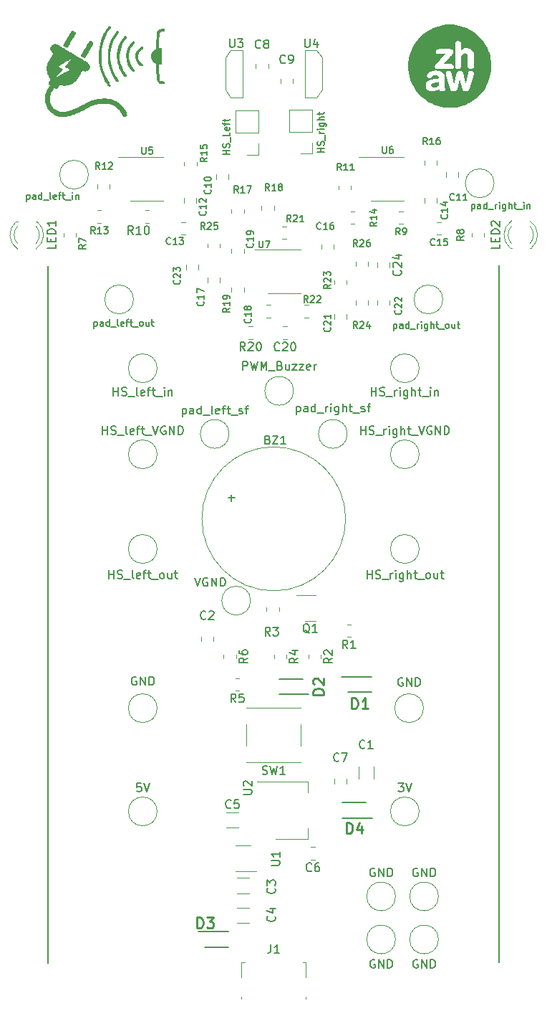
<source format=gbr>
%TF.GenerationSoftware,KiCad,Pcbnew,7.0.7*%
%TF.CreationDate,2023-10-13T18:50:11+02:00*%
%TF.ProjectId,Cable_Monitor,4361626c-655f-44d6-9f6e-69746f722e6b,rev?*%
%TF.SameCoordinates,Original*%
%TF.FileFunction,Legend,Top*%
%TF.FilePolarity,Positive*%
%FSLAX46Y46*%
G04 Gerber Fmt 4.6, Leading zero omitted, Abs format (unit mm)*
G04 Created by KiCad (PCBNEW 7.0.7) date 2023-10-13 18:50:11*
%MOMM*%
%LPD*%
G01*
G04 APERTURE LIST*
%ADD10C,0.150000*%
%ADD11C,0.254000*%
%ADD12C,0.120000*%
%ADD13C,0.200000*%
G04 APERTURE END LIST*
D10*
X162560000Y-64516000D02*
X162560000Y-146812000D01*
X109220000Y-64643000D02*
X109220000Y-146939000D01*
X130664295Y-51441094D02*
X129864295Y-51441094D01*
X130245247Y-51441094D02*
X130245247Y-50983951D01*
X130664295Y-50983951D02*
X129864295Y-50983951D01*
X130626200Y-50641095D02*
X130664295Y-50526809D01*
X130664295Y-50526809D02*
X130664295Y-50336333D01*
X130664295Y-50336333D02*
X130626200Y-50260142D01*
X130626200Y-50260142D02*
X130588104Y-50222047D01*
X130588104Y-50222047D02*
X130511914Y-50183952D01*
X130511914Y-50183952D02*
X130435723Y-50183952D01*
X130435723Y-50183952D02*
X130359533Y-50222047D01*
X130359533Y-50222047D02*
X130321438Y-50260142D01*
X130321438Y-50260142D02*
X130283342Y-50336333D01*
X130283342Y-50336333D02*
X130245247Y-50488714D01*
X130245247Y-50488714D02*
X130207152Y-50564904D01*
X130207152Y-50564904D02*
X130169057Y-50602999D01*
X130169057Y-50602999D02*
X130092866Y-50641095D01*
X130092866Y-50641095D02*
X130016676Y-50641095D01*
X130016676Y-50641095D02*
X129940485Y-50602999D01*
X129940485Y-50602999D02*
X129902390Y-50564904D01*
X129902390Y-50564904D02*
X129864295Y-50488714D01*
X129864295Y-50488714D02*
X129864295Y-50298237D01*
X129864295Y-50298237D02*
X129902390Y-50183952D01*
X130740485Y-50031571D02*
X130740485Y-49422047D01*
X130664295Y-48850618D02*
X130664295Y-49231570D01*
X130664295Y-49231570D02*
X129864295Y-49231570D01*
X130626200Y-48279189D02*
X130664295Y-48355380D01*
X130664295Y-48355380D02*
X130664295Y-48507761D01*
X130664295Y-48507761D02*
X130626200Y-48583951D01*
X130626200Y-48583951D02*
X130550009Y-48622047D01*
X130550009Y-48622047D02*
X130245247Y-48622047D01*
X130245247Y-48622047D02*
X130169057Y-48583951D01*
X130169057Y-48583951D02*
X130130961Y-48507761D01*
X130130961Y-48507761D02*
X130130961Y-48355380D01*
X130130961Y-48355380D02*
X130169057Y-48279189D01*
X130169057Y-48279189D02*
X130245247Y-48241094D01*
X130245247Y-48241094D02*
X130321438Y-48241094D01*
X130321438Y-48241094D02*
X130397628Y-48622047D01*
X130130961Y-48012523D02*
X130130961Y-47707761D01*
X130664295Y-47898237D02*
X129978580Y-47898237D01*
X129978580Y-47898237D02*
X129902390Y-47860142D01*
X129902390Y-47860142D02*
X129864295Y-47783952D01*
X129864295Y-47783952D02*
X129864295Y-47707761D01*
X130130961Y-47555380D02*
X130130961Y-47250618D01*
X129864295Y-47441094D02*
X130550009Y-47441094D01*
X130550009Y-47441094D02*
X130626200Y-47402999D01*
X130626200Y-47402999D02*
X130664295Y-47326809D01*
X130664295Y-47326809D02*
X130664295Y-47250618D01*
X141840295Y-51199761D02*
X141040295Y-51199761D01*
X141421247Y-51199761D02*
X141421247Y-50742618D01*
X141840295Y-50742618D02*
X141040295Y-50742618D01*
X141802200Y-50399762D02*
X141840295Y-50285476D01*
X141840295Y-50285476D02*
X141840295Y-50095000D01*
X141840295Y-50095000D02*
X141802200Y-50018809D01*
X141802200Y-50018809D02*
X141764104Y-49980714D01*
X141764104Y-49980714D02*
X141687914Y-49942619D01*
X141687914Y-49942619D02*
X141611723Y-49942619D01*
X141611723Y-49942619D02*
X141535533Y-49980714D01*
X141535533Y-49980714D02*
X141497438Y-50018809D01*
X141497438Y-50018809D02*
X141459342Y-50095000D01*
X141459342Y-50095000D02*
X141421247Y-50247381D01*
X141421247Y-50247381D02*
X141383152Y-50323571D01*
X141383152Y-50323571D02*
X141345057Y-50361666D01*
X141345057Y-50361666D02*
X141268866Y-50399762D01*
X141268866Y-50399762D02*
X141192676Y-50399762D01*
X141192676Y-50399762D02*
X141116485Y-50361666D01*
X141116485Y-50361666D02*
X141078390Y-50323571D01*
X141078390Y-50323571D02*
X141040295Y-50247381D01*
X141040295Y-50247381D02*
X141040295Y-50056904D01*
X141040295Y-50056904D02*
X141078390Y-49942619D01*
X141916485Y-49790238D02*
X141916485Y-49180714D01*
X141840295Y-48990237D02*
X141306961Y-48990237D01*
X141459342Y-48990237D02*
X141383152Y-48952142D01*
X141383152Y-48952142D02*
X141345057Y-48914047D01*
X141345057Y-48914047D02*
X141306961Y-48837856D01*
X141306961Y-48837856D02*
X141306961Y-48761666D01*
X141840295Y-48494999D02*
X141306961Y-48494999D01*
X141040295Y-48494999D02*
X141078390Y-48533095D01*
X141078390Y-48533095D02*
X141116485Y-48494999D01*
X141116485Y-48494999D02*
X141078390Y-48456904D01*
X141078390Y-48456904D02*
X141040295Y-48494999D01*
X141040295Y-48494999D02*
X141116485Y-48494999D01*
X141306961Y-47771190D02*
X141954580Y-47771190D01*
X141954580Y-47771190D02*
X142030771Y-47809285D01*
X142030771Y-47809285D02*
X142068866Y-47847381D01*
X142068866Y-47847381D02*
X142106961Y-47923571D01*
X142106961Y-47923571D02*
X142106961Y-48037857D01*
X142106961Y-48037857D02*
X142068866Y-48114047D01*
X141802200Y-47771190D02*
X141840295Y-47847381D01*
X141840295Y-47847381D02*
X141840295Y-47999762D01*
X141840295Y-47999762D02*
X141802200Y-48075952D01*
X141802200Y-48075952D02*
X141764104Y-48114047D01*
X141764104Y-48114047D02*
X141687914Y-48152143D01*
X141687914Y-48152143D02*
X141459342Y-48152143D01*
X141459342Y-48152143D02*
X141383152Y-48114047D01*
X141383152Y-48114047D02*
X141345057Y-48075952D01*
X141345057Y-48075952D02*
X141306961Y-47999762D01*
X141306961Y-47999762D02*
X141306961Y-47847381D01*
X141306961Y-47847381D02*
X141345057Y-47771190D01*
X141840295Y-47390237D02*
X141040295Y-47390237D01*
X141840295Y-47047380D02*
X141421247Y-47047380D01*
X141421247Y-47047380D02*
X141345057Y-47085475D01*
X141345057Y-47085475D02*
X141306961Y-47161666D01*
X141306961Y-47161666D02*
X141306961Y-47275952D01*
X141306961Y-47275952D02*
X141345057Y-47352142D01*
X141345057Y-47352142D02*
X141383152Y-47390237D01*
X141306961Y-46780713D02*
X141306961Y-46475951D01*
X141040295Y-46666427D02*
X141726009Y-46666427D01*
X141726009Y-46666427D02*
X141802200Y-46628332D01*
X141802200Y-46628332D02*
X141840295Y-46552142D01*
X141840295Y-46552142D02*
X141840295Y-46475951D01*
X150622095Y-125686819D02*
X151241142Y-125686819D01*
X151241142Y-125686819D02*
X150907809Y-126067771D01*
X150907809Y-126067771D02*
X151050666Y-126067771D01*
X151050666Y-126067771D02*
X151145904Y-126115390D01*
X151145904Y-126115390D02*
X151193523Y-126163009D01*
X151193523Y-126163009D02*
X151241142Y-126258247D01*
X151241142Y-126258247D02*
X151241142Y-126496342D01*
X151241142Y-126496342D02*
X151193523Y-126591580D01*
X151193523Y-126591580D02*
X151145904Y-126639200D01*
X151145904Y-126639200D02*
X151050666Y-126686819D01*
X151050666Y-126686819D02*
X150764952Y-126686819D01*
X150764952Y-126686819D02*
X150669714Y-126639200D01*
X150669714Y-126639200D02*
X150622095Y-126591580D01*
X151526857Y-125686819D02*
X151860190Y-126686819D01*
X151860190Y-126686819D02*
X152193523Y-125686819D01*
X135598819Y-135381904D02*
X136408342Y-135381904D01*
X136408342Y-135381904D02*
X136503580Y-135334285D01*
X136503580Y-135334285D02*
X136551200Y-135286666D01*
X136551200Y-135286666D02*
X136598819Y-135191428D01*
X136598819Y-135191428D02*
X136598819Y-135000952D01*
X136598819Y-135000952D02*
X136551200Y-134905714D01*
X136551200Y-134905714D02*
X136503580Y-134858095D01*
X136503580Y-134858095D02*
X136408342Y-134810476D01*
X136408342Y-134810476D02*
X135598819Y-134810476D01*
X136598819Y-133810476D02*
X136598819Y-134381904D01*
X136598819Y-134096190D02*
X135598819Y-134096190D01*
X135598819Y-134096190D02*
X135741676Y-134191428D01*
X135741676Y-134191428D02*
X135836914Y-134286666D01*
X135836914Y-134286666D02*
X135884533Y-134381904D01*
X140112761Y-107992057D02*
X140017523Y-107944438D01*
X140017523Y-107944438D02*
X139922285Y-107849200D01*
X139922285Y-107849200D02*
X139779428Y-107706342D01*
X139779428Y-107706342D02*
X139684190Y-107658723D01*
X139684190Y-107658723D02*
X139588952Y-107658723D01*
X139636571Y-107896819D02*
X139541333Y-107849200D01*
X139541333Y-107849200D02*
X139446095Y-107753961D01*
X139446095Y-107753961D02*
X139398476Y-107563485D01*
X139398476Y-107563485D02*
X139398476Y-107230152D01*
X139398476Y-107230152D02*
X139446095Y-107039676D01*
X139446095Y-107039676D02*
X139541333Y-106944438D01*
X139541333Y-106944438D02*
X139636571Y-106896819D01*
X139636571Y-106896819D02*
X139827047Y-106896819D01*
X139827047Y-106896819D02*
X139922285Y-106944438D01*
X139922285Y-106944438D02*
X140017523Y-107039676D01*
X140017523Y-107039676D02*
X140065142Y-107230152D01*
X140065142Y-107230152D02*
X140065142Y-107563485D01*
X140065142Y-107563485D02*
X140017523Y-107753961D01*
X140017523Y-107753961D02*
X139922285Y-107849200D01*
X139922285Y-107849200D02*
X139827047Y-107896819D01*
X139827047Y-107896819D02*
X139636571Y-107896819D01*
X141017523Y-107896819D02*
X140446095Y-107896819D01*
X140731809Y-107896819D02*
X140731809Y-106896819D01*
X140731809Y-106896819D02*
X140636571Y-107039676D01*
X140636571Y-107039676D02*
X140541333Y-107134914D01*
X140541333Y-107134914D02*
X140446095Y-107182533D01*
X120294476Y-50616295D02*
X120294476Y-51263914D01*
X120294476Y-51263914D02*
X120332571Y-51340104D01*
X120332571Y-51340104D02*
X120370666Y-51378200D01*
X120370666Y-51378200D02*
X120446857Y-51416295D01*
X120446857Y-51416295D02*
X120599238Y-51416295D01*
X120599238Y-51416295D02*
X120675428Y-51378200D01*
X120675428Y-51378200D02*
X120713523Y-51340104D01*
X120713523Y-51340104D02*
X120751619Y-51263914D01*
X120751619Y-51263914D02*
X120751619Y-50616295D01*
X121513523Y-50616295D02*
X121132571Y-50616295D01*
X121132571Y-50616295D02*
X121094475Y-50997247D01*
X121094475Y-50997247D02*
X121132571Y-50959152D01*
X121132571Y-50959152D02*
X121208761Y-50921057D01*
X121208761Y-50921057D02*
X121399237Y-50921057D01*
X121399237Y-50921057D02*
X121475428Y-50959152D01*
X121475428Y-50959152D02*
X121513523Y-50997247D01*
X121513523Y-50997247D02*
X121551618Y-51073438D01*
X121551618Y-51073438D02*
X121551618Y-51263914D01*
X121551618Y-51263914D02*
X121513523Y-51340104D01*
X121513523Y-51340104D02*
X121475428Y-51378200D01*
X121475428Y-51378200D02*
X121399237Y-51416295D01*
X121399237Y-51416295D02*
X121208761Y-51416295D01*
X121208761Y-51416295D02*
X121132571Y-51378200D01*
X121132571Y-51378200D02*
X121094475Y-51340104D01*
X136566142Y-74556580D02*
X136518523Y-74604200D01*
X136518523Y-74604200D02*
X136375666Y-74651819D01*
X136375666Y-74651819D02*
X136280428Y-74651819D01*
X136280428Y-74651819D02*
X136137571Y-74604200D01*
X136137571Y-74604200D02*
X136042333Y-74508961D01*
X136042333Y-74508961D02*
X135994714Y-74413723D01*
X135994714Y-74413723D02*
X135947095Y-74223247D01*
X135947095Y-74223247D02*
X135947095Y-74080390D01*
X135947095Y-74080390D02*
X135994714Y-73889914D01*
X135994714Y-73889914D02*
X136042333Y-73794676D01*
X136042333Y-73794676D02*
X136137571Y-73699438D01*
X136137571Y-73699438D02*
X136280428Y-73651819D01*
X136280428Y-73651819D02*
X136375666Y-73651819D01*
X136375666Y-73651819D02*
X136518523Y-73699438D01*
X136518523Y-73699438D02*
X136566142Y-73747057D01*
X136947095Y-73747057D02*
X136994714Y-73699438D01*
X136994714Y-73699438D02*
X137089952Y-73651819D01*
X137089952Y-73651819D02*
X137328047Y-73651819D01*
X137328047Y-73651819D02*
X137423285Y-73699438D01*
X137423285Y-73699438D02*
X137470904Y-73747057D01*
X137470904Y-73747057D02*
X137518523Y-73842295D01*
X137518523Y-73842295D02*
X137518523Y-73937533D01*
X137518523Y-73937533D02*
X137470904Y-74080390D01*
X137470904Y-74080390D02*
X136899476Y-74651819D01*
X136899476Y-74651819D02*
X137518523Y-74651819D01*
X138137571Y-73651819D02*
X138232809Y-73651819D01*
X138232809Y-73651819D02*
X138328047Y-73699438D01*
X138328047Y-73699438D02*
X138375666Y-73747057D01*
X138375666Y-73747057D02*
X138423285Y-73842295D01*
X138423285Y-73842295D02*
X138470904Y-74032771D01*
X138470904Y-74032771D02*
X138470904Y-74270866D01*
X138470904Y-74270866D02*
X138423285Y-74461342D01*
X138423285Y-74461342D02*
X138375666Y-74556580D01*
X138375666Y-74556580D02*
X138328047Y-74604200D01*
X138328047Y-74604200D02*
X138232809Y-74651819D01*
X138232809Y-74651819D02*
X138137571Y-74651819D01*
X138137571Y-74651819D02*
X138042333Y-74604200D01*
X138042333Y-74604200D02*
X137994714Y-74556580D01*
X137994714Y-74556580D02*
X137947095Y-74461342D01*
X137947095Y-74461342D02*
X137899476Y-74270866D01*
X137899476Y-74270866D02*
X137899476Y-74032771D01*
X137899476Y-74032771D02*
X137947095Y-73842295D01*
X137947095Y-73842295D02*
X137994714Y-73747057D01*
X137994714Y-73747057D02*
X138042333Y-73699438D01*
X138042333Y-73699438D02*
X138137571Y-73651819D01*
X156369104Y-58553285D02*
X156407200Y-58591381D01*
X156407200Y-58591381D02*
X156445295Y-58705666D01*
X156445295Y-58705666D02*
X156445295Y-58781857D01*
X156445295Y-58781857D02*
X156407200Y-58896143D01*
X156407200Y-58896143D02*
X156331009Y-58972333D01*
X156331009Y-58972333D02*
X156254819Y-59010428D01*
X156254819Y-59010428D02*
X156102438Y-59048524D01*
X156102438Y-59048524D02*
X155988152Y-59048524D01*
X155988152Y-59048524D02*
X155835771Y-59010428D01*
X155835771Y-59010428D02*
X155759580Y-58972333D01*
X155759580Y-58972333D02*
X155683390Y-58896143D01*
X155683390Y-58896143D02*
X155645295Y-58781857D01*
X155645295Y-58781857D02*
X155645295Y-58705666D01*
X155645295Y-58705666D02*
X155683390Y-58591381D01*
X155683390Y-58591381D02*
X155721485Y-58553285D01*
X156445295Y-57791381D02*
X156445295Y-58248524D01*
X156445295Y-58019952D02*
X155645295Y-58019952D01*
X155645295Y-58019952D02*
X155759580Y-58096143D01*
X155759580Y-58096143D02*
X155835771Y-58172333D01*
X155835771Y-58172333D02*
X155873866Y-58248524D01*
X155911961Y-57105666D02*
X156445295Y-57105666D01*
X155607200Y-57296142D02*
X156178628Y-57486619D01*
X156178628Y-57486619D02*
X156178628Y-56991380D01*
X139947714Y-68942295D02*
X139681047Y-68561342D01*
X139490571Y-68942295D02*
X139490571Y-68142295D01*
X139490571Y-68142295D02*
X139795333Y-68142295D01*
X139795333Y-68142295D02*
X139871523Y-68180390D01*
X139871523Y-68180390D02*
X139909618Y-68218485D01*
X139909618Y-68218485D02*
X139947714Y-68294676D01*
X139947714Y-68294676D02*
X139947714Y-68408961D01*
X139947714Y-68408961D02*
X139909618Y-68485152D01*
X139909618Y-68485152D02*
X139871523Y-68523247D01*
X139871523Y-68523247D02*
X139795333Y-68561342D01*
X139795333Y-68561342D02*
X139490571Y-68561342D01*
X140252475Y-68218485D02*
X140290571Y-68180390D01*
X140290571Y-68180390D02*
X140366761Y-68142295D01*
X140366761Y-68142295D02*
X140557237Y-68142295D01*
X140557237Y-68142295D02*
X140633428Y-68180390D01*
X140633428Y-68180390D02*
X140671523Y-68218485D01*
X140671523Y-68218485D02*
X140709618Y-68294676D01*
X140709618Y-68294676D02*
X140709618Y-68370866D01*
X140709618Y-68370866D02*
X140671523Y-68485152D01*
X140671523Y-68485152D02*
X140214380Y-68942295D01*
X140214380Y-68942295D02*
X140709618Y-68942295D01*
X141014380Y-68218485D02*
X141052476Y-68180390D01*
X141052476Y-68180390D02*
X141128666Y-68142295D01*
X141128666Y-68142295D02*
X141319142Y-68142295D01*
X141319142Y-68142295D02*
X141395333Y-68180390D01*
X141395333Y-68180390D02*
X141433428Y-68218485D01*
X141433428Y-68218485D02*
X141471523Y-68294676D01*
X141471523Y-68294676D02*
X141471523Y-68370866D01*
X141471523Y-68370866D02*
X141433428Y-68485152D01*
X141433428Y-68485152D02*
X140976285Y-68942295D01*
X140976285Y-68942295D02*
X141471523Y-68942295D01*
X148742476Y-50518295D02*
X148742476Y-51165914D01*
X148742476Y-51165914D02*
X148780571Y-51242104D01*
X148780571Y-51242104D02*
X148818666Y-51280200D01*
X148818666Y-51280200D02*
X148894857Y-51318295D01*
X148894857Y-51318295D02*
X149047238Y-51318295D01*
X149047238Y-51318295D02*
X149123428Y-51280200D01*
X149123428Y-51280200D02*
X149161523Y-51242104D01*
X149161523Y-51242104D02*
X149199619Y-51165914D01*
X149199619Y-51165914D02*
X149199619Y-50518295D01*
X149923428Y-50518295D02*
X149771047Y-50518295D01*
X149771047Y-50518295D02*
X149694856Y-50556390D01*
X149694856Y-50556390D02*
X149656761Y-50594485D01*
X149656761Y-50594485D02*
X149580571Y-50708771D01*
X149580571Y-50708771D02*
X149542475Y-50861152D01*
X149542475Y-50861152D02*
X149542475Y-51165914D01*
X149542475Y-51165914D02*
X149580571Y-51242104D01*
X149580571Y-51242104D02*
X149618666Y-51280200D01*
X149618666Y-51280200D02*
X149694856Y-51318295D01*
X149694856Y-51318295D02*
X149847237Y-51318295D01*
X149847237Y-51318295D02*
X149923428Y-51280200D01*
X149923428Y-51280200D02*
X149961523Y-51242104D01*
X149961523Y-51242104D02*
X149999618Y-51165914D01*
X149999618Y-51165914D02*
X149999618Y-50975438D01*
X149999618Y-50975438D02*
X149961523Y-50899247D01*
X149961523Y-50899247D02*
X149923428Y-50861152D01*
X149923428Y-50861152D02*
X149847237Y-50823057D01*
X149847237Y-50823057D02*
X149694856Y-50823057D01*
X149694856Y-50823057D02*
X149618666Y-50861152D01*
X149618666Y-50861152D02*
X149580571Y-50899247D01*
X149580571Y-50899247D02*
X149542475Y-50975438D01*
X134556667Y-124613200D02*
X134699524Y-124660819D01*
X134699524Y-124660819D02*
X134937619Y-124660819D01*
X134937619Y-124660819D02*
X135032857Y-124613200D01*
X135032857Y-124613200D02*
X135080476Y-124565580D01*
X135080476Y-124565580D02*
X135128095Y-124470342D01*
X135128095Y-124470342D02*
X135128095Y-124375104D01*
X135128095Y-124375104D02*
X135080476Y-124279866D01*
X135080476Y-124279866D02*
X135032857Y-124232247D01*
X135032857Y-124232247D02*
X134937619Y-124184628D01*
X134937619Y-124184628D02*
X134747143Y-124137009D01*
X134747143Y-124137009D02*
X134651905Y-124089390D01*
X134651905Y-124089390D02*
X134604286Y-124041771D01*
X134604286Y-124041771D02*
X134556667Y-123946533D01*
X134556667Y-123946533D02*
X134556667Y-123851295D01*
X134556667Y-123851295D02*
X134604286Y-123756057D01*
X134604286Y-123756057D02*
X134651905Y-123708438D01*
X134651905Y-123708438D02*
X134747143Y-123660819D01*
X134747143Y-123660819D02*
X134985238Y-123660819D01*
X134985238Y-123660819D02*
X135128095Y-123708438D01*
X135461429Y-123660819D02*
X135699524Y-124660819D01*
X135699524Y-124660819D02*
X135890000Y-123946533D01*
X135890000Y-123946533D02*
X136080476Y-124660819D01*
X136080476Y-124660819D02*
X136318572Y-123660819D01*
X137223333Y-124660819D02*
X136651905Y-124660819D01*
X136937619Y-124660819D02*
X136937619Y-123660819D01*
X136937619Y-123660819D02*
X136842381Y-123803676D01*
X136842381Y-123803676D02*
X136747143Y-123898914D01*
X136747143Y-123898914D02*
X136651905Y-123946533D01*
X148063295Y-59442285D02*
X147682342Y-59708952D01*
X148063295Y-59899428D02*
X147263295Y-59899428D01*
X147263295Y-59899428D02*
X147263295Y-59594666D01*
X147263295Y-59594666D02*
X147301390Y-59518476D01*
X147301390Y-59518476D02*
X147339485Y-59480381D01*
X147339485Y-59480381D02*
X147415676Y-59442285D01*
X147415676Y-59442285D02*
X147529961Y-59442285D01*
X147529961Y-59442285D02*
X147606152Y-59480381D01*
X147606152Y-59480381D02*
X147644247Y-59518476D01*
X147644247Y-59518476D02*
X147682342Y-59594666D01*
X147682342Y-59594666D02*
X147682342Y-59899428D01*
X148063295Y-58680381D02*
X148063295Y-59137524D01*
X148063295Y-58908952D02*
X147263295Y-58908952D01*
X147263295Y-58908952D02*
X147377580Y-58985143D01*
X147377580Y-58985143D02*
X147453771Y-59061333D01*
X147453771Y-59061333D02*
X147491866Y-59137524D01*
X147529961Y-57994666D02*
X148063295Y-57994666D01*
X147225200Y-58185142D02*
X147796628Y-58375619D01*
X147796628Y-58375619D02*
X147796628Y-57880380D01*
X125071665Y-81449152D02*
X125071665Y-82449152D01*
X125071665Y-81496771D02*
X125166903Y-81449152D01*
X125166903Y-81449152D02*
X125357379Y-81449152D01*
X125357379Y-81449152D02*
X125452617Y-81496771D01*
X125452617Y-81496771D02*
X125500236Y-81544390D01*
X125500236Y-81544390D02*
X125547855Y-81639628D01*
X125547855Y-81639628D02*
X125547855Y-81925342D01*
X125547855Y-81925342D02*
X125500236Y-82020580D01*
X125500236Y-82020580D02*
X125452617Y-82068200D01*
X125452617Y-82068200D02*
X125357379Y-82115819D01*
X125357379Y-82115819D02*
X125166903Y-82115819D01*
X125166903Y-82115819D02*
X125071665Y-82068200D01*
X126404998Y-82115819D02*
X126404998Y-81592009D01*
X126404998Y-81592009D02*
X126357379Y-81496771D01*
X126357379Y-81496771D02*
X126262141Y-81449152D01*
X126262141Y-81449152D02*
X126071665Y-81449152D01*
X126071665Y-81449152D02*
X125976427Y-81496771D01*
X126404998Y-82068200D02*
X126309760Y-82115819D01*
X126309760Y-82115819D02*
X126071665Y-82115819D01*
X126071665Y-82115819D02*
X125976427Y-82068200D01*
X125976427Y-82068200D02*
X125928808Y-81972961D01*
X125928808Y-81972961D02*
X125928808Y-81877723D01*
X125928808Y-81877723D02*
X125976427Y-81782485D01*
X125976427Y-81782485D02*
X126071665Y-81734866D01*
X126071665Y-81734866D02*
X126309760Y-81734866D01*
X126309760Y-81734866D02*
X126404998Y-81687247D01*
X127309760Y-82115819D02*
X127309760Y-81115819D01*
X127309760Y-82068200D02*
X127214522Y-82115819D01*
X127214522Y-82115819D02*
X127024046Y-82115819D01*
X127024046Y-82115819D02*
X126928808Y-82068200D01*
X126928808Y-82068200D02*
X126881189Y-82020580D01*
X126881189Y-82020580D02*
X126833570Y-81925342D01*
X126833570Y-81925342D02*
X126833570Y-81639628D01*
X126833570Y-81639628D02*
X126881189Y-81544390D01*
X126881189Y-81544390D02*
X126928808Y-81496771D01*
X126928808Y-81496771D02*
X127024046Y-81449152D01*
X127024046Y-81449152D02*
X127214522Y-81449152D01*
X127214522Y-81449152D02*
X127309760Y-81496771D01*
X127547856Y-82211057D02*
X128309760Y-82211057D01*
X128690713Y-82115819D02*
X128595475Y-82068200D01*
X128595475Y-82068200D02*
X128547856Y-81972961D01*
X128547856Y-81972961D02*
X128547856Y-81115819D01*
X129452618Y-82068200D02*
X129357380Y-82115819D01*
X129357380Y-82115819D02*
X129166904Y-82115819D01*
X129166904Y-82115819D02*
X129071666Y-82068200D01*
X129071666Y-82068200D02*
X129024047Y-81972961D01*
X129024047Y-81972961D02*
X129024047Y-81592009D01*
X129024047Y-81592009D02*
X129071666Y-81496771D01*
X129071666Y-81496771D02*
X129166904Y-81449152D01*
X129166904Y-81449152D02*
X129357380Y-81449152D01*
X129357380Y-81449152D02*
X129452618Y-81496771D01*
X129452618Y-81496771D02*
X129500237Y-81592009D01*
X129500237Y-81592009D02*
X129500237Y-81687247D01*
X129500237Y-81687247D02*
X129024047Y-81782485D01*
X129785952Y-81449152D02*
X130166904Y-81449152D01*
X129928809Y-82115819D02*
X129928809Y-81258676D01*
X129928809Y-81258676D02*
X129976428Y-81163438D01*
X129976428Y-81163438D02*
X130071666Y-81115819D01*
X130071666Y-81115819D02*
X130166904Y-81115819D01*
X130357381Y-81449152D02*
X130738333Y-81449152D01*
X130500238Y-81115819D02*
X130500238Y-81972961D01*
X130500238Y-81972961D02*
X130547857Y-82068200D01*
X130547857Y-82068200D02*
X130643095Y-82115819D01*
X130643095Y-82115819D02*
X130738333Y-82115819D01*
X130833572Y-82211057D02*
X131595476Y-82211057D01*
X131785953Y-82068200D02*
X131881191Y-82115819D01*
X131881191Y-82115819D02*
X132071667Y-82115819D01*
X132071667Y-82115819D02*
X132166905Y-82068200D01*
X132166905Y-82068200D02*
X132214524Y-81972961D01*
X132214524Y-81972961D02*
X132214524Y-81925342D01*
X132214524Y-81925342D02*
X132166905Y-81830104D01*
X132166905Y-81830104D02*
X132071667Y-81782485D01*
X132071667Y-81782485D02*
X131928810Y-81782485D01*
X131928810Y-81782485D02*
X131833572Y-81734866D01*
X131833572Y-81734866D02*
X131785953Y-81639628D01*
X131785953Y-81639628D02*
X131785953Y-81592009D01*
X131785953Y-81592009D02*
X131833572Y-81496771D01*
X131833572Y-81496771D02*
X131928810Y-81449152D01*
X131928810Y-81449152D02*
X132071667Y-81449152D01*
X132071667Y-81449152D02*
X132166905Y-81496771D01*
X132500239Y-81449152D02*
X132881191Y-81449152D01*
X132643096Y-82115819D02*
X132643096Y-81258676D01*
X132643096Y-81258676D02*
X132690715Y-81163438D01*
X132690715Y-81163438D02*
X132785953Y-81115819D01*
X132785953Y-81115819D02*
X132881191Y-81115819D01*
X128400104Y-55632285D02*
X128438200Y-55670381D01*
X128438200Y-55670381D02*
X128476295Y-55784666D01*
X128476295Y-55784666D02*
X128476295Y-55860857D01*
X128476295Y-55860857D02*
X128438200Y-55975143D01*
X128438200Y-55975143D02*
X128362009Y-56051333D01*
X128362009Y-56051333D02*
X128285819Y-56089428D01*
X128285819Y-56089428D02*
X128133438Y-56127524D01*
X128133438Y-56127524D02*
X128019152Y-56127524D01*
X128019152Y-56127524D02*
X127866771Y-56089428D01*
X127866771Y-56089428D02*
X127790580Y-56051333D01*
X127790580Y-56051333D02*
X127714390Y-55975143D01*
X127714390Y-55975143D02*
X127676295Y-55860857D01*
X127676295Y-55860857D02*
X127676295Y-55784666D01*
X127676295Y-55784666D02*
X127714390Y-55670381D01*
X127714390Y-55670381D02*
X127752485Y-55632285D01*
X128476295Y-54870381D02*
X128476295Y-55327524D01*
X128476295Y-55098952D02*
X127676295Y-55098952D01*
X127676295Y-55098952D02*
X127790580Y-55175143D01*
X127790580Y-55175143D02*
X127866771Y-55251333D01*
X127866771Y-55251333D02*
X127904866Y-55327524D01*
X127676295Y-54375142D02*
X127676295Y-54298952D01*
X127676295Y-54298952D02*
X127714390Y-54222761D01*
X127714390Y-54222761D02*
X127752485Y-54184666D01*
X127752485Y-54184666D02*
X127828676Y-54146571D01*
X127828676Y-54146571D02*
X127981057Y-54108476D01*
X127981057Y-54108476D02*
X128171533Y-54108476D01*
X128171533Y-54108476D02*
X128323914Y-54146571D01*
X128323914Y-54146571D02*
X128400104Y-54184666D01*
X128400104Y-54184666D02*
X128438200Y-54222761D01*
X128438200Y-54222761D02*
X128476295Y-54298952D01*
X128476295Y-54298952D02*
X128476295Y-54375142D01*
X128476295Y-54375142D02*
X128438200Y-54451333D01*
X128438200Y-54451333D02*
X128400104Y-54489428D01*
X128400104Y-54489428D02*
X128323914Y-54527523D01*
X128323914Y-54527523D02*
X128171533Y-54565619D01*
X128171533Y-54565619D02*
X127981057Y-54565619D01*
X127981057Y-54565619D02*
X127828676Y-54527523D01*
X127828676Y-54527523D02*
X127752485Y-54489428D01*
X127752485Y-54489428D02*
X127714390Y-54451333D01*
X127714390Y-54451333D02*
X127676295Y-54375142D01*
X114643332Y-71202961D02*
X114643332Y-72002961D01*
X114643332Y-71241057D02*
X114719522Y-71202961D01*
X114719522Y-71202961D02*
X114871903Y-71202961D01*
X114871903Y-71202961D02*
X114948094Y-71241057D01*
X114948094Y-71241057D02*
X114986189Y-71279152D01*
X114986189Y-71279152D02*
X115024284Y-71355342D01*
X115024284Y-71355342D02*
X115024284Y-71583914D01*
X115024284Y-71583914D02*
X114986189Y-71660104D01*
X114986189Y-71660104D02*
X114948094Y-71698200D01*
X114948094Y-71698200D02*
X114871903Y-71736295D01*
X114871903Y-71736295D02*
X114719522Y-71736295D01*
X114719522Y-71736295D02*
X114643332Y-71698200D01*
X115709999Y-71736295D02*
X115709999Y-71317247D01*
X115709999Y-71317247D02*
X115671904Y-71241057D01*
X115671904Y-71241057D02*
X115595713Y-71202961D01*
X115595713Y-71202961D02*
X115443332Y-71202961D01*
X115443332Y-71202961D02*
X115367142Y-71241057D01*
X115709999Y-71698200D02*
X115633808Y-71736295D01*
X115633808Y-71736295D02*
X115443332Y-71736295D01*
X115443332Y-71736295D02*
X115367142Y-71698200D01*
X115367142Y-71698200D02*
X115329046Y-71622009D01*
X115329046Y-71622009D02*
X115329046Y-71545819D01*
X115329046Y-71545819D02*
X115367142Y-71469628D01*
X115367142Y-71469628D02*
X115443332Y-71431533D01*
X115443332Y-71431533D02*
X115633808Y-71431533D01*
X115633808Y-71431533D02*
X115709999Y-71393438D01*
X116433809Y-71736295D02*
X116433809Y-70936295D01*
X116433809Y-71698200D02*
X116357618Y-71736295D01*
X116357618Y-71736295D02*
X116205237Y-71736295D01*
X116205237Y-71736295D02*
X116129047Y-71698200D01*
X116129047Y-71698200D02*
X116090952Y-71660104D01*
X116090952Y-71660104D02*
X116052856Y-71583914D01*
X116052856Y-71583914D02*
X116052856Y-71355342D01*
X116052856Y-71355342D02*
X116090952Y-71279152D01*
X116090952Y-71279152D02*
X116129047Y-71241057D01*
X116129047Y-71241057D02*
X116205237Y-71202961D01*
X116205237Y-71202961D02*
X116357618Y-71202961D01*
X116357618Y-71202961D02*
X116433809Y-71241057D01*
X116624286Y-71812485D02*
X117233809Y-71812485D01*
X117538571Y-71736295D02*
X117462381Y-71698200D01*
X117462381Y-71698200D02*
X117424286Y-71622009D01*
X117424286Y-71622009D02*
X117424286Y-70936295D01*
X118148096Y-71698200D02*
X118071905Y-71736295D01*
X118071905Y-71736295D02*
X117919524Y-71736295D01*
X117919524Y-71736295D02*
X117843334Y-71698200D01*
X117843334Y-71698200D02*
X117805238Y-71622009D01*
X117805238Y-71622009D02*
X117805238Y-71317247D01*
X117805238Y-71317247D02*
X117843334Y-71241057D01*
X117843334Y-71241057D02*
X117919524Y-71202961D01*
X117919524Y-71202961D02*
X118071905Y-71202961D01*
X118071905Y-71202961D02*
X118148096Y-71241057D01*
X118148096Y-71241057D02*
X118186191Y-71317247D01*
X118186191Y-71317247D02*
X118186191Y-71393438D01*
X118186191Y-71393438D02*
X117805238Y-71469628D01*
X118414762Y-71202961D02*
X118719524Y-71202961D01*
X118529048Y-71736295D02*
X118529048Y-71050580D01*
X118529048Y-71050580D02*
X118567143Y-70974390D01*
X118567143Y-70974390D02*
X118643333Y-70936295D01*
X118643333Y-70936295D02*
X118719524Y-70936295D01*
X118871905Y-71202961D02*
X119176667Y-71202961D01*
X118986191Y-70936295D02*
X118986191Y-71622009D01*
X118986191Y-71622009D02*
X119024286Y-71698200D01*
X119024286Y-71698200D02*
X119100476Y-71736295D01*
X119100476Y-71736295D02*
X119176667Y-71736295D01*
X119252858Y-71812485D02*
X119862381Y-71812485D01*
X120167143Y-71736295D02*
X120090953Y-71698200D01*
X120090953Y-71698200D02*
X120052858Y-71660104D01*
X120052858Y-71660104D02*
X120014762Y-71583914D01*
X120014762Y-71583914D02*
X120014762Y-71355342D01*
X120014762Y-71355342D02*
X120052858Y-71279152D01*
X120052858Y-71279152D02*
X120090953Y-71241057D01*
X120090953Y-71241057D02*
X120167143Y-71202961D01*
X120167143Y-71202961D02*
X120281429Y-71202961D01*
X120281429Y-71202961D02*
X120357620Y-71241057D01*
X120357620Y-71241057D02*
X120395715Y-71279152D01*
X120395715Y-71279152D02*
X120433810Y-71355342D01*
X120433810Y-71355342D02*
X120433810Y-71583914D01*
X120433810Y-71583914D02*
X120395715Y-71660104D01*
X120395715Y-71660104D02*
X120357620Y-71698200D01*
X120357620Y-71698200D02*
X120281429Y-71736295D01*
X120281429Y-71736295D02*
X120167143Y-71736295D01*
X121119525Y-71202961D02*
X121119525Y-71736295D01*
X120776668Y-71202961D02*
X120776668Y-71622009D01*
X120776668Y-71622009D02*
X120814763Y-71698200D01*
X120814763Y-71698200D02*
X120890953Y-71736295D01*
X120890953Y-71736295D02*
X121005239Y-71736295D01*
X121005239Y-71736295D02*
X121081430Y-71698200D01*
X121081430Y-71698200D02*
X121119525Y-71660104D01*
X121386192Y-71202961D02*
X121690954Y-71202961D01*
X121500478Y-70936295D02*
X121500478Y-71622009D01*
X121500478Y-71622009D02*
X121538573Y-71698200D01*
X121538573Y-71698200D02*
X121614763Y-71736295D01*
X121614763Y-71736295D02*
X121690954Y-71736295D01*
X147431619Y-79956819D02*
X147431619Y-78956819D01*
X147431619Y-79433009D02*
X148003047Y-79433009D01*
X148003047Y-79956819D02*
X148003047Y-78956819D01*
X148431619Y-79909200D02*
X148574476Y-79956819D01*
X148574476Y-79956819D02*
X148812571Y-79956819D01*
X148812571Y-79956819D02*
X148907809Y-79909200D01*
X148907809Y-79909200D02*
X148955428Y-79861580D01*
X148955428Y-79861580D02*
X149003047Y-79766342D01*
X149003047Y-79766342D02*
X149003047Y-79671104D01*
X149003047Y-79671104D02*
X148955428Y-79575866D01*
X148955428Y-79575866D02*
X148907809Y-79528247D01*
X148907809Y-79528247D02*
X148812571Y-79480628D01*
X148812571Y-79480628D02*
X148622095Y-79433009D01*
X148622095Y-79433009D02*
X148526857Y-79385390D01*
X148526857Y-79385390D02*
X148479238Y-79337771D01*
X148479238Y-79337771D02*
X148431619Y-79242533D01*
X148431619Y-79242533D02*
X148431619Y-79147295D01*
X148431619Y-79147295D02*
X148479238Y-79052057D01*
X148479238Y-79052057D02*
X148526857Y-79004438D01*
X148526857Y-79004438D02*
X148622095Y-78956819D01*
X148622095Y-78956819D02*
X148860190Y-78956819D01*
X148860190Y-78956819D02*
X149003047Y-79004438D01*
X149193524Y-80052057D02*
X149955428Y-80052057D01*
X150193524Y-79956819D02*
X150193524Y-79290152D01*
X150193524Y-79480628D02*
X150241143Y-79385390D01*
X150241143Y-79385390D02*
X150288762Y-79337771D01*
X150288762Y-79337771D02*
X150384000Y-79290152D01*
X150384000Y-79290152D02*
X150479238Y-79290152D01*
X150812572Y-79956819D02*
X150812572Y-79290152D01*
X150812572Y-78956819D02*
X150764953Y-79004438D01*
X150764953Y-79004438D02*
X150812572Y-79052057D01*
X150812572Y-79052057D02*
X150860191Y-79004438D01*
X150860191Y-79004438D02*
X150812572Y-78956819D01*
X150812572Y-78956819D02*
X150812572Y-79052057D01*
X151717333Y-79290152D02*
X151717333Y-80099676D01*
X151717333Y-80099676D02*
X151669714Y-80194914D01*
X151669714Y-80194914D02*
X151622095Y-80242533D01*
X151622095Y-80242533D02*
X151526857Y-80290152D01*
X151526857Y-80290152D02*
X151384000Y-80290152D01*
X151384000Y-80290152D02*
X151288762Y-80242533D01*
X151717333Y-79909200D02*
X151622095Y-79956819D01*
X151622095Y-79956819D02*
X151431619Y-79956819D01*
X151431619Y-79956819D02*
X151336381Y-79909200D01*
X151336381Y-79909200D02*
X151288762Y-79861580D01*
X151288762Y-79861580D02*
X151241143Y-79766342D01*
X151241143Y-79766342D02*
X151241143Y-79480628D01*
X151241143Y-79480628D02*
X151288762Y-79385390D01*
X151288762Y-79385390D02*
X151336381Y-79337771D01*
X151336381Y-79337771D02*
X151431619Y-79290152D01*
X151431619Y-79290152D02*
X151622095Y-79290152D01*
X151622095Y-79290152D02*
X151717333Y-79337771D01*
X152193524Y-79956819D02*
X152193524Y-78956819D01*
X152622095Y-79956819D02*
X152622095Y-79433009D01*
X152622095Y-79433009D02*
X152574476Y-79337771D01*
X152574476Y-79337771D02*
X152479238Y-79290152D01*
X152479238Y-79290152D02*
X152336381Y-79290152D01*
X152336381Y-79290152D02*
X152241143Y-79337771D01*
X152241143Y-79337771D02*
X152193524Y-79385390D01*
X152955429Y-79290152D02*
X153336381Y-79290152D01*
X153098286Y-78956819D02*
X153098286Y-79813961D01*
X153098286Y-79813961D02*
X153145905Y-79909200D01*
X153145905Y-79909200D02*
X153241143Y-79956819D01*
X153241143Y-79956819D02*
X153336381Y-79956819D01*
X153431620Y-80052057D02*
X154193524Y-80052057D01*
X154431620Y-79956819D02*
X154431620Y-79290152D01*
X154431620Y-78956819D02*
X154384001Y-79004438D01*
X154384001Y-79004438D02*
X154431620Y-79052057D01*
X154431620Y-79052057D02*
X154479239Y-79004438D01*
X154479239Y-79004438D02*
X154431620Y-78956819D01*
X154431620Y-78956819D02*
X154431620Y-79052057D01*
X154907810Y-79290152D02*
X154907810Y-79956819D01*
X154907810Y-79385390D02*
X154955429Y-79337771D01*
X154955429Y-79337771D02*
X155050667Y-79290152D01*
X155050667Y-79290152D02*
X155193524Y-79290152D01*
X155193524Y-79290152D02*
X155288762Y-79337771D01*
X155288762Y-79337771D02*
X155336381Y-79433009D01*
X155336381Y-79433009D02*
X155336381Y-79956819D01*
X162594819Y-62084047D02*
X162594819Y-62560237D01*
X162594819Y-62560237D02*
X161594819Y-62560237D01*
X162071009Y-61750713D02*
X162071009Y-61417380D01*
X162594819Y-61274523D02*
X162594819Y-61750713D01*
X162594819Y-61750713D02*
X161594819Y-61750713D01*
X161594819Y-61750713D02*
X161594819Y-61274523D01*
X162594819Y-60845951D02*
X161594819Y-60845951D01*
X161594819Y-60845951D02*
X161594819Y-60607856D01*
X161594819Y-60607856D02*
X161642438Y-60464999D01*
X161642438Y-60464999D02*
X161737676Y-60369761D01*
X161737676Y-60369761D02*
X161832914Y-60322142D01*
X161832914Y-60322142D02*
X162023390Y-60274523D01*
X162023390Y-60274523D02*
X162166247Y-60274523D01*
X162166247Y-60274523D02*
X162356723Y-60322142D01*
X162356723Y-60322142D02*
X162451961Y-60369761D01*
X162451961Y-60369761D02*
X162547200Y-60464999D01*
X162547200Y-60464999D02*
X162594819Y-60607856D01*
X162594819Y-60607856D02*
X162594819Y-60845951D01*
X161690057Y-59893570D02*
X161642438Y-59845951D01*
X161642438Y-59845951D02*
X161594819Y-59750713D01*
X161594819Y-59750713D02*
X161594819Y-59512618D01*
X161594819Y-59512618D02*
X161642438Y-59417380D01*
X161642438Y-59417380D02*
X161690057Y-59369761D01*
X161690057Y-59369761D02*
X161785295Y-59322142D01*
X161785295Y-59322142D02*
X161880533Y-59322142D01*
X161880533Y-59322142D02*
X162023390Y-59369761D01*
X162023390Y-59369761D02*
X162594819Y-59941189D01*
X162594819Y-59941189D02*
X162594819Y-59322142D01*
X132239285Y-76908819D02*
X132239285Y-75908819D01*
X132239285Y-75908819D02*
X132620237Y-75908819D01*
X132620237Y-75908819D02*
X132715475Y-75956438D01*
X132715475Y-75956438D02*
X132763094Y-76004057D01*
X132763094Y-76004057D02*
X132810713Y-76099295D01*
X132810713Y-76099295D02*
X132810713Y-76242152D01*
X132810713Y-76242152D02*
X132763094Y-76337390D01*
X132763094Y-76337390D02*
X132715475Y-76385009D01*
X132715475Y-76385009D02*
X132620237Y-76432628D01*
X132620237Y-76432628D02*
X132239285Y-76432628D01*
X133144047Y-75908819D02*
X133382142Y-76908819D01*
X133382142Y-76908819D02*
X133572618Y-76194533D01*
X133572618Y-76194533D02*
X133763094Y-76908819D01*
X133763094Y-76908819D02*
X134001190Y-75908819D01*
X134382142Y-76908819D02*
X134382142Y-75908819D01*
X134382142Y-75908819D02*
X134715475Y-76623104D01*
X134715475Y-76623104D02*
X135048808Y-75908819D01*
X135048808Y-75908819D02*
X135048808Y-76908819D01*
X135286904Y-77004057D02*
X136048808Y-77004057D01*
X136620237Y-76385009D02*
X136763094Y-76432628D01*
X136763094Y-76432628D02*
X136810713Y-76480247D01*
X136810713Y-76480247D02*
X136858332Y-76575485D01*
X136858332Y-76575485D02*
X136858332Y-76718342D01*
X136858332Y-76718342D02*
X136810713Y-76813580D01*
X136810713Y-76813580D02*
X136763094Y-76861200D01*
X136763094Y-76861200D02*
X136667856Y-76908819D01*
X136667856Y-76908819D02*
X136286904Y-76908819D01*
X136286904Y-76908819D02*
X136286904Y-75908819D01*
X136286904Y-75908819D02*
X136620237Y-75908819D01*
X136620237Y-75908819D02*
X136715475Y-75956438D01*
X136715475Y-75956438D02*
X136763094Y-76004057D01*
X136763094Y-76004057D02*
X136810713Y-76099295D01*
X136810713Y-76099295D02*
X136810713Y-76194533D01*
X136810713Y-76194533D02*
X136763094Y-76289771D01*
X136763094Y-76289771D02*
X136715475Y-76337390D01*
X136715475Y-76337390D02*
X136620237Y-76385009D01*
X136620237Y-76385009D02*
X136286904Y-76385009D01*
X137715475Y-76242152D02*
X137715475Y-76908819D01*
X137286904Y-76242152D02*
X137286904Y-76765961D01*
X137286904Y-76765961D02*
X137334523Y-76861200D01*
X137334523Y-76861200D02*
X137429761Y-76908819D01*
X137429761Y-76908819D02*
X137572618Y-76908819D01*
X137572618Y-76908819D02*
X137667856Y-76861200D01*
X137667856Y-76861200D02*
X137715475Y-76813580D01*
X138096428Y-76242152D02*
X138620237Y-76242152D01*
X138620237Y-76242152D02*
X138096428Y-76908819D01*
X138096428Y-76908819D02*
X138620237Y-76908819D01*
X138905952Y-76242152D02*
X139429761Y-76242152D01*
X139429761Y-76242152D02*
X138905952Y-76908819D01*
X138905952Y-76908819D02*
X139429761Y-76908819D01*
X140191666Y-76861200D02*
X140096428Y-76908819D01*
X140096428Y-76908819D02*
X139905952Y-76908819D01*
X139905952Y-76908819D02*
X139810714Y-76861200D01*
X139810714Y-76861200D02*
X139763095Y-76765961D01*
X139763095Y-76765961D02*
X139763095Y-76385009D01*
X139763095Y-76385009D02*
X139810714Y-76289771D01*
X139810714Y-76289771D02*
X139905952Y-76242152D01*
X139905952Y-76242152D02*
X140096428Y-76242152D01*
X140096428Y-76242152D02*
X140191666Y-76289771D01*
X140191666Y-76289771D02*
X140239285Y-76385009D01*
X140239285Y-76385009D02*
X140239285Y-76480247D01*
X140239285Y-76480247D02*
X139763095Y-76575485D01*
X140667857Y-76908819D02*
X140667857Y-76242152D01*
X140667857Y-76432628D02*
X140715476Y-76337390D01*
X140715476Y-76337390D02*
X140763095Y-76289771D01*
X140763095Y-76289771D02*
X140858333Y-76242152D01*
X140858333Y-76242152D02*
X140953571Y-76242152D01*
X130683095Y-37808819D02*
X130683095Y-38618342D01*
X130683095Y-38618342D02*
X130730714Y-38713580D01*
X130730714Y-38713580D02*
X130778333Y-38761200D01*
X130778333Y-38761200D02*
X130873571Y-38808819D01*
X130873571Y-38808819D02*
X131064047Y-38808819D01*
X131064047Y-38808819D02*
X131159285Y-38761200D01*
X131159285Y-38761200D02*
X131206904Y-38713580D01*
X131206904Y-38713580D02*
X131254523Y-38618342D01*
X131254523Y-38618342D02*
X131254523Y-37808819D01*
X131635476Y-37808819D02*
X132254523Y-37808819D01*
X132254523Y-37808819D02*
X131921190Y-38189771D01*
X131921190Y-38189771D02*
X132064047Y-38189771D01*
X132064047Y-38189771D02*
X132159285Y-38237390D01*
X132159285Y-38237390D02*
X132206904Y-38285009D01*
X132206904Y-38285009D02*
X132254523Y-38380247D01*
X132254523Y-38380247D02*
X132254523Y-38618342D01*
X132254523Y-38618342D02*
X132206904Y-38713580D01*
X132206904Y-38713580D02*
X132159285Y-38761200D01*
X132159285Y-38761200D02*
X132064047Y-38808819D01*
X132064047Y-38808819D02*
X131778333Y-38808819D01*
X131778333Y-38808819D02*
X131683095Y-38761200D01*
X131683095Y-38761200D02*
X131635476Y-38713580D01*
X138565475Y-81195152D02*
X138565475Y-82195152D01*
X138565475Y-81242771D02*
X138660713Y-81195152D01*
X138660713Y-81195152D02*
X138851189Y-81195152D01*
X138851189Y-81195152D02*
X138946427Y-81242771D01*
X138946427Y-81242771D02*
X138994046Y-81290390D01*
X138994046Y-81290390D02*
X139041665Y-81385628D01*
X139041665Y-81385628D02*
X139041665Y-81671342D01*
X139041665Y-81671342D02*
X138994046Y-81766580D01*
X138994046Y-81766580D02*
X138946427Y-81814200D01*
X138946427Y-81814200D02*
X138851189Y-81861819D01*
X138851189Y-81861819D02*
X138660713Y-81861819D01*
X138660713Y-81861819D02*
X138565475Y-81814200D01*
X139898808Y-81861819D02*
X139898808Y-81338009D01*
X139898808Y-81338009D02*
X139851189Y-81242771D01*
X139851189Y-81242771D02*
X139755951Y-81195152D01*
X139755951Y-81195152D02*
X139565475Y-81195152D01*
X139565475Y-81195152D02*
X139470237Y-81242771D01*
X139898808Y-81814200D02*
X139803570Y-81861819D01*
X139803570Y-81861819D02*
X139565475Y-81861819D01*
X139565475Y-81861819D02*
X139470237Y-81814200D01*
X139470237Y-81814200D02*
X139422618Y-81718961D01*
X139422618Y-81718961D02*
X139422618Y-81623723D01*
X139422618Y-81623723D02*
X139470237Y-81528485D01*
X139470237Y-81528485D02*
X139565475Y-81480866D01*
X139565475Y-81480866D02*
X139803570Y-81480866D01*
X139803570Y-81480866D02*
X139898808Y-81433247D01*
X140803570Y-81861819D02*
X140803570Y-80861819D01*
X140803570Y-81814200D02*
X140708332Y-81861819D01*
X140708332Y-81861819D02*
X140517856Y-81861819D01*
X140517856Y-81861819D02*
X140422618Y-81814200D01*
X140422618Y-81814200D02*
X140374999Y-81766580D01*
X140374999Y-81766580D02*
X140327380Y-81671342D01*
X140327380Y-81671342D02*
X140327380Y-81385628D01*
X140327380Y-81385628D02*
X140374999Y-81290390D01*
X140374999Y-81290390D02*
X140422618Y-81242771D01*
X140422618Y-81242771D02*
X140517856Y-81195152D01*
X140517856Y-81195152D02*
X140708332Y-81195152D01*
X140708332Y-81195152D02*
X140803570Y-81242771D01*
X141041666Y-81957057D02*
X141803570Y-81957057D01*
X142041666Y-81861819D02*
X142041666Y-81195152D01*
X142041666Y-81385628D02*
X142089285Y-81290390D01*
X142089285Y-81290390D02*
X142136904Y-81242771D01*
X142136904Y-81242771D02*
X142232142Y-81195152D01*
X142232142Y-81195152D02*
X142327380Y-81195152D01*
X142660714Y-81861819D02*
X142660714Y-81195152D01*
X142660714Y-80861819D02*
X142613095Y-80909438D01*
X142613095Y-80909438D02*
X142660714Y-80957057D01*
X142660714Y-80957057D02*
X142708333Y-80909438D01*
X142708333Y-80909438D02*
X142660714Y-80861819D01*
X142660714Y-80861819D02*
X142660714Y-80957057D01*
X143565475Y-81195152D02*
X143565475Y-82004676D01*
X143565475Y-82004676D02*
X143517856Y-82099914D01*
X143517856Y-82099914D02*
X143470237Y-82147533D01*
X143470237Y-82147533D02*
X143374999Y-82195152D01*
X143374999Y-82195152D02*
X143232142Y-82195152D01*
X143232142Y-82195152D02*
X143136904Y-82147533D01*
X143565475Y-81814200D02*
X143470237Y-81861819D01*
X143470237Y-81861819D02*
X143279761Y-81861819D01*
X143279761Y-81861819D02*
X143184523Y-81814200D01*
X143184523Y-81814200D02*
X143136904Y-81766580D01*
X143136904Y-81766580D02*
X143089285Y-81671342D01*
X143089285Y-81671342D02*
X143089285Y-81385628D01*
X143089285Y-81385628D02*
X143136904Y-81290390D01*
X143136904Y-81290390D02*
X143184523Y-81242771D01*
X143184523Y-81242771D02*
X143279761Y-81195152D01*
X143279761Y-81195152D02*
X143470237Y-81195152D01*
X143470237Y-81195152D02*
X143565475Y-81242771D01*
X144041666Y-81861819D02*
X144041666Y-80861819D01*
X144470237Y-81861819D02*
X144470237Y-81338009D01*
X144470237Y-81338009D02*
X144422618Y-81242771D01*
X144422618Y-81242771D02*
X144327380Y-81195152D01*
X144327380Y-81195152D02*
X144184523Y-81195152D01*
X144184523Y-81195152D02*
X144089285Y-81242771D01*
X144089285Y-81242771D02*
X144041666Y-81290390D01*
X144803571Y-81195152D02*
X145184523Y-81195152D01*
X144946428Y-80861819D02*
X144946428Y-81718961D01*
X144946428Y-81718961D02*
X144994047Y-81814200D01*
X144994047Y-81814200D02*
X145089285Y-81861819D01*
X145089285Y-81861819D02*
X145184523Y-81861819D01*
X145279762Y-81957057D02*
X146041666Y-81957057D01*
X146232143Y-81814200D02*
X146327381Y-81861819D01*
X146327381Y-81861819D02*
X146517857Y-81861819D01*
X146517857Y-81861819D02*
X146613095Y-81814200D01*
X146613095Y-81814200D02*
X146660714Y-81718961D01*
X146660714Y-81718961D02*
X146660714Y-81671342D01*
X146660714Y-81671342D02*
X146613095Y-81576104D01*
X146613095Y-81576104D02*
X146517857Y-81528485D01*
X146517857Y-81528485D02*
X146375000Y-81528485D01*
X146375000Y-81528485D02*
X146279762Y-81480866D01*
X146279762Y-81480866D02*
X146232143Y-81385628D01*
X146232143Y-81385628D02*
X146232143Y-81338009D01*
X146232143Y-81338009D02*
X146279762Y-81242771D01*
X146279762Y-81242771D02*
X146375000Y-81195152D01*
X146375000Y-81195152D02*
X146517857Y-81195152D01*
X146517857Y-81195152D02*
X146613095Y-81242771D01*
X146946429Y-81195152D02*
X147327381Y-81195152D01*
X147089286Y-81861819D02*
X147089286Y-81004676D01*
X147089286Y-81004676D02*
X147136905Y-80909438D01*
X147136905Y-80909438D02*
X147232143Y-80861819D01*
X147232143Y-80861819D02*
X147327381Y-80861819D01*
X152908095Y-135767438D02*
X152812857Y-135719819D01*
X152812857Y-135719819D02*
X152670000Y-135719819D01*
X152670000Y-135719819D02*
X152527143Y-135767438D01*
X152527143Y-135767438D02*
X152431905Y-135862676D01*
X152431905Y-135862676D02*
X152384286Y-135957914D01*
X152384286Y-135957914D02*
X152336667Y-136148390D01*
X152336667Y-136148390D02*
X152336667Y-136291247D01*
X152336667Y-136291247D02*
X152384286Y-136481723D01*
X152384286Y-136481723D02*
X152431905Y-136576961D01*
X152431905Y-136576961D02*
X152527143Y-136672200D01*
X152527143Y-136672200D02*
X152670000Y-136719819D01*
X152670000Y-136719819D02*
X152765238Y-136719819D01*
X152765238Y-136719819D02*
X152908095Y-136672200D01*
X152908095Y-136672200D02*
X152955714Y-136624580D01*
X152955714Y-136624580D02*
X152955714Y-136291247D01*
X152955714Y-136291247D02*
X152765238Y-136291247D01*
X153384286Y-136719819D02*
X153384286Y-135719819D01*
X153384286Y-135719819D02*
X153955714Y-136719819D01*
X153955714Y-136719819D02*
X153955714Y-135719819D01*
X154431905Y-136719819D02*
X154431905Y-135719819D01*
X154431905Y-135719819D02*
X154670000Y-135719819D01*
X154670000Y-135719819D02*
X154812857Y-135767438D01*
X154812857Y-135767438D02*
X154908095Y-135862676D01*
X154908095Y-135862676D02*
X154955714Y-135957914D01*
X154955714Y-135957914D02*
X155003333Y-136148390D01*
X155003333Y-136148390D02*
X155003333Y-136291247D01*
X155003333Y-136291247D02*
X154955714Y-136481723D01*
X154955714Y-136481723D02*
X154908095Y-136576961D01*
X154908095Y-136576961D02*
X154812857Y-136672200D01*
X154812857Y-136672200D02*
X154670000Y-136719819D01*
X154670000Y-136719819D02*
X154431905Y-136719819D01*
X132502142Y-74621819D02*
X132168809Y-74145628D01*
X131930714Y-74621819D02*
X131930714Y-73621819D01*
X131930714Y-73621819D02*
X132311666Y-73621819D01*
X132311666Y-73621819D02*
X132406904Y-73669438D01*
X132406904Y-73669438D02*
X132454523Y-73717057D01*
X132454523Y-73717057D02*
X132502142Y-73812295D01*
X132502142Y-73812295D02*
X132502142Y-73955152D01*
X132502142Y-73955152D02*
X132454523Y-74050390D01*
X132454523Y-74050390D02*
X132406904Y-74098009D01*
X132406904Y-74098009D02*
X132311666Y-74145628D01*
X132311666Y-74145628D02*
X131930714Y-74145628D01*
X132883095Y-73717057D02*
X132930714Y-73669438D01*
X132930714Y-73669438D02*
X133025952Y-73621819D01*
X133025952Y-73621819D02*
X133264047Y-73621819D01*
X133264047Y-73621819D02*
X133359285Y-73669438D01*
X133359285Y-73669438D02*
X133406904Y-73717057D01*
X133406904Y-73717057D02*
X133454523Y-73812295D01*
X133454523Y-73812295D02*
X133454523Y-73907533D01*
X133454523Y-73907533D02*
X133406904Y-74050390D01*
X133406904Y-74050390D02*
X132835476Y-74621819D01*
X132835476Y-74621819D02*
X133454523Y-74621819D01*
X134073571Y-73621819D02*
X134168809Y-73621819D01*
X134168809Y-73621819D02*
X134264047Y-73669438D01*
X134264047Y-73669438D02*
X134311666Y-73717057D01*
X134311666Y-73717057D02*
X134359285Y-73812295D01*
X134359285Y-73812295D02*
X134406904Y-74002771D01*
X134406904Y-74002771D02*
X134406904Y-74240866D01*
X134406904Y-74240866D02*
X134359285Y-74431342D01*
X134359285Y-74431342D02*
X134311666Y-74526580D01*
X134311666Y-74526580D02*
X134264047Y-74574200D01*
X134264047Y-74574200D02*
X134168809Y-74621819D01*
X134168809Y-74621819D02*
X134073571Y-74621819D01*
X134073571Y-74621819D02*
X133978333Y-74574200D01*
X133978333Y-74574200D02*
X133930714Y-74526580D01*
X133930714Y-74526580D02*
X133883095Y-74431342D01*
X133883095Y-74431342D02*
X133835476Y-74240866D01*
X133835476Y-74240866D02*
X133835476Y-74002771D01*
X133835476Y-74002771D02*
X133883095Y-73812295D01*
X133883095Y-73812295D02*
X133930714Y-73717057D01*
X133930714Y-73717057D02*
X133978333Y-73669438D01*
X133978333Y-73669438D02*
X134073571Y-73621819D01*
X123691714Y-62008104D02*
X123653618Y-62046200D01*
X123653618Y-62046200D02*
X123539333Y-62084295D01*
X123539333Y-62084295D02*
X123463142Y-62084295D01*
X123463142Y-62084295D02*
X123348856Y-62046200D01*
X123348856Y-62046200D02*
X123272666Y-61970009D01*
X123272666Y-61970009D02*
X123234571Y-61893819D01*
X123234571Y-61893819D02*
X123196475Y-61741438D01*
X123196475Y-61741438D02*
X123196475Y-61627152D01*
X123196475Y-61627152D02*
X123234571Y-61474771D01*
X123234571Y-61474771D02*
X123272666Y-61398580D01*
X123272666Y-61398580D02*
X123348856Y-61322390D01*
X123348856Y-61322390D02*
X123463142Y-61284295D01*
X123463142Y-61284295D02*
X123539333Y-61284295D01*
X123539333Y-61284295D02*
X123653618Y-61322390D01*
X123653618Y-61322390D02*
X123691714Y-61360485D01*
X124453618Y-62084295D02*
X123996475Y-62084295D01*
X124225047Y-62084295D02*
X124225047Y-61284295D01*
X124225047Y-61284295D02*
X124148856Y-61398580D01*
X124148856Y-61398580D02*
X124072666Y-61474771D01*
X124072666Y-61474771D02*
X123996475Y-61512866D01*
X124720285Y-61284295D02*
X125215523Y-61284295D01*
X125215523Y-61284295D02*
X124948857Y-61589057D01*
X124948857Y-61589057D02*
X125063142Y-61589057D01*
X125063142Y-61589057D02*
X125139333Y-61627152D01*
X125139333Y-61627152D02*
X125177428Y-61665247D01*
X125177428Y-61665247D02*
X125215523Y-61741438D01*
X125215523Y-61741438D02*
X125215523Y-61931914D01*
X125215523Y-61931914D02*
X125177428Y-62008104D01*
X125177428Y-62008104D02*
X125139333Y-62046200D01*
X125139333Y-62046200D02*
X125063142Y-62084295D01*
X125063142Y-62084295D02*
X124834571Y-62084295D01*
X124834571Y-62084295D02*
X124758380Y-62046200D01*
X124758380Y-62046200D02*
X124720285Y-62008104D01*
X127540104Y-68840285D02*
X127578200Y-68878381D01*
X127578200Y-68878381D02*
X127616295Y-68992666D01*
X127616295Y-68992666D02*
X127616295Y-69068857D01*
X127616295Y-69068857D02*
X127578200Y-69183143D01*
X127578200Y-69183143D02*
X127502009Y-69259333D01*
X127502009Y-69259333D02*
X127425819Y-69297428D01*
X127425819Y-69297428D02*
X127273438Y-69335524D01*
X127273438Y-69335524D02*
X127159152Y-69335524D01*
X127159152Y-69335524D02*
X127006771Y-69297428D01*
X127006771Y-69297428D02*
X126930580Y-69259333D01*
X126930580Y-69259333D02*
X126854390Y-69183143D01*
X126854390Y-69183143D02*
X126816295Y-69068857D01*
X126816295Y-69068857D02*
X126816295Y-68992666D01*
X126816295Y-68992666D02*
X126854390Y-68878381D01*
X126854390Y-68878381D02*
X126892485Y-68840285D01*
X127616295Y-68078381D02*
X127616295Y-68535524D01*
X127616295Y-68306952D02*
X126816295Y-68306952D01*
X126816295Y-68306952D02*
X126930580Y-68383143D01*
X126930580Y-68383143D02*
X127006771Y-68459333D01*
X127006771Y-68459333D02*
X127044866Y-68535524D01*
X126816295Y-67811714D02*
X126816295Y-67278380D01*
X126816295Y-67278380D02*
X127616295Y-67621238D01*
X131692714Y-55988295D02*
X131426047Y-55607342D01*
X131235571Y-55988295D02*
X131235571Y-55188295D01*
X131235571Y-55188295D02*
X131540333Y-55188295D01*
X131540333Y-55188295D02*
X131616523Y-55226390D01*
X131616523Y-55226390D02*
X131654618Y-55264485D01*
X131654618Y-55264485D02*
X131692714Y-55340676D01*
X131692714Y-55340676D02*
X131692714Y-55454961D01*
X131692714Y-55454961D02*
X131654618Y-55531152D01*
X131654618Y-55531152D02*
X131616523Y-55569247D01*
X131616523Y-55569247D02*
X131540333Y-55607342D01*
X131540333Y-55607342D02*
X131235571Y-55607342D01*
X132454618Y-55988295D02*
X131997475Y-55988295D01*
X132226047Y-55988295D02*
X132226047Y-55188295D01*
X132226047Y-55188295D02*
X132149856Y-55302580D01*
X132149856Y-55302580D02*
X132073666Y-55378771D01*
X132073666Y-55378771D02*
X131997475Y-55416866D01*
X132721285Y-55188295D02*
X133254619Y-55188295D01*
X133254619Y-55188295D02*
X132911761Y-55988295D01*
X137915714Y-59418295D02*
X137649047Y-59037342D01*
X137458571Y-59418295D02*
X137458571Y-58618295D01*
X137458571Y-58618295D02*
X137763333Y-58618295D01*
X137763333Y-58618295D02*
X137839523Y-58656390D01*
X137839523Y-58656390D02*
X137877618Y-58694485D01*
X137877618Y-58694485D02*
X137915714Y-58770676D01*
X137915714Y-58770676D02*
X137915714Y-58884961D01*
X137915714Y-58884961D02*
X137877618Y-58961152D01*
X137877618Y-58961152D02*
X137839523Y-58999247D01*
X137839523Y-58999247D02*
X137763333Y-59037342D01*
X137763333Y-59037342D02*
X137458571Y-59037342D01*
X138220475Y-58694485D02*
X138258571Y-58656390D01*
X138258571Y-58656390D02*
X138334761Y-58618295D01*
X138334761Y-58618295D02*
X138525237Y-58618295D01*
X138525237Y-58618295D02*
X138601428Y-58656390D01*
X138601428Y-58656390D02*
X138639523Y-58694485D01*
X138639523Y-58694485D02*
X138677618Y-58770676D01*
X138677618Y-58770676D02*
X138677618Y-58846866D01*
X138677618Y-58846866D02*
X138639523Y-58961152D01*
X138639523Y-58961152D02*
X138182380Y-59418295D01*
X138182380Y-59418295D02*
X138677618Y-59418295D01*
X139439523Y-59418295D02*
X138982380Y-59418295D01*
X139210952Y-59418295D02*
X139210952Y-58618295D01*
X139210952Y-58618295D02*
X139134761Y-58732580D01*
X139134761Y-58732580D02*
X139058571Y-58808771D01*
X139058571Y-58808771D02*
X138982380Y-58846866D01*
X132787819Y-110910666D02*
X132311628Y-111243999D01*
X132787819Y-111482094D02*
X131787819Y-111482094D01*
X131787819Y-111482094D02*
X131787819Y-111101142D01*
X131787819Y-111101142D02*
X131835438Y-111005904D01*
X131835438Y-111005904D02*
X131883057Y-110958285D01*
X131883057Y-110958285D02*
X131978295Y-110910666D01*
X131978295Y-110910666D02*
X132121152Y-110910666D01*
X132121152Y-110910666D02*
X132216390Y-110958285D01*
X132216390Y-110958285D02*
X132264009Y-111005904D01*
X132264009Y-111005904D02*
X132311628Y-111101142D01*
X132311628Y-111101142D02*
X132311628Y-111482094D01*
X131787819Y-110053523D02*
X131787819Y-110243999D01*
X131787819Y-110243999D02*
X131835438Y-110339237D01*
X131835438Y-110339237D02*
X131883057Y-110386856D01*
X131883057Y-110386856D02*
X132025914Y-110482094D01*
X132025914Y-110482094D02*
X132216390Y-110529713D01*
X132216390Y-110529713D02*
X132597342Y-110529713D01*
X132597342Y-110529713D02*
X132692580Y-110482094D01*
X132692580Y-110482094D02*
X132740200Y-110434475D01*
X132740200Y-110434475D02*
X132787819Y-110339237D01*
X132787819Y-110339237D02*
X132787819Y-110148761D01*
X132787819Y-110148761D02*
X132740200Y-110053523D01*
X132740200Y-110053523D02*
X132692580Y-110005904D01*
X132692580Y-110005904D02*
X132597342Y-109958285D01*
X132597342Y-109958285D02*
X132359247Y-109958285D01*
X132359247Y-109958285D02*
X132264009Y-110005904D01*
X132264009Y-110005904D02*
X132216390Y-110053523D01*
X132216390Y-110053523D02*
X132168771Y-110148761D01*
X132168771Y-110148761D02*
X132168771Y-110339237D01*
X132168771Y-110339237D02*
X132216390Y-110434475D01*
X132216390Y-110434475D02*
X132264009Y-110482094D01*
X132264009Y-110482094D02*
X132359247Y-110529713D01*
X127849333Y-106277580D02*
X127801714Y-106325200D01*
X127801714Y-106325200D02*
X127658857Y-106372819D01*
X127658857Y-106372819D02*
X127563619Y-106372819D01*
X127563619Y-106372819D02*
X127420762Y-106325200D01*
X127420762Y-106325200D02*
X127325524Y-106229961D01*
X127325524Y-106229961D02*
X127277905Y-106134723D01*
X127277905Y-106134723D02*
X127230286Y-105944247D01*
X127230286Y-105944247D02*
X127230286Y-105801390D01*
X127230286Y-105801390D02*
X127277905Y-105610914D01*
X127277905Y-105610914D02*
X127325524Y-105515676D01*
X127325524Y-105515676D02*
X127420762Y-105420438D01*
X127420762Y-105420438D02*
X127563619Y-105372819D01*
X127563619Y-105372819D02*
X127658857Y-105372819D01*
X127658857Y-105372819D02*
X127801714Y-105420438D01*
X127801714Y-105420438D02*
X127849333Y-105468057D01*
X128230286Y-105468057D02*
X128277905Y-105420438D01*
X128277905Y-105420438D02*
X128373143Y-105372819D01*
X128373143Y-105372819D02*
X128611238Y-105372819D01*
X128611238Y-105372819D02*
X128706476Y-105420438D01*
X128706476Y-105420438D02*
X128754095Y-105468057D01*
X128754095Y-105468057D02*
X128801714Y-105563295D01*
X128801714Y-105563295D02*
X128801714Y-105658533D01*
X128801714Y-105658533D02*
X128754095Y-105801390D01*
X128754095Y-105801390D02*
X128182667Y-106372819D01*
X128182667Y-106372819D02*
X128801714Y-106372819D01*
X137247333Y-40618580D02*
X137199714Y-40666200D01*
X137199714Y-40666200D02*
X137056857Y-40713819D01*
X137056857Y-40713819D02*
X136961619Y-40713819D01*
X136961619Y-40713819D02*
X136818762Y-40666200D01*
X136818762Y-40666200D02*
X136723524Y-40570961D01*
X136723524Y-40570961D02*
X136675905Y-40475723D01*
X136675905Y-40475723D02*
X136628286Y-40285247D01*
X136628286Y-40285247D02*
X136628286Y-40142390D01*
X136628286Y-40142390D02*
X136675905Y-39951914D01*
X136675905Y-39951914D02*
X136723524Y-39856676D01*
X136723524Y-39856676D02*
X136818762Y-39761438D01*
X136818762Y-39761438D02*
X136961619Y-39713819D01*
X136961619Y-39713819D02*
X137056857Y-39713819D01*
X137056857Y-39713819D02*
X137199714Y-39761438D01*
X137199714Y-39761438D02*
X137247333Y-39809057D01*
X137723524Y-40713819D02*
X137914000Y-40713819D01*
X137914000Y-40713819D02*
X138009238Y-40666200D01*
X138009238Y-40666200D02*
X138056857Y-40618580D01*
X138056857Y-40618580D02*
X138152095Y-40475723D01*
X138152095Y-40475723D02*
X138199714Y-40285247D01*
X138199714Y-40285247D02*
X138199714Y-39904295D01*
X138199714Y-39904295D02*
X138152095Y-39809057D01*
X138152095Y-39809057D02*
X138104476Y-39761438D01*
X138104476Y-39761438D02*
X138009238Y-39713819D01*
X138009238Y-39713819D02*
X137818762Y-39713819D01*
X137818762Y-39713819D02*
X137723524Y-39761438D01*
X137723524Y-39761438D02*
X137675905Y-39809057D01*
X137675905Y-39809057D02*
X137628286Y-39904295D01*
X137628286Y-39904295D02*
X137628286Y-40142390D01*
X137628286Y-40142390D02*
X137675905Y-40237628D01*
X137675905Y-40237628D02*
X137723524Y-40285247D01*
X137723524Y-40285247D02*
X137818762Y-40332866D01*
X137818762Y-40332866D02*
X138009238Y-40332866D01*
X138009238Y-40332866D02*
X138104476Y-40285247D01*
X138104476Y-40285247D02*
X138152095Y-40237628D01*
X138152095Y-40237628D02*
X138199714Y-40142390D01*
X135469333Y-108293819D02*
X135136000Y-107817628D01*
X134897905Y-108293819D02*
X134897905Y-107293819D01*
X134897905Y-107293819D02*
X135278857Y-107293819D01*
X135278857Y-107293819D02*
X135374095Y-107341438D01*
X135374095Y-107341438D02*
X135421714Y-107389057D01*
X135421714Y-107389057D02*
X135469333Y-107484295D01*
X135469333Y-107484295D02*
X135469333Y-107627152D01*
X135469333Y-107627152D02*
X135421714Y-107722390D01*
X135421714Y-107722390D02*
X135374095Y-107770009D01*
X135374095Y-107770009D02*
X135278857Y-107817628D01*
X135278857Y-107817628D02*
X134897905Y-107817628D01*
X135802667Y-107293819D02*
X136421714Y-107293819D01*
X136421714Y-107293819D02*
X136088381Y-107674771D01*
X136088381Y-107674771D02*
X136231238Y-107674771D01*
X136231238Y-107674771D02*
X136326476Y-107722390D01*
X136326476Y-107722390D02*
X136374095Y-107770009D01*
X136374095Y-107770009D02*
X136421714Y-107865247D01*
X136421714Y-107865247D02*
X136421714Y-108103342D01*
X136421714Y-108103342D02*
X136374095Y-108198580D01*
X136374095Y-108198580D02*
X136326476Y-108246200D01*
X136326476Y-108246200D02*
X136231238Y-108293819D01*
X136231238Y-108293819D02*
X135945524Y-108293819D01*
X135945524Y-108293819D02*
X135850286Y-108246200D01*
X135850286Y-108246200D02*
X135802667Y-108198580D01*
X141471714Y-60230104D02*
X141433618Y-60268200D01*
X141433618Y-60268200D02*
X141319333Y-60306295D01*
X141319333Y-60306295D02*
X141243142Y-60306295D01*
X141243142Y-60306295D02*
X141128856Y-60268200D01*
X141128856Y-60268200D02*
X141052666Y-60192009D01*
X141052666Y-60192009D02*
X141014571Y-60115819D01*
X141014571Y-60115819D02*
X140976475Y-59963438D01*
X140976475Y-59963438D02*
X140976475Y-59849152D01*
X140976475Y-59849152D02*
X141014571Y-59696771D01*
X141014571Y-59696771D02*
X141052666Y-59620580D01*
X141052666Y-59620580D02*
X141128856Y-59544390D01*
X141128856Y-59544390D02*
X141243142Y-59506295D01*
X141243142Y-59506295D02*
X141319333Y-59506295D01*
X141319333Y-59506295D02*
X141433618Y-59544390D01*
X141433618Y-59544390D02*
X141471714Y-59582485D01*
X142233618Y-60306295D02*
X141776475Y-60306295D01*
X142005047Y-60306295D02*
X142005047Y-59506295D01*
X142005047Y-59506295D02*
X141928856Y-59620580D01*
X141928856Y-59620580D02*
X141852666Y-59696771D01*
X141852666Y-59696771D02*
X141776475Y-59734866D01*
X142919333Y-59506295D02*
X142766952Y-59506295D01*
X142766952Y-59506295D02*
X142690761Y-59544390D01*
X142690761Y-59544390D02*
X142652666Y-59582485D01*
X142652666Y-59582485D02*
X142576476Y-59696771D01*
X142576476Y-59696771D02*
X142538380Y-59849152D01*
X142538380Y-59849152D02*
X142538380Y-60153914D01*
X142538380Y-60153914D02*
X142576476Y-60230104D01*
X142576476Y-60230104D02*
X142614571Y-60268200D01*
X142614571Y-60268200D02*
X142690761Y-60306295D01*
X142690761Y-60306295D02*
X142843142Y-60306295D01*
X142843142Y-60306295D02*
X142919333Y-60268200D01*
X142919333Y-60268200D02*
X142957428Y-60230104D01*
X142957428Y-60230104D02*
X142995523Y-60153914D01*
X142995523Y-60153914D02*
X142995523Y-59963438D01*
X142995523Y-59963438D02*
X142957428Y-59887247D01*
X142957428Y-59887247D02*
X142919333Y-59849152D01*
X142919333Y-59849152D02*
X142843142Y-59811057D01*
X142843142Y-59811057D02*
X142690761Y-59811057D01*
X142690761Y-59811057D02*
X142614571Y-59849152D01*
X142614571Y-59849152D02*
X142576476Y-59887247D01*
X142576476Y-59887247D02*
X142538380Y-59963438D01*
X150076379Y-71456961D02*
X150076379Y-72256961D01*
X150076379Y-71495057D02*
X150152569Y-71456961D01*
X150152569Y-71456961D02*
X150304950Y-71456961D01*
X150304950Y-71456961D02*
X150381141Y-71495057D01*
X150381141Y-71495057D02*
X150419236Y-71533152D01*
X150419236Y-71533152D02*
X150457331Y-71609342D01*
X150457331Y-71609342D02*
X150457331Y-71837914D01*
X150457331Y-71837914D02*
X150419236Y-71914104D01*
X150419236Y-71914104D02*
X150381141Y-71952200D01*
X150381141Y-71952200D02*
X150304950Y-71990295D01*
X150304950Y-71990295D02*
X150152569Y-71990295D01*
X150152569Y-71990295D02*
X150076379Y-71952200D01*
X151143046Y-71990295D02*
X151143046Y-71571247D01*
X151143046Y-71571247D02*
X151104951Y-71495057D01*
X151104951Y-71495057D02*
X151028760Y-71456961D01*
X151028760Y-71456961D02*
X150876379Y-71456961D01*
X150876379Y-71456961D02*
X150800189Y-71495057D01*
X151143046Y-71952200D02*
X151066855Y-71990295D01*
X151066855Y-71990295D02*
X150876379Y-71990295D01*
X150876379Y-71990295D02*
X150800189Y-71952200D01*
X150800189Y-71952200D02*
X150762093Y-71876009D01*
X150762093Y-71876009D02*
X150762093Y-71799819D01*
X150762093Y-71799819D02*
X150800189Y-71723628D01*
X150800189Y-71723628D02*
X150876379Y-71685533D01*
X150876379Y-71685533D02*
X151066855Y-71685533D01*
X151066855Y-71685533D02*
X151143046Y-71647438D01*
X151866856Y-71990295D02*
X151866856Y-71190295D01*
X151866856Y-71952200D02*
X151790665Y-71990295D01*
X151790665Y-71990295D02*
X151638284Y-71990295D01*
X151638284Y-71990295D02*
X151562094Y-71952200D01*
X151562094Y-71952200D02*
X151523999Y-71914104D01*
X151523999Y-71914104D02*
X151485903Y-71837914D01*
X151485903Y-71837914D02*
X151485903Y-71609342D01*
X151485903Y-71609342D02*
X151523999Y-71533152D01*
X151523999Y-71533152D02*
X151562094Y-71495057D01*
X151562094Y-71495057D02*
X151638284Y-71456961D01*
X151638284Y-71456961D02*
X151790665Y-71456961D01*
X151790665Y-71456961D02*
X151866856Y-71495057D01*
X152057333Y-72066485D02*
X152666856Y-72066485D01*
X152857333Y-71990295D02*
X152857333Y-71456961D01*
X152857333Y-71609342D02*
X152895428Y-71533152D01*
X152895428Y-71533152D02*
X152933523Y-71495057D01*
X152933523Y-71495057D02*
X153009714Y-71456961D01*
X153009714Y-71456961D02*
X153085904Y-71456961D01*
X153352571Y-71990295D02*
X153352571Y-71456961D01*
X153352571Y-71190295D02*
X153314475Y-71228390D01*
X153314475Y-71228390D02*
X153352571Y-71266485D01*
X153352571Y-71266485D02*
X153390666Y-71228390D01*
X153390666Y-71228390D02*
X153352571Y-71190295D01*
X153352571Y-71190295D02*
X153352571Y-71266485D01*
X154076380Y-71456961D02*
X154076380Y-72104580D01*
X154076380Y-72104580D02*
X154038285Y-72180771D01*
X154038285Y-72180771D02*
X154000189Y-72218866D01*
X154000189Y-72218866D02*
X153923999Y-72256961D01*
X153923999Y-72256961D02*
X153809713Y-72256961D01*
X153809713Y-72256961D02*
X153733523Y-72218866D01*
X154076380Y-71952200D02*
X154000189Y-71990295D01*
X154000189Y-71990295D02*
X153847808Y-71990295D01*
X153847808Y-71990295D02*
X153771618Y-71952200D01*
X153771618Y-71952200D02*
X153733523Y-71914104D01*
X153733523Y-71914104D02*
X153695427Y-71837914D01*
X153695427Y-71837914D02*
X153695427Y-71609342D01*
X153695427Y-71609342D02*
X153733523Y-71533152D01*
X153733523Y-71533152D02*
X153771618Y-71495057D01*
X153771618Y-71495057D02*
X153847808Y-71456961D01*
X153847808Y-71456961D02*
X154000189Y-71456961D01*
X154000189Y-71456961D02*
X154076380Y-71495057D01*
X154457333Y-71990295D02*
X154457333Y-71190295D01*
X154800190Y-71990295D02*
X154800190Y-71571247D01*
X154800190Y-71571247D02*
X154762095Y-71495057D01*
X154762095Y-71495057D02*
X154685904Y-71456961D01*
X154685904Y-71456961D02*
X154571618Y-71456961D01*
X154571618Y-71456961D02*
X154495428Y-71495057D01*
X154495428Y-71495057D02*
X154457333Y-71533152D01*
X155066857Y-71456961D02*
X155371619Y-71456961D01*
X155181143Y-71190295D02*
X155181143Y-71876009D01*
X155181143Y-71876009D02*
X155219238Y-71952200D01*
X155219238Y-71952200D02*
X155295428Y-71990295D01*
X155295428Y-71990295D02*
X155371619Y-71990295D01*
X155447810Y-72066485D02*
X156057333Y-72066485D01*
X156362095Y-71990295D02*
X156285905Y-71952200D01*
X156285905Y-71952200D02*
X156247810Y-71914104D01*
X156247810Y-71914104D02*
X156209714Y-71837914D01*
X156209714Y-71837914D02*
X156209714Y-71609342D01*
X156209714Y-71609342D02*
X156247810Y-71533152D01*
X156247810Y-71533152D02*
X156285905Y-71495057D01*
X156285905Y-71495057D02*
X156362095Y-71456961D01*
X156362095Y-71456961D02*
X156476381Y-71456961D01*
X156476381Y-71456961D02*
X156552572Y-71495057D01*
X156552572Y-71495057D02*
X156590667Y-71533152D01*
X156590667Y-71533152D02*
X156628762Y-71609342D01*
X156628762Y-71609342D02*
X156628762Y-71837914D01*
X156628762Y-71837914D02*
X156590667Y-71914104D01*
X156590667Y-71914104D02*
X156552572Y-71952200D01*
X156552572Y-71952200D02*
X156476381Y-71990295D01*
X156476381Y-71990295D02*
X156362095Y-71990295D01*
X157314477Y-71456961D02*
X157314477Y-71990295D01*
X156971620Y-71456961D02*
X156971620Y-71876009D01*
X156971620Y-71876009D02*
X157009715Y-71952200D01*
X157009715Y-71952200D02*
X157085905Y-71990295D01*
X157085905Y-71990295D02*
X157200191Y-71990295D01*
X157200191Y-71990295D02*
X157276382Y-71952200D01*
X157276382Y-71952200D02*
X157314477Y-71914104D01*
X157581144Y-71456961D02*
X157885906Y-71456961D01*
X157695430Y-71190295D02*
X157695430Y-71876009D01*
X157695430Y-71876009D02*
X157733525Y-71952200D01*
X157733525Y-71952200D02*
X157809715Y-71990295D01*
X157809715Y-71990295D02*
X157885906Y-71990295D01*
X132296819Y-126999904D02*
X133106342Y-126999904D01*
X133106342Y-126999904D02*
X133201580Y-126952285D01*
X133201580Y-126952285D02*
X133249200Y-126904666D01*
X133249200Y-126904666D02*
X133296819Y-126809428D01*
X133296819Y-126809428D02*
X133296819Y-126618952D01*
X133296819Y-126618952D02*
X133249200Y-126523714D01*
X133249200Y-126523714D02*
X133201580Y-126476095D01*
X133201580Y-126476095D02*
X133106342Y-126428476D01*
X133106342Y-126428476D02*
X132296819Y-126428476D01*
X132392057Y-125999904D02*
X132344438Y-125952285D01*
X132344438Y-125952285D02*
X132296819Y-125857047D01*
X132296819Y-125857047D02*
X132296819Y-125618952D01*
X132296819Y-125618952D02*
X132344438Y-125523714D01*
X132344438Y-125523714D02*
X132392057Y-125476095D01*
X132392057Y-125476095D02*
X132487295Y-125428476D01*
X132487295Y-125428476D02*
X132582533Y-125428476D01*
X132582533Y-125428476D02*
X132725390Y-125476095D01*
X132725390Y-125476095D02*
X133296819Y-126047523D01*
X133296819Y-126047523D02*
X133296819Y-125428476D01*
X119634095Y-113167438D02*
X119538857Y-113119819D01*
X119538857Y-113119819D02*
X119396000Y-113119819D01*
X119396000Y-113119819D02*
X119253143Y-113167438D01*
X119253143Y-113167438D02*
X119157905Y-113262676D01*
X119157905Y-113262676D02*
X119110286Y-113357914D01*
X119110286Y-113357914D02*
X119062667Y-113548390D01*
X119062667Y-113548390D02*
X119062667Y-113691247D01*
X119062667Y-113691247D02*
X119110286Y-113881723D01*
X119110286Y-113881723D02*
X119157905Y-113976961D01*
X119157905Y-113976961D02*
X119253143Y-114072200D01*
X119253143Y-114072200D02*
X119396000Y-114119819D01*
X119396000Y-114119819D02*
X119491238Y-114119819D01*
X119491238Y-114119819D02*
X119634095Y-114072200D01*
X119634095Y-114072200D02*
X119681714Y-114024580D01*
X119681714Y-114024580D02*
X119681714Y-113691247D01*
X119681714Y-113691247D02*
X119491238Y-113691247D01*
X120110286Y-114119819D02*
X120110286Y-113119819D01*
X120110286Y-113119819D02*
X120681714Y-114119819D01*
X120681714Y-114119819D02*
X120681714Y-113119819D01*
X121157905Y-114119819D02*
X121157905Y-113119819D01*
X121157905Y-113119819D02*
X121396000Y-113119819D01*
X121396000Y-113119819D02*
X121538857Y-113167438D01*
X121538857Y-113167438D02*
X121634095Y-113262676D01*
X121634095Y-113262676D02*
X121681714Y-113357914D01*
X121681714Y-113357914D02*
X121729333Y-113548390D01*
X121729333Y-113548390D02*
X121729333Y-113691247D01*
X121729333Y-113691247D02*
X121681714Y-113881723D01*
X121681714Y-113881723D02*
X121634095Y-113976961D01*
X121634095Y-113976961D02*
X121538857Y-114072200D01*
X121538857Y-114072200D02*
X121396000Y-114119819D01*
X121396000Y-114119819D02*
X121157905Y-114119819D01*
X113646295Y-62109332D02*
X113265342Y-62375999D01*
X113646295Y-62566475D02*
X112846295Y-62566475D01*
X112846295Y-62566475D02*
X112846295Y-62261713D01*
X112846295Y-62261713D02*
X112884390Y-62185523D01*
X112884390Y-62185523D02*
X112922485Y-62147428D01*
X112922485Y-62147428D02*
X112998676Y-62109332D01*
X112998676Y-62109332D02*
X113112961Y-62109332D01*
X113112961Y-62109332D02*
X113189152Y-62147428D01*
X113189152Y-62147428D02*
X113227247Y-62185523D01*
X113227247Y-62185523D02*
X113265342Y-62261713D01*
X113265342Y-62261713D02*
X113265342Y-62566475D01*
X112846295Y-61842666D02*
X112846295Y-61309332D01*
X112846295Y-61309332D02*
X113646295Y-61652190D01*
X138756819Y-110910666D02*
X138280628Y-111243999D01*
X138756819Y-111482094D02*
X137756819Y-111482094D01*
X137756819Y-111482094D02*
X137756819Y-111101142D01*
X137756819Y-111101142D02*
X137804438Y-111005904D01*
X137804438Y-111005904D02*
X137852057Y-110958285D01*
X137852057Y-110958285D02*
X137947295Y-110910666D01*
X137947295Y-110910666D02*
X138090152Y-110910666D01*
X138090152Y-110910666D02*
X138185390Y-110958285D01*
X138185390Y-110958285D02*
X138233009Y-111005904D01*
X138233009Y-111005904D02*
X138280628Y-111101142D01*
X138280628Y-111101142D02*
X138280628Y-111482094D01*
X138090152Y-110053523D02*
X138756819Y-110053523D01*
X137709200Y-110291618D02*
X138423485Y-110529713D01*
X138423485Y-110529713D02*
X138423485Y-109910666D01*
X127755714Y-60306295D02*
X127489047Y-59925342D01*
X127298571Y-60306295D02*
X127298571Y-59506295D01*
X127298571Y-59506295D02*
X127603333Y-59506295D01*
X127603333Y-59506295D02*
X127679523Y-59544390D01*
X127679523Y-59544390D02*
X127717618Y-59582485D01*
X127717618Y-59582485D02*
X127755714Y-59658676D01*
X127755714Y-59658676D02*
X127755714Y-59772961D01*
X127755714Y-59772961D02*
X127717618Y-59849152D01*
X127717618Y-59849152D02*
X127679523Y-59887247D01*
X127679523Y-59887247D02*
X127603333Y-59925342D01*
X127603333Y-59925342D02*
X127298571Y-59925342D01*
X128060475Y-59582485D02*
X128098571Y-59544390D01*
X128098571Y-59544390D02*
X128174761Y-59506295D01*
X128174761Y-59506295D02*
X128365237Y-59506295D01*
X128365237Y-59506295D02*
X128441428Y-59544390D01*
X128441428Y-59544390D02*
X128479523Y-59582485D01*
X128479523Y-59582485D02*
X128517618Y-59658676D01*
X128517618Y-59658676D02*
X128517618Y-59734866D01*
X128517618Y-59734866D02*
X128479523Y-59849152D01*
X128479523Y-59849152D02*
X128022380Y-60306295D01*
X128022380Y-60306295D02*
X128517618Y-60306295D01*
X129241428Y-59506295D02*
X128860476Y-59506295D01*
X128860476Y-59506295D02*
X128822380Y-59887247D01*
X128822380Y-59887247D02*
X128860476Y-59849152D01*
X128860476Y-59849152D02*
X128936666Y-59811057D01*
X128936666Y-59811057D02*
X129127142Y-59811057D01*
X129127142Y-59811057D02*
X129203333Y-59849152D01*
X129203333Y-59849152D02*
X129241428Y-59887247D01*
X129241428Y-59887247D02*
X129279523Y-59963438D01*
X129279523Y-59963438D02*
X129279523Y-60153914D01*
X129279523Y-60153914D02*
X129241428Y-60230104D01*
X129241428Y-60230104D02*
X129203333Y-60268200D01*
X129203333Y-60268200D02*
X129127142Y-60306295D01*
X129127142Y-60306295D02*
X128936666Y-60306295D01*
X128936666Y-60306295D02*
X128860476Y-60268200D01*
X128860476Y-60268200D02*
X128822380Y-60230104D01*
X127996295Y-51822285D02*
X127615342Y-52088952D01*
X127996295Y-52279428D02*
X127196295Y-52279428D01*
X127196295Y-52279428D02*
X127196295Y-51974666D01*
X127196295Y-51974666D02*
X127234390Y-51898476D01*
X127234390Y-51898476D02*
X127272485Y-51860381D01*
X127272485Y-51860381D02*
X127348676Y-51822285D01*
X127348676Y-51822285D02*
X127462961Y-51822285D01*
X127462961Y-51822285D02*
X127539152Y-51860381D01*
X127539152Y-51860381D02*
X127577247Y-51898476D01*
X127577247Y-51898476D02*
X127615342Y-51974666D01*
X127615342Y-51974666D02*
X127615342Y-52279428D01*
X127996295Y-51060381D02*
X127996295Y-51517524D01*
X127996295Y-51288952D02*
X127196295Y-51288952D01*
X127196295Y-51288952D02*
X127310580Y-51365143D01*
X127310580Y-51365143D02*
X127386771Y-51441333D01*
X127386771Y-51441333D02*
X127424866Y-51517524D01*
X127196295Y-50336571D02*
X127196295Y-50717523D01*
X127196295Y-50717523D02*
X127577247Y-50755619D01*
X127577247Y-50755619D02*
X127539152Y-50717523D01*
X127539152Y-50717523D02*
X127501057Y-50641333D01*
X127501057Y-50641333D02*
X127501057Y-50450857D01*
X127501057Y-50450857D02*
X127539152Y-50374666D01*
X127539152Y-50374666D02*
X127577247Y-50336571D01*
X127577247Y-50336571D02*
X127653438Y-50298476D01*
X127653438Y-50298476D02*
X127843914Y-50298476D01*
X127843914Y-50298476D02*
X127920104Y-50336571D01*
X127920104Y-50336571D02*
X127958200Y-50374666D01*
X127958200Y-50374666D02*
X127996295Y-50450857D01*
X127996295Y-50450857D02*
X127996295Y-50641333D01*
X127996295Y-50641333D02*
X127958200Y-50717523D01*
X127958200Y-50717523D02*
X127920104Y-50755619D01*
X133382104Y-61982285D02*
X133420200Y-62020381D01*
X133420200Y-62020381D02*
X133458295Y-62134666D01*
X133458295Y-62134666D02*
X133458295Y-62210857D01*
X133458295Y-62210857D02*
X133420200Y-62325143D01*
X133420200Y-62325143D02*
X133344009Y-62401333D01*
X133344009Y-62401333D02*
X133267819Y-62439428D01*
X133267819Y-62439428D02*
X133115438Y-62477524D01*
X133115438Y-62477524D02*
X133001152Y-62477524D01*
X133001152Y-62477524D02*
X132848771Y-62439428D01*
X132848771Y-62439428D02*
X132772580Y-62401333D01*
X132772580Y-62401333D02*
X132696390Y-62325143D01*
X132696390Y-62325143D02*
X132658295Y-62210857D01*
X132658295Y-62210857D02*
X132658295Y-62134666D01*
X132658295Y-62134666D02*
X132696390Y-62020381D01*
X132696390Y-62020381D02*
X132734485Y-61982285D01*
X133458295Y-61220381D02*
X133458295Y-61677524D01*
X133458295Y-61448952D02*
X132658295Y-61448952D01*
X132658295Y-61448952D02*
X132772580Y-61525143D01*
X132772580Y-61525143D02*
X132848771Y-61601333D01*
X132848771Y-61601333D02*
X132886866Y-61677524D01*
X133458295Y-60839428D02*
X133458295Y-60687047D01*
X133458295Y-60687047D02*
X133420200Y-60610857D01*
X133420200Y-60610857D02*
X133382104Y-60572761D01*
X133382104Y-60572761D02*
X133267819Y-60496571D01*
X133267819Y-60496571D02*
X133115438Y-60458476D01*
X133115438Y-60458476D02*
X132810676Y-60458476D01*
X132810676Y-60458476D02*
X132734485Y-60496571D01*
X132734485Y-60496571D02*
X132696390Y-60534666D01*
X132696390Y-60534666D02*
X132658295Y-60610857D01*
X132658295Y-60610857D02*
X132658295Y-60763238D01*
X132658295Y-60763238D02*
X132696390Y-60839428D01*
X132696390Y-60839428D02*
X132734485Y-60877523D01*
X132734485Y-60877523D02*
X132810676Y-60915619D01*
X132810676Y-60915619D02*
X133001152Y-60915619D01*
X133001152Y-60915619D02*
X133077342Y-60877523D01*
X133077342Y-60877523D02*
X133115438Y-60839428D01*
X133115438Y-60839428D02*
X133153533Y-60763238D01*
X133153533Y-60763238D02*
X133153533Y-60610857D01*
X133153533Y-60610857D02*
X133115438Y-60534666D01*
X133115438Y-60534666D02*
X133077342Y-60496571D01*
X133077342Y-60496571D02*
X133001152Y-60458476D01*
X130838333Y-128557580D02*
X130790714Y-128605200D01*
X130790714Y-128605200D02*
X130647857Y-128652819D01*
X130647857Y-128652819D02*
X130552619Y-128652819D01*
X130552619Y-128652819D02*
X130409762Y-128605200D01*
X130409762Y-128605200D02*
X130314524Y-128509961D01*
X130314524Y-128509961D02*
X130266905Y-128414723D01*
X130266905Y-128414723D02*
X130219286Y-128224247D01*
X130219286Y-128224247D02*
X130219286Y-128081390D01*
X130219286Y-128081390D02*
X130266905Y-127890914D01*
X130266905Y-127890914D02*
X130314524Y-127795676D01*
X130314524Y-127795676D02*
X130409762Y-127700438D01*
X130409762Y-127700438D02*
X130552619Y-127652819D01*
X130552619Y-127652819D02*
X130647857Y-127652819D01*
X130647857Y-127652819D02*
X130790714Y-127700438D01*
X130790714Y-127700438D02*
X130838333Y-127748057D01*
X131743095Y-127652819D02*
X131266905Y-127652819D01*
X131266905Y-127652819D02*
X131219286Y-128129009D01*
X131219286Y-128129009D02*
X131266905Y-128081390D01*
X131266905Y-128081390D02*
X131362143Y-128033771D01*
X131362143Y-128033771D02*
X131600238Y-128033771D01*
X131600238Y-128033771D02*
X131695476Y-128081390D01*
X131695476Y-128081390D02*
X131743095Y-128129009D01*
X131743095Y-128129009D02*
X131790714Y-128224247D01*
X131790714Y-128224247D02*
X131790714Y-128462342D01*
X131790714Y-128462342D02*
X131743095Y-128557580D01*
X131743095Y-128557580D02*
X131695476Y-128605200D01*
X131695476Y-128605200D02*
X131600238Y-128652819D01*
X131600238Y-128652819D02*
X131362143Y-128652819D01*
X131362143Y-128652819D02*
X131266905Y-128605200D01*
X131266905Y-128605200D02*
X131219286Y-128557580D01*
X145789714Y-71990295D02*
X145523047Y-71609342D01*
X145332571Y-71990295D02*
X145332571Y-71190295D01*
X145332571Y-71190295D02*
X145637333Y-71190295D01*
X145637333Y-71190295D02*
X145713523Y-71228390D01*
X145713523Y-71228390D02*
X145751618Y-71266485D01*
X145751618Y-71266485D02*
X145789714Y-71342676D01*
X145789714Y-71342676D02*
X145789714Y-71456961D01*
X145789714Y-71456961D02*
X145751618Y-71533152D01*
X145751618Y-71533152D02*
X145713523Y-71571247D01*
X145713523Y-71571247D02*
X145637333Y-71609342D01*
X145637333Y-71609342D02*
X145332571Y-71609342D01*
X146094475Y-71266485D02*
X146132571Y-71228390D01*
X146132571Y-71228390D02*
X146208761Y-71190295D01*
X146208761Y-71190295D02*
X146399237Y-71190295D01*
X146399237Y-71190295D02*
X146475428Y-71228390D01*
X146475428Y-71228390D02*
X146513523Y-71266485D01*
X146513523Y-71266485D02*
X146551618Y-71342676D01*
X146551618Y-71342676D02*
X146551618Y-71418866D01*
X146551618Y-71418866D02*
X146513523Y-71533152D01*
X146513523Y-71533152D02*
X146056380Y-71990295D01*
X146056380Y-71990295D02*
X146551618Y-71990295D01*
X147237333Y-71456961D02*
X147237333Y-71990295D01*
X147046857Y-71152200D02*
X146856380Y-71723628D01*
X146856380Y-71723628D02*
X147351619Y-71723628D01*
X139573095Y-37808819D02*
X139573095Y-38618342D01*
X139573095Y-38618342D02*
X139620714Y-38713580D01*
X139620714Y-38713580D02*
X139668333Y-38761200D01*
X139668333Y-38761200D02*
X139763571Y-38808819D01*
X139763571Y-38808819D02*
X139954047Y-38808819D01*
X139954047Y-38808819D02*
X140049285Y-38761200D01*
X140049285Y-38761200D02*
X140096904Y-38713580D01*
X140096904Y-38713580D02*
X140144523Y-38618342D01*
X140144523Y-38618342D02*
X140144523Y-37808819D01*
X141049285Y-38142152D02*
X141049285Y-38808819D01*
X140811190Y-37761200D02*
X140573095Y-38475485D01*
X140573095Y-38475485D02*
X141192142Y-38475485D01*
X106661332Y-56216961D02*
X106661332Y-57016961D01*
X106661332Y-56255057D02*
X106737522Y-56216961D01*
X106737522Y-56216961D02*
X106889903Y-56216961D01*
X106889903Y-56216961D02*
X106966094Y-56255057D01*
X106966094Y-56255057D02*
X107004189Y-56293152D01*
X107004189Y-56293152D02*
X107042284Y-56369342D01*
X107042284Y-56369342D02*
X107042284Y-56597914D01*
X107042284Y-56597914D02*
X107004189Y-56674104D01*
X107004189Y-56674104D02*
X106966094Y-56712200D01*
X106966094Y-56712200D02*
X106889903Y-56750295D01*
X106889903Y-56750295D02*
X106737522Y-56750295D01*
X106737522Y-56750295D02*
X106661332Y-56712200D01*
X107727999Y-56750295D02*
X107727999Y-56331247D01*
X107727999Y-56331247D02*
X107689904Y-56255057D01*
X107689904Y-56255057D02*
X107613713Y-56216961D01*
X107613713Y-56216961D02*
X107461332Y-56216961D01*
X107461332Y-56216961D02*
X107385142Y-56255057D01*
X107727999Y-56712200D02*
X107651808Y-56750295D01*
X107651808Y-56750295D02*
X107461332Y-56750295D01*
X107461332Y-56750295D02*
X107385142Y-56712200D01*
X107385142Y-56712200D02*
X107347046Y-56636009D01*
X107347046Y-56636009D02*
X107347046Y-56559819D01*
X107347046Y-56559819D02*
X107385142Y-56483628D01*
X107385142Y-56483628D02*
X107461332Y-56445533D01*
X107461332Y-56445533D02*
X107651808Y-56445533D01*
X107651808Y-56445533D02*
X107727999Y-56407438D01*
X108451809Y-56750295D02*
X108451809Y-55950295D01*
X108451809Y-56712200D02*
X108375618Y-56750295D01*
X108375618Y-56750295D02*
X108223237Y-56750295D01*
X108223237Y-56750295D02*
X108147047Y-56712200D01*
X108147047Y-56712200D02*
X108108952Y-56674104D01*
X108108952Y-56674104D02*
X108070856Y-56597914D01*
X108070856Y-56597914D02*
X108070856Y-56369342D01*
X108070856Y-56369342D02*
X108108952Y-56293152D01*
X108108952Y-56293152D02*
X108147047Y-56255057D01*
X108147047Y-56255057D02*
X108223237Y-56216961D01*
X108223237Y-56216961D02*
X108375618Y-56216961D01*
X108375618Y-56216961D02*
X108451809Y-56255057D01*
X108642286Y-56826485D02*
X109251809Y-56826485D01*
X109556571Y-56750295D02*
X109480381Y-56712200D01*
X109480381Y-56712200D02*
X109442286Y-56636009D01*
X109442286Y-56636009D02*
X109442286Y-55950295D01*
X110166096Y-56712200D02*
X110089905Y-56750295D01*
X110089905Y-56750295D02*
X109937524Y-56750295D01*
X109937524Y-56750295D02*
X109861334Y-56712200D01*
X109861334Y-56712200D02*
X109823238Y-56636009D01*
X109823238Y-56636009D02*
X109823238Y-56331247D01*
X109823238Y-56331247D02*
X109861334Y-56255057D01*
X109861334Y-56255057D02*
X109937524Y-56216961D01*
X109937524Y-56216961D02*
X110089905Y-56216961D01*
X110089905Y-56216961D02*
X110166096Y-56255057D01*
X110166096Y-56255057D02*
X110204191Y-56331247D01*
X110204191Y-56331247D02*
X110204191Y-56407438D01*
X110204191Y-56407438D02*
X109823238Y-56483628D01*
X110432762Y-56216961D02*
X110737524Y-56216961D01*
X110547048Y-56750295D02*
X110547048Y-56064580D01*
X110547048Y-56064580D02*
X110585143Y-55988390D01*
X110585143Y-55988390D02*
X110661333Y-55950295D01*
X110661333Y-55950295D02*
X110737524Y-55950295D01*
X110889905Y-56216961D02*
X111194667Y-56216961D01*
X111004191Y-55950295D02*
X111004191Y-56636009D01*
X111004191Y-56636009D02*
X111042286Y-56712200D01*
X111042286Y-56712200D02*
X111118476Y-56750295D01*
X111118476Y-56750295D02*
X111194667Y-56750295D01*
X111270858Y-56826485D02*
X111880381Y-56826485D01*
X112070858Y-56750295D02*
X112070858Y-56216961D01*
X112070858Y-55950295D02*
X112032762Y-55988390D01*
X112032762Y-55988390D02*
X112070858Y-56026485D01*
X112070858Y-56026485D02*
X112108953Y-55988390D01*
X112108953Y-55988390D02*
X112070858Y-55950295D01*
X112070858Y-55950295D02*
X112070858Y-56026485D01*
X112451810Y-56216961D02*
X112451810Y-56750295D01*
X112451810Y-56293152D02*
X112489905Y-56255057D01*
X112489905Y-56255057D02*
X112566095Y-56216961D01*
X112566095Y-56216961D02*
X112680381Y-56216961D01*
X112680381Y-56216961D02*
X112756572Y-56255057D01*
X112756572Y-56255057D02*
X112794667Y-56331247D01*
X112794667Y-56331247D02*
X112794667Y-56750295D01*
X110094819Y-62074047D02*
X110094819Y-62550237D01*
X110094819Y-62550237D02*
X109094819Y-62550237D01*
X109571009Y-61740713D02*
X109571009Y-61407380D01*
X110094819Y-61264523D02*
X110094819Y-61740713D01*
X110094819Y-61740713D02*
X109094819Y-61740713D01*
X109094819Y-61740713D02*
X109094819Y-61264523D01*
X110094819Y-60835951D02*
X109094819Y-60835951D01*
X109094819Y-60835951D02*
X109094819Y-60597856D01*
X109094819Y-60597856D02*
X109142438Y-60454999D01*
X109142438Y-60454999D02*
X109237676Y-60359761D01*
X109237676Y-60359761D02*
X109332914Y-60312142D01*
X109332914Y-60312142D02*
X109523390Y-60264523D01*
X109523390Y-60264523D02*
X109666247Y-60264523D01*
X109666247Y-60264523D02*
X109856723Y-60312142D01*
X109856723Y-60312142D02*
X109951961Y-60359761D01*
X109951961Y-60359761D02*
X110047200Y-60454999D01*
X110047200Y-60454999D02*
X110094819Y-60597856D01*
X110094819Y-60597856D02*
X110094819Y-60835951D01*
X110094819Y-59312142D02*
X110094819Y-59883570D01*
X110094819Y-59597856D02*
X109094819Y-59597856D01*
X109094819Y-59597856D02*
X109237676Y-59693094D01*
X109237676Y-59693094D02*
X109332914Y-59788332D01*
X109332914Y-59788332D02*
X109380533Y-59883570D01*
X115309714Y-53194295D02*
X115043047Y-52813342D01*
X114852571Y-53194295D02*
X114852571Y-52394295D01*
X114852571Y-52394295D02*
X115157333Y-52394295D01*
X115157333Y-52394295D02*
X115233523Y-52432390D01*
X115233523Y-52432390D02*
X115271618Y-52470485D01*
X115271618Y-52470485D02*
X115309714Y-52546676D01*
X115309714Y-52546676D02*
X115309714Y-52660961D01*
X115309714Y-52660961D02*
X115271618Y-52737152D01*
X115271618Y-52737152D02*
X115233523Y-52775247D01*
X115233523Y-52775247D02*
X115157333Y-52813342D01*
X115157333Y-52813342D02*
X114852571Y-52813342D01*
X116071618Y-53194295D02*
X115614475Y-53194295D01*
X115843047Y-53194295D02*
X115843047Y-52394295D01*
X115843047Y-52394295D02*
X115766856Y-52508580D01*
X115766856Y-52508580D02*
X115690666Y-52584771D01*
X115690666Y-52584771D02*
X115614475Y-52622866D01*
X116376380Y-52470485D02*
X116414476Y-52432390D01*
X116414476Y-52432390D02*
X116490666Y-52394295D01*
X116490666Y-52394295D02*
X116681142Y-52394295D01*
X116681142Y-52394295D02*
X116757333Y-52432390D01*
X116757333Y-52432390D02*
X116795428Y-52470485D01*
X116795428Y-52470485D02*
X116833523Y-52546676D01*
X116833523Y-52546676D02*
X116833523Y-52622866D01*
X116833523Y-52622866D02*
X116795428Y-52737152D01*
X116795428Y-52737152D02*
X116338285Y-53194295D01*
X116338285Y-53194295D02*
X116833523Y-53194295D01*
X150883580Y-65158857D02*
X150931200Y-65206476D01*
X150931200Y-65206476D02*
X150978819Y-65349333D01*
X150978819Y-65349333D02*
X150978819Y-65444571D01*
X150978819Y-65444571D02*
X150931200Y-65587428D01*
X150931200Y-65587428D02*
X150835961Y-65682666D01*
X150835961Y-65682666D02*
X150740723Y-65730285D01*
X150740723Y-65730285D02*
X150550247Y-65777904D01*
X150550247Y-65777904D02*
X150407390Y-65777904D01*
X150407390Y-65777904D02*
X150216914Y-65730285D01*
X150216914Y-65730285D02*
X150121676Y-65682666D01*
X150121676Y-65682666D02*
X150026438Y-65587428D01*
X150026438Y-65587428D02*
X149978819Y-65444571D01*
X149978819Y-65444571D02*
X149978819Y-65349333D01*
X149978819Y-65349333D02*
X150026438Y-65206476D01*
X150026438Y-65206476D02*
X150074057Y-65158857D01*
X150074057Y-64777904D02*
X150026438Y-64730285D01*
X150026438Y-64730285D02*
X149978819Y-64635047D01*
X149978819Y-64635047D02*
X149978819Y-64396952D01*
X149978819Y-64396952D02*
X150026438Y-64301714D01*
X150026438Y-64301714D02*
X150074057Y-64254095D01*
X150074057Y-64254095D02*
X150169295Y-64206476D01*
X150169295Y-64206476D02*
X150264533Y-64206476D01*
X150264533Y-64206476D02*
X150407390Y-64254095D01*
X150407390Y-64254095D02*
X150978819Y-64825523D01*
X150978819Y-64825523D02*
X150978819Y-64206476D01*
X150312152Y-63349333D02*
X150978819Y-63349333D01*
X149931200Y-63587428D02*
X150645485Y-63825523D01*
X150645485Y-63825523D02*
X150645485Y-63206476D01*
X159302380Y-57336961D02*
X159302380Y-58136961D01*
X159302380Y-57375057D02*
X159378570Y-57336961D01*
X159378570Y-57336961D02*
X159530951Y-57336961D01*
X159530951Y-57336961D02*
X159607142Y-57375057D01*
X159607142Y-57375057D02*
X159645237Y-57413152D01*
X159645237Y-57413152D02*
X159683332Y-57489342D01*
X159683332Y-57489342D02*
X159683332Y-57717914D01*
X159683332Y-57717914D02*
X159645237Y-57794104D01*
X159645237Y-57794104D02*
X159607142Y-57832200D01*
X159607142Y-57832200D02*
X159530951Y-57870295D01*
X159530951Y-57870295D02*
X159378570Y-57870295D01*
X159378570Y-57870295D02*
X159302380Y-57832200D01*
X160369047Y-57870295D02*
X160369047Y-57451247D01*
X160369047Y-57451247D02*
X160330952Y-57375057D01*
X160330952Y-57375057D02*
X160254761Y-57336961D01*
X160254761Y-57336961D02*
X160102380Y-57336961D01*
X160102380Y-57336961D02*
X160026190Y-57375057D01*
X160369047Y-57832200D02*
X160292856Y-57870295D01*
X160292856Y-57870295D02*
X160102380Y-57870295D01*
X160102380Y-57870295D02*
X160026190Y-57832200D01*
X160026190Y-57832200D02*
X159988094Y-57756009D01*
X159988094Y-57756009D02*
X159988094Y-57679819D01*
X159988094Y-57679819D02*
X160026190Y-57603628D01*
X160026190Y-57603628D02*
X160102380Y-57565533D01*
X160102380Y-57565533D02*
X160292856Y-57565533D01*
X160292856Y-57565533D02*
X160369047Y-57527438D01*
X161092857Y-57870295D02*
X161092857Y-57070295D01*
X161092857Y-57832200D02*
X161016666Y-57870295D01*
X161016666Y-57870295D02*
X160864285Y-57870295D01*
X160864285Y-57870295D02*
X160788095Y-57832200D01*
X160788095Y-57832200D02*
X160750000Y-57794104D01*
X160750000Y-57794104D02*
X160711904Y-57717914D01*
X160711904Y-57717914D02*
X160711904Y-57489342D01*
X160711904Y-57489342D02*
X160750000Y-57413152D01*
X160750000Y-57413152D02*
X160788095Y-57375057D01*
X160788095Y-57375057D02*
X160864285Y-57336961D01*
X160864285Y-57336961D02*
X161016666Y-57336961D01*
X161016666Y-57336961D02*
X161092857Y-57375057D01*
X161283334Y-57946485D02*
X161892857Y-57946485D01*
X162083334Y-57870295D02*
X162083334Y-57336961D01*
X162083334Y-57489342D02*
X162121429Y-57413152D01*
X162121429Y-57413152D02*
X162159524Y-57375057D01*
X162159524Y-57375057D02*
X162235715Y-57336961D01*
X162235715Y-57336961D02*
X162311905Y-57336961D01*
X162578572Y-57870295D02*
X162578572Y-57336961D01*
X162578572Y-57070295D02*
X162540476Y-57108390D01*
X162540476Y-57108390D02*
X162578572Y-57146485D01*
X162578572Y-57146485D02*
X162616667Y-57108390D01*
X162616667Y-57108390D02*
X162578572Y-57070295D01*
X162578572Y-57070295D02*
X162578572Y-57146485D01*
X163302381Y-57336961D02*
X163302381Y-57984580D01*
X163302381Y-57984580D02*
X163264286Y-58060771D01*
X163264286Y-58060771D02*
X163226190Y-58098866D01*
X163226190Y-58098866D02*
X163150000Y-58136961D01*
X163150000Y-58136961D02*
X163035714Y-58136961D01*
X163035714Y-58136961D02*
X162959524Y-58098866D01*
X163302381Y-57832200D02*
X163226190Y-57870295D01*
X163226190Y-57870295D02*
X163073809Y-57870295D01*
X163073809Y-57870295D02*
X162997619Y-57832200D01*
X162997619Y-57832200D02*
X162959524Y-57794104D01*
X162959524Y-57794104D02*
X162921428Y-57717914D01*
X162921428Y-57717914D02*
X162921428Y-57489342D01*
X162921428Y-57489342D02*
X162959524Y-57413152D01*
X162959524Y-57413152D02*
X162997619Y-57375057D01*
X162997619Y-57375057D02*
X163073809Y-57336961D01*
X163073809Y-57336961D02*
X163226190Y-57336961D01*
X163226190Y-57336961D02*
X163302381Y-57375057D01*
X163683334Y-57870295D02*
X163683334Y-57070295D01*
X164026191Y-57870295D02*
X164026191Y-57451247D01*
X164026191Y-57451247D02*
X163988096Y-57375057D01*
X163988096Y-57375057D02*
X163911905Y-57336961D01*
X163911905Y-57336961D02*
X163797619Y-57336961D01*
X163797619Y-57336961D02*
X163721429Y-57375057D01*
X163721429Y-57375057D02*
X163683334Y-57413152D01*
X164292858Y-57336961D02*
X164597620Y-57336961D01*
X164407144Y-57070295D02*
X164407144Y-57756009D01*
X164407144Y-57756009D02*
X164445239Y-57832200D01*
X164445239Y-57832200D02*
X164521429Y-57870295D01*
X164521429Y-57870295D02*
X164597620Y-57870295D01*
X164673811Y-57946485D02*
X165283334Y-57946485D01*
X165473811Y-57870295D02*
X165473811Y-57336961D01*
X165473811Y-57070295D02*
X165435715Y-57108390D01*
X165435715Y-57108390D02*
X165473811Y-57146485D01*
X165473811Y-57146485D02*
X165511906Y-57108390D01*
X165511906Y-57108390D02*
X165473811Y-57070295D01*
X165473811Y-57070295D02*
X165473811Y-57146485D01*
X165854763Y-57336961D02*
X165854763Y-57870295D01*
X165854763Y-57413152D02*
X165892858Y-57375057D01*
X165892858Y-57375057D02*
X165969048Y-57336961D01*
X165969048Y-57336961D02*
X166083334Y-57336961D01*
X166083334Y-57336961D02*
X166159525Y-57375057D01*
X166159525Y-57375057D02*
X166197620Y-57451247D01*
X166197620Y-57451247D02*
X166197620Y-57870295D01*
X120205523Y-125692819D02*
X119729333Y-125692819D01*
X119729333Y-125692819D02*
X119681714Y-126169009D01*
X119681714Y-126169009D02*
X119729333Y-126121390D01*
X119729333Y-126121390D02*
X119824571Y-126073771D01*
X119824571Y-126073771D02*
X120062666Y-126073771D01*
X120062666Y-126073771D02*
X120157904Y-126121390D01*
X120157904Y-126121390D02*
X120205523Y-126169009D01*
X120205523Y-126169009D02*
X120253142Y-126264247D01*
X120253142Y-126264247D02*
X120253142Y-126502342D01*
X120253142Y-126502342D02*
X120205523Y-126597580D01*
X120205523Y-126597580D02*
X120157904Y-126645200D01*
X120157904Y-126645200D02*
X120062666Y-126692819D01*
X120062666Y-126692819D02*
X119824571Y-126692819D01*
X119824571Y-126692819D02*
X119729333Y-126645200D01*
X119729333Y-126645200D02*
X119681714Y-126597580D01*
X120538857Y-125692819D02*
X120872190Y-126692819D01*
X120872190Y-126692819D02*
X121205523Y-125692819D01*
X154933714Y-62135104D02*
X154895618Y-62173200D01*
X154895618Y-62173200D02*
X154781333Y-62211295D01*
X154781333Y-62211295D02*
X154705142Y-62211295D01*
X154705142Y-62211295D02*
X154590856Y-62173200D01*
X154590856Y-62173200D02*
X154514666Y-62097009D01*
X154514666Y-62097009D02*
X154476571Y-62020819D01*
X154476571Y-62020819D02*
X154438475Y-61868438D01*
X154438475Y-61868438D02*
X154438475Y-61754152D01*
X154438475Y-61754152D02*
X154476571Y-61601771D01*
X154476571Y-61601771D02*
X154514666Y-61525580D01*
X154514666Y-61525580D02*
X154590856Y-61449390D01*
X154590856Y-61449390D02*
X154705142Y-61411295D01*
X154705142Y-61411295D02*
X154781333Y-61411295D01*
X154781333Y-61411295D02*
X154895618Y-61449390D01*
X154895618Y-61449390D02*
X154933714Y-61487485D01*
X155695618Y-62211295D02*
X155238475Y-62211295D01*
X155467047Y-62211295D02*
X155467047Y-61411295D01*
X155467047Y-61411295D02*
X155390856Y-61525580D01*
X155390856Y-61525580D02*
X155314666Y-61601771D01*
X155314666Y-61601771D02*
X155238475Y-61639866D01*
X156419428Y-61411295D02*
X156038476Y-61411295D01*
X156038476Y-61411295D02*
X156000380Y-61792247D01*
X156000380Y-61792247D02*
X156038476Y-61754152D01*
X156038476Y-61754152D02*
X156114666Y-61716057D01*
X156114666Y-61716057D02*
X156305142Y-61716057D01*
X156305142Y-61716057D02*
X156381333Y-61754152D01*
X156381333Y-61754152D02*
X156419428Y-61792247D01*
X156419428Y-61792247D02*
X156457523Y-61868438D01*
X156457523Y-61868438D02*
X156457523Y-62058914D01*
X156457523Y-62058914D02*
X156419428Y-62135104D01*
X156419428Y-62135104D02*
X156381333Y-62173200D01*
X156381333Y-62173200D02*
X156305142Y-62211295D01*
X156305142Y-62211295D02*
X156114666Y-62211295D01*
X156114666Y-62211295D02*
X156038476Y-62173200D01*
X156038476Y-62173200D02*
X156000380Y-62135104D01*
X154044714Y-50273295D02*
X153778047Y-49892342D01*
X153587571Y-50273295D02*
X153587571Y-49473295D01*
X153587571Y-49473295D02*
X153892333Y-49473295D01*
X153892333Y-49473295D02*
X153968523Y-49511390D01*
X153968523Y-49511390D02*
X154006618Y-49549485D01*
X154006618Y-49549485D02*
X154044714Y-49625676D01*
X154044714Y-49625676D02*
X154044714Y-49739961D01*
X154044714Y-49739961D02*
X154006618Y-49816152D01*
X154006618Y-49816152D02*
X153968523Y-49854247D01*
X153968523Y-49854247D02*
X153892333Y-49892342D01*
X153892333Y-49892342D02*
X153587571Y-49892342D01*
X154806618Y-50273295D02*
X154349475Y-50273295D01*
X154578047Y-50273295D02*
X154578047Y-49473295D01*
X154578047Y-49473295D02*
X154501856Y-49587580D01*
X154501856Y-49587580D02*
X154425666Y-49663771D01*
X154425666Y-49663771D02*
X154349475Y-49701866D01*
X155492333Y-49473295D02*
X155339952Y-49473295D01*
X155339952Y-49473295D02*
X155263761Y-49511390D01*
X155263761Y-49511390D02*
X155225666Y-49549485D01*
X155225666Y-49549485D02*
X155149476Y-49663771D01*
X155149476Y-49663771D02*
X155111380Y-49816152D01*
X155111380Y-49816152D02*
X155111380Y-50120914D01*
X155111380Y-50120914D02*
X155149476Y-50197104D01*
X155149476Y-50197104D02*
X155187571Y-50235200D01*
X155187571Y-50235200D02*
X155263761Y-50273295D01*
X155263761Y-50273295D02*
X155416142Y-50273295D01*
X155416142Y-50273295D02*
X155492333Y-50235200D01*
X155492333Y-50235200D02*
X155530428Y-50197104D01*
X155530428Y-50197104D02*
X155568523Y-50120914D01*
X155568523Y-50120914D02*
X155568523Y-49930438D01*
X155568523Y-49930438D02*
X155530428Y-49854247D01*
X155530428Y-49854247D02*
X155492333Y-49816152D01*
X155492333Y-49816152D02*
X155416142Y-49778057D01*
X155416142Y-49778057D02*
X155263761Y-49778057D01*
X155263761Y-49778057D02*
X155187571Y-49816152D01*
X155187571Y-49816152D02*
X155149476Y-49854247D01*
X155149476Y-49854247D02*
X155111380Y-49930438D01*
X147828095Y-135767438D02*
X147732857Y-135719819D01*
X147732857Y-135719819D02*
X147590000Y-135719819D01*
X147590000Y-135719819D02*
X147447143Y-135767438D01*
X147447143Y-135767438D02*
X147351905Y-135862676D01*
X147351905Y-135862676D02*
X147304286Y-135957914D01*
X147304286Y-135957914D02*
X147256667Y-136148390D01*
X147256667Y-136148390D02*
X147256667Y-136291247D01*
X147256667Y-136291247D02*
X147304286Y-136481723D01*
X147304286Y-136481723D02*
X147351905Y-136576961D01*
X147351905Y-136576961D02*
X147447143Y-136672200D01*
X147447143Y-136672200D02*
X147590000Y-136719819D01*
X147590000Y-136719819D02*
X147685238Y-136719819D01*
X147685238Y-136719819D02*
X147828095Y-136672200D01*
X147828095Y-136672200D02*
X147875714Y-136624580D01*
X147875714Y-136624580D02*
X147875714Y-136291247D01*
X147875714Y-136291247D02*
X147685238Y-136291247D01*
X148304286Y-136719819D02*
X148304286Y-135719819D01*
X148304286Y-135719819D02*
X148875714Y-136719819D01*
X148875714Y-136719819D02*
X148875714Y-135719819D01*
X149351905Y-136719819D02*
X149351905Y-135719819D01*
X149351905Y-135719819D02*
X149590000Y-135719819D01*
X149590000Y-135719819D02*
X149732857Y-135767438D01*
X149732857Y-135767438D02*
X149828095Y-135862676D01*
X149828095Y-135862676D02*
X149875714Y-135957914D01*
X149875714Y-135957914D02*
X149923333Y-136148390D01*
X149923333Y-136148390D02*
X149923333Y-136291247D01*
X149923333Y-136291247D02*
X149875714Y-136481723D01*
X149875714Y-136481723D02*
X149828095Y-136576961D01*
X149828095Y-136576961D02*
X149732857Y-136672200D01*
X149732857Y-136672200D02*
X149590000Y-136719819D01*
X149590000Y-136719819D02*
X149351905Y-136719819D01*
X135556666Y-144744819D02*
X135556666Y-145459104D01*
X135556666Y-145459104D02*
X135509047Y-145601961D01*
X135509047Y-145601961D02*
X135413809Y-145697200D01*
X135413809Y-145697200D02*
X135270952Y-145744819D01*
X135270952Y-145744819D02*
X135175714Y-145744819D01*
X136556666Y-145744819D02*
X135985238Y-145744819D01*
X136270952Y-145744819D02*
X136270952Y-144744819D01*
X136270952Y-144744819D02*
X136175714Y-144887676D01*
X136175714Y-144887676D02*
X136080476Y-144982914D01*
X136080476Y-144982914D02*
X135985238Y-145030533D01*
X146931618Y-101546819D02*
X146931618Y-100546819D01*
X146931618Y-101023009D02*
X147503046Y-101023009D01*
X147503046Y-101546819D02*
X147503046Y-100546819D01*
X147931618Y-101499200D02*
X148074475Y-101546819D01*
X148074475Y-101546819D02*
X148312570Y-101546819D01*
X148312570Y-101546819D02*
X148407808Y-101499200D01*
X148407808Y-101499200D02*
X148455427Y-101451580D01*
X148455427Y-101451580D02*
X148503046Y-101356342D01*
X148503046Y-101356342D02*
X148503046Y-101261104D01*
X148503046Y-101261104D02*
X148455427Y-101165866D01*
X148455427Y-101165866D02*
X148407808Y-101118247D01*
X148407808Y-101118247D02*
X148312570Y-101070628D01*
X148312570Y-101070628D02*
X148122094Y-101023009D01*
X148122094Y-101023009D02*
X148026856Y-100975390D01*
X148026856Y-100975390D02*
X147979237Y-100927771D01*
X147979237Y-100927771D02*
X147931618Y-100832533D01*
X147931618Y-100832533D02*
X147931618Y-100737295D01*
X147931618Y-100737295D02*
X147979237Y-100642057D01*
X147979237Y-100642057D02*
X148026856Y-100594438D01*
X148026856Y-100594438D02*
X148122094Y-100546819D01*
X148122094Y-100546819D02*
X148360189Y-100546819D01*
X148360189Y-100546819D02*
X148503046Y-100594438D01*
X148693523Y-101642057D02*
X149455427Y-101642057D01*
X149693523Y-101546819D02*
X149693523Y-100880152D01*
X149693523Y-101070628D02*
X149741142Y-100975390D01*
X149741142Y-100975390D02*
X149788761Y-100927771D01*
X149788761Y-100927771D02*
X149883999Y-100880152D01*
X149883999Y-100880152D02*
X149979237Y-100880152D01*
X150312571Y-101546819D02*
X150312571Y-100880152D01*
X150312571Y-100546819D02*
X150264952Y-100594438D01*
X150264952Y-100594438D02*
X150312571Y-100642057D01*
X150312571Y-100642057D02*
X150360190Y-100594438D01*
X150360190Y-100594438D02*
X150312571Y-100546819D01*
X150312571Y-100546819D02*
X150312571Y-100642057D01*
X151217332Y-100880152D02*
X151217332Y-101689676D01*
X151217332Y-101689676D02*
X151169713Y-101784914D01*
X151169713Y-101784914D02*
X151122094Y-101832533D01*
X151122094Y-101832533D02*
X151026856Y-101880152D01*
X151026856Y-101880152D02*
X150883999Y-101880152D01*
X150883999Y-101880152D02*
X150788761Y-101832533D01*
X151217332Y-101499200D02*
X151122094Y-101546819D01*
X151122094Y-101546819D02*
X150931618Y-101546819D01*
X150931618Y-101546819D02*
X150836380Y-101499200D01*
X150836380Y-101499200D02*
X150788761Y-101451580D01*
X150788761Y-101451580D02*
X150741142Y-101356342D01*
X150741142Y-101356342D02*
X150741142Y-101070628D01*
X150741142Y-101070628D02*
X150788761Y-100975390D01*
X150788761Y-100975390D02*
X150836380Y-100927771D01*
X150836380Y-100927771D02*
X150931618Y-100880152D01*
X150931618Y-100880152D02*
X151122094Y-100880152D01*
X151122094Y-100880152D02*
X151217332Y-100927771D01*
X151693523Y-101546819D02*
X151693523Y-100546819D01*
X152122094Y-101546819D02*
X152122094Y-101023009D01*
X152122094Y-101023009D02*
X152074475Y-100927771D01*
X152074475Y-100927771D02*
X151979237Y-100880152D01*
X151979237Y-100880152D02*
X151836380Y-100880152D01*
X151836380Y-100880152D02*
X151741142Y-100927771D01*
X151741142Y-100927771D02*
X151693523Y-100975390D01*
X152455428Y-100880152D02*
X152836380Y-100880152D01*
X152598285Y-100546819D02*
X152598285Y-101403961D01*
X152598285Y-101403961D02*
X152645904Y-101499200D01*
X152645904Y-101499200D02*
X152741142Y-101546819D01*
X152741142Y-101546819D02*
X152836380Y-101546819D01*
X152931619Y-101642057D02*
X153693523Y-101642057D01*
X154074476Y-101546819D02*
X153979238Y-101499200D01*
X153979238Y-101499200D02*
X153931619Y-101451580D01*
X153931619Y-101451580D02*
X153884000Y-101356342D01*
X153884000Y-101356342D02*
X153884000Y-101070628D01*
X153884000Y-101070628D02*
X153931619Y-100975390D01*
X153931619Y-100975390D02*
X153979238Y-100927771D01*
X153979238Y-100927771D02*
X154074476Y-100880152D01*
X154074476Y-100880152D02*
X154217333Y-100880152D01*
X154217333Y-100880152D02*
X154312571Y-100927771D01*
X154312571Y-100927771D02*
X154360190Y-100975390D01*
X154360190Y-100975390D02*
X154407809Y-101070628D01*
X154407809Y-101070628D02*
X154407809Y-101356342D01*
X154407809Y-101356342D02*
X154360190Y-101451580D01*
X154360190Y-101451580D02*
X154312571Y-101499200D01*
X154312571Y-101499200D02*
X154217333Y-101546819D01*
X154217333Y-101546819D02*
X154074476Y-101546819D01*
X155264952Y-100880152D02*
X155264952Y-101546819D01*
X154836381Y-100880152D02*
X154836381Y-101403961D01*
X154836381Y-101403961D02*
X154884000Y-101499200D01*
X154884000Y-101499200D02*
X154979238Y-101546819D01*
X154979238Y-101546819D02*
X155122095Y-101546819D01*
X155122095Y-101546819D02*
X155217333Y-101499200D01*
X155217333Y-101499200D02*
X155264952Y-101451580D01*
X155598286Y-100880152D02*
X155979238Y-100880152D01*
X155741143Y-100546819D02*
X155741143Y-101403961D01*
X155741143Y-101403961D02*
X155788762Y-101499200D01*
X155788762Y-101499200D02*
X155884000Y-101546819D01*
X155884000Y-101546819D02*
X155979238Y-101546819D01*
X146645333Y-121517580D02*
X146597714Y-121565200D01*
X146597714Y-121565200D02*
X146454857Y-121612819D01*
X146454857Y-121612819D02*
X146359619Y-121612819D01*
X146359619Y-121612819D02*
X146216762Y-121565200D01*
X146216762Y-121565200D02*
X146121524Y-121469961D01*
X146121524Y-121469961D02*
X146073905Y-121374723D01*
X146073905Y-121374723D02*
X146026286Y-121184247D01*
X146026286Y-121184247D02*
X146026286Y-121041390D01*
X146026286Y-121041390D02*
X146073905Y-120850914D01*
X146073905Y-120850914D02*
X146121524Y-120755676D01*
X146121524Y-120755676D02*
X146216762Y-120660438D01*
X146216762Y-120660438D02*
X146359619Y-120612819D01*
X146359619Y-120612819D02*
X146454857Y-120612819D01*
X146454857Y-120612819D02*
X146597714Y-120660438D01*
X146597714Y-120660438D02*
X146645333Y-120708057D01*
X147597714Y-121612819D02*
X147026286Y-121612819D01*
X147312000Y-121612819D02*
X147312000Y-120612819D01*
X147312000Y-120612819D02*
X147216762Y-120755676D01*
X147216762Y-120755676D02*
X147121524Y-120850914D01*
X147121524Y-120850914D02*
X147026286Y-120898533D01*
X146169714Y-84522819D02*
X146169714Y-83522819D01*
X146169714Y-83999009D02*
X146741142Y-83999009D01*
X146741142Y-84522819D02*
X146741142Y-83522819D01*
X147169714Y-84475200D02*
X147312571Y-84522819D01*
X147312571Y-84522819D02*
X147550666Y-84522819D01*
X147550666Y-84522819D02*
X147645904Y-84475200D01*
X147645904Y-84475200D02*
X147693523Y-84427580D01*
X147693523Y-84427580D02*
X147741142Y-84332342D01*
X147741142Y-84332342D02*
X147741142Y-84237104D01*
X147741142Y-84237104D02*
X147693523Y-84141866D01*
X147693523Y-84141866D02*
X147645904Y-84094247D01*
X147645904Y-84094247D02*
X147550666Y-84046628D01*
X147550666Y-84046628D02*
X147360190Y-83999009D01*
X147360190Y-83999009D02*
X147264952Y-83951390D01*
X147264952Y-83951390D02*
X147217333Y-83903771D01*
X147217333Y-83903771D02*
X147169714Y-83808533D01*
X147169714Y-83808533D02*
X147169714Y-83713295D01*
X147169714Y-83713295D02*
X147217333Y-83618057D01*
X147217333Y-83618057D02*
X147264952Y-83570438D01*
X147264952Y-83570438D02*
X147360190Y-83522819D01*
X147360190Y-83522819D02*
X147598285Y-83522819D01*
X147598285Y-83522819D02*
X147741142Y-83570438D01*
X147931619Y-84618057D02*
X148693523Y-84618057D01*
X148931619Y-84522819D02*
X148931619Y-83856152D01*
X148931619Y-84046628D02*
X148979238Y-83951390D01*
X148979238Y-83951390D02*
X149026857Y-83903771D01*
X149026857Y-83903771D02*
X149122095Y-83856152D01*
X149122095Y-83856152D02*
X149217333Y-83856152D01*
X149550667Y-84522819D02*
X149550667Y-83856152D01*
X149550667Y-83522819D02*
X149503048Y-83570438D01*
X149503048Y-83570438D02*
X149550667Y-83618057D01*
X149550667Y-83618057D02*
X149598286Y-83570438D01*
X149598286Y-83570438D02*
X149550667Y-83522819D01*
X149550667Y-83522819D02*
X149550667Y-83618057D01*
X150455428Y-83856152D02*
X150455428Y-84665676D01*
X150455428Y-84665676D02*
X150407809Y-84760914D01*
X150407809Y-84760914D02*
X150360190Y-84808533D01*
X150360190Y-84808533D02*
X150264952Y-84856152D01*
X150264952Y-84856152D02*
X150122095Y-84856152D01*
X150122095Y-84856152D02*
X150026857Y-84808533D01*
X150455428Y-84475200D02*
X150360190Y-84522819D01*
X150360190Y-84522819D02*
X150169714Y-84522819D01*
X150169714Y-84522819D02*
X150074476Y-84475200D01*
X150074476Y-84475200D02*
X150026857Y-84427580D01*
X150026857Y-84427580D02*
X149979238Y-84332342D01*
X149979238Y-84332342D02*
X149979238Y-84046628D01*
X149979238Y-84046628D02*
X150026857Y-83951390D01*
X150026857Y-83951390D02*
X150074476Y-83903771D01*
X150074476Y-83903771D02*
X150169714Y-83856152D01*
X150169714Y-83856152D02*
X150360190Y-83856152D01*
X150360190Y-83856152D02*
X150455428Y-83903771D01*
X150931619Y-84522819D02*
X150931619Y-83522819D01*
X151360190Y-84522819D02*
X151360190Y-83999009D01*
X151360190Y-83999009D02*
X151312571Y-83903771D01*
X151312571Y-83903771D02*
X151217333Y-83856152D01*
X151217333Y-83856152D02*
X151074476Y-83856152D01*
X151074476Y-83856152D02*
X150979238Y-83903771D01*
X150979238Y-83903771D02*
X150931619Y-83951390D01*
X151693524Y-83856152D02*
X152074476Y-83856152D01*
X151836381Y-83522819D02*
X151836381Y-84379961D01*
X151836381Y-84379961D02*
X151884000Y-84475200D01*
X151884000Y-84475200D02*
X151979238Y-84522819D01*
X151979238Y-84522819D02*
X152074476Y-84522819D01*
X152169715Y-84618057D02*
X152931619Y-84618057D01*
X153026858Y-83522819D02*
X153360191Y-84522819D01*
X153360191Y-84522819D02*
X153693524Y-83522819D01*
X154550667Y-83570438D02*
X154455429Y-83522819D01*
X154455429Y-83522819D02*
X154312572Y-83522819D01*
X154312572Y-83522819D02*
X154169715Y-83570438D01*
X154169715Y-83570438D02*
X154074477Y-83665676D01*
X154074477Y-83665676D02*
X154026858Y-83760914D01*
X154026858Y-83760914D02*
X153979239Y-83951390D01*
X153979239Y-83951390D02*
X153979239Y-84094247D01*
X153979239Y-84094247D02*
X154026858Y-84284723D01*
X154026858Y-84284723D02*
X154074477Y-84379961D01*
X154074477Y-84379961D02*
X154169715Y-84475200D01*
X154169715Y-84475200D02*
X154312572Y-84522819D01*
X154312572Y-84522819D02*
X154407810Y-84522819D01*
X154407810Y-84522819D02*
X154550667Y-84475200D01*
X154550667Y-84475200D02*
X154598286Y-84427580D01*
X154598286Y-84427580D02*
X154598286Y-84094247D01*
X154598286Y-84094247D02*
X154407810Y-84094247D01*
X155026858Y-84522819D02*
X155026858Y-83522819D01*
X155026858Y-83522819D02*
X155598286Y-84522819D01*
X155598286Y-84522819D02*
X155598286Y-83522819D01*
X156074477Y-84522819D02*
X156074477Y-83522819D01*
X156074477Y-83522819D02*
X156312572Y-83522819D01*
X156312572Y-83522819D02*
X156455429Y-83570438D01*
X156455429Y-83570438D02*
X156550667Y-83665676D01*
X156550667Y-83665676D02*
X156598286Y-83760914D01*
X156598286Y-83760914D02*
X156645905Y-83951390D01*
X156645905Y-83951390D02*
X156645905Y-84094247D01*
X156645905Y-84094247D02*
X156598286Y-84284723D01*
X156598286Y-84284723D02*
X156550667Y-84379961D01*
X156550667Y-84379961D02*
X156455429Y-84475200D01*
X156455429Y-84475200D02*
X156312572Y-84522819D01*
X156312572Y-84522819D02*
X156074477Y-84522819D01*
X157219714Y-56801104D02*
X157181618Y-56839200D01*
X157181618Y-56839200D02*
X157067333Y-56877295D01*
X157067333Y-56877295D02*
X156991142Y-56877295D01*
X156991142Y-56877295D02*
X156876856Y-56839200D01*
X156876856Y-56839200D02*
X156800666Y-56763009D01*
X156800666Y-56763009D02*
X156762571Y-56686819D01*
X156762571Y-56686819D02*
X156724475Y-56534438D01*
X156724475Y-56534438D02*
X156724475Y-56420152D01*
X156724475Y-56420152D02*
X156762571Y-56267771D01*
X156762571Y-56267771D02*
X156800666Y-56191580D01*
X156800666Y-56191580D02*
X156876856Y-56115390D01*
X156876856Y-56115390D02*
X156991142Y-56077295D01*
X156991142Y-56077295D02*
X157067333Y-56077295D01*
X157067333Y-56077295D02*
X157181618Y-56115390D01*
X157181618Y-56115390D02*
X157219714Y-56153485D01*
X157981618Y-56877295D02*
X157524475Y-56877295D01*
X157753047Y-56877295D02*
X157753047Y-56077295D01*
X157753047Y-56077295D02*
X157676856Y-56191580D01*
X157676856Y-56191580D02*
X157600666Y-56267771D01*
X157600666Y-56267771D02*
X157524475Y-56305866D01*
X158743523Y-56877295D02*
X158286380Y-56877295D01*
X158514952Y-56877295D02*
X158514952Y-56077295D01*
X158514952Y-56077295D02*
X158438761Y-56191580D01*
X158438761Y-56191580D02*
X158362571Y-56267771D01*
X158362571Y-56267771D02*
X158286380Y-56305866D01*
X134326333Y-38840580D02*
X134278714Y-38888200D01*
X134278714Y-38888200D02*
X134135857Y-38935819D01*
X134135857Y-38935819D02*
X134040619Y-38935819D01*
X134040619Y-38935819D02*
X133897762Y-38888200D01*
X133897762Y-38888200D02*
X133802524Y-38792961D01*
X133802524Y-38792961D02*
X133754905Y-38697723D01*
X133754905Y-38697723D02*
X133707286Y-38507247D01*
X133707286Y-38507247D02*
X133707286Y-38364390D01*
X133707286Y-38364390D02*
X133754905Y-38173914D01*
X133754905Y-38173914D02*
X133802524Y-38078676D01*
X133802524Y-38078676D02*
X133897762Y-37983438D01*
X133897762Y-37983438D02*
X134040619Y-37935819D01*
X134040619Y-37935819D02*
X134135857Y-37935819D01*
X134135857Y-37935819D02*
X134278714Y-37983438D01*
X134278714Y-37983438D02*
X134326333Y-38031057D01*
X134897762Y-38364390D02*
X134802524Y-38316771D01*
X134802524Y-38316771D02*
X134754905Y-38269152D01*
X134754905Y-38269152D02*
X134707286Y-38173914D01*
X134707286Y-38173914D02*
X134707286Y-38126295D01*
X134707286Y-38126295D02*
X134754905Y-38031057D01*
X134754905Y-38031057D02*
X134802524Y-37983438D01*
X134802524Y-37983438D02*
X134897762Y-37935819D01*
X134897762Y-37935819D02*
X135088238Y-37935819D01*
X135088238Y-37935819D02*
X135183476Y-37983438D01*
X135183476Y-37983438D02*
X135231095Y-38031057D01*
X135231095Y-38031057D02*
X135278714Y-38126295D01*
X135278714Y-38126295D02*
X135278714Y-38173914D01*
X135278714Y-38173914D02*
X135231095Y-38269152D01*
X135231095Y-38269152D02*
X135183476Y-38316771D01*
X135183476Y-38316771D02*
X135088238Y-38364390D01*
X135088238Y-38364390D02*
X134897762Y-38364390D01*
X134897762Y-38364390D02*
X134802524Y-38412009D01*
X134802524Y-38412009D02*
X134754905Y-38459628D01*
X134754905Y-38459628D02*
X134707286Y-38554866D01*
X134707286Y-38554866D02*
X134707286Y-38745342D01*
X134707286Y-38745342D02*
X134754905Y-38840580D01*
X134754905Y-38840580D02*
X134802524Y-38888200D01*
X134802524Y-38888200D02*
X134897762Y-38935819D01*
X134897762Y-38935819D02*
X135088238Y-38935819D01*
X135088238Y-38935819D02*
X135183476Y-38888200D01*
X135183476Y-38888200D02*
X135231095Y-38840580D01*
X135231095Y-38840580D02*
X135278714Y-38745342D01*
X135278714Y-38745342D02*
X135278714Y-38554866D01*
X135278714Y-38554866D02*
X135231095Y-38459628D01*
X135231095Y-38459628D02*
X135183476Y-38412009D01*
X135183476Y-38412009D02*
X135088238Y-38364390D01*
D11*
X141798318Y-115237381D02*
X140528318Y-115237381D01*
X140528318Y-115237381D02*
X140528318Y-114935000D01*
X140528318Y-114935000D02*
X140588794Y-114753571D01*
X140588794Y-114753571D02*
X140709746Y-114632619D01*
X140709746Y-114632619D02*
X140830699Y-114572142D01*
X140830699Y-114572142D02*
X141072603Y-114511666D01*
X141072603Y-114511666D02*
X141254032Y-114511666D01*
X141254032Y-114511666D02*
X141495937Y-114572142D01*
X141495937Y-114572142D02*
X141616889Y-114632619D01*
X141616889Y-114632619D02*
X141737842Y-114753571D01*
X141737842Y-114753571D02*
X141798318Y-114935000D01*
X141798318Y-114935000D02*
X141798318Y-115237381D01*
X140649270Y-114027857D02*
X140588794Y-113967381D01*
X140588794Y-113967381D02*
X140528318Y-113846428D01*
X140528318Y-113846428D02*
X140528318Y-113544047D01*
X140528318Y-113544047D02*
X140588794Y-113423095D01*
X140588794Y-113423095D02*
X140649270Y-113362619D01*
X140649270Y-113362619D02*
X140770222Y-113302142D01*
X140770222Y-113302142D02*
X140891175Y-113302142D01*
X140891175Y-113302142D02*
X141072603Y-113362619D01*
X141072603Y-113362619D02*
X141798318Y-114088333D01*
X141798318Y-114088333D02*
X141798318Y-113302142D01*
D10*
X115657904Y-84522819D02*
X115657904Y-83522819D01*
X115657904Y-83999009D02*
X116229332Y-83999009D01*
X116229332Y-84522819D02*
X116229332Y-83522819D01*
X116657904Y-84475200D02*
X116800761Y-84522819D01*
X116800761Y-84522819D02*
X117038856Y-84522819D01*
X117038856Y-84522819D02*
X117134094Y-84475200D01*
X117134094Y-84475200D02*
X117181713Y-84427580D01*
X117181713Y-84427580D02*
X117229332Y-84332342D01*
X117229332Y-84332342D02*
X117229332Y-84237104D01*
X117229332Y-84237104D02*
X117181713Y-84141866D01*
X117181713Y-84141866D02*
X117134094Y-84094247D01*
X117134094Y-84094247D02*
X117038856Y-84046628D01*
X117038856Y-84046628D02*
X116848380Y-83999009D01*
X116848380Y-83999009D02*
X116753142Y-83951390D01*
X116753142Y-83951390D02*
X116705523Y-83903771D01*
X116705523Y-83903771D02*
X116657904Y-83808533D01*
X116657904Y-83808533D02*
X116657904Y-83713295D01*
X116657904Y-83713295D02*
X116705523Y-83618057D01*
X116705523Y-83618057D02*
X116753142Y-83570438D01*
X116753142Y-83570438D02*
X116848380Y-83522819D01*
X116848380Y-83522819D02*
X117086475Y-83522819D01*
X117086475Y-83522819D02*
X117229332Y-83570438D01*
X117419809Y-84618057D02*
X118181713Y-84618057D01*
X118562666Y-84522819D02*
X118467428Y-84475200D01*
X118467428Y-84475200D02*
X118419809Y-84379961D01*
X118419809Y-84379961D02*
X118419809Y-83522819D01*
X119324571Y-84475200D02*
X119229333Y-84522819D01*
X119229333Y-84522819D02*
X119038857Y-84522819D01*
X119038857Y-84522819D02*
X118943619Y-84475200D01*
X118943619Y-84475200D02*
X118896000Y-84379961D01*
X118896000Y-84379961D02*
X118896000Y-83999009D01*
X118896000Y-83999009D02*
X118943619Y-83903771D01*
X118943619Y-83903771D02*
X119038857Y-83856152D01*
X119038857Y-83856152D02*
X119229333Y-83856152D01*
X119229333Y-83856152D02*
X119324571Y-83903771D01*
X119324571Y-83903771D02*
X119372190Y-83999009D01*
X119372190Y-83999009D02*
X119372190Y-84094247D01*
X119372190Y-84094247D02*
X118896000Y-84189485D01*
X119657905Y-83856152D02*
X120038857Y-83856152D01*
X119800762Y-84522819D02*
X119800762Y-83665676D01*
X119800762Y-83665676D02*
X119848381Y-83570438D01*
X119848381Y-83570438D02*
X119943619Y-83522819D01*
X119943619Y-83522819D02*
X120038857Y-83522819D01*
X120229334Y-83856152D02*
X120610286Y-83856152D01*
X120372191Y-83522819D02*
X120372191Y-84379961D01*
X120372191Y-84379961D02*
X120419810Y-84475200D01*
X120419810Y-84475200D02*
X120515048Y-84522819D01*
X120515048Y-84522819D02*
X120610286Y-84522819D01*
X120705525Y-84618057D02*
X121467429Y-84618057D01*
X121562668Y-83522819D02*
X121896001Y-84522819D01*
X121896001Y-84522819D02*
X122229334Y-83522819D01*
X123086477Y-83570438D02*
X122991239Y-83522819D01*
X122991239Y-83522819D02*
X122848382Y-83522819D01*
X122848382Y-83522819D02*
X122705525Y-83570438D01*
X122705525Y-83570438D02*
X122610287Y-83665676D01*
X122610287Y-83665676D02*
X122562668Y-83760914D01*
X122562668Y-83760914D02*
X122515049Y-83951390D01*
X122515049Y-83951390D02*
X122515049Y-84094247D01*
X122515049Y-84094247D02*
X122562668Y-84284723D01*
X122562668Y-84284723D02*
X122610287Y-84379961D01*
X122610287Y-84379961D02*
X122705525Y-84475200D01*
X122705525Y-84475200D02*
X122848382Y-84522819D01*
X122848382Y-84522819D02*
X122943620Y-84522819D01*
X122943620Y-84522819D02*
X123086477Y-84475200D01*
X123086477Y-84475200D02*
X123134096Y-84427580D01*
X123134096Y-84427580D02*
X123134096Y-84094247D01*
X123134096Y-84094247D02*
X122943620Y-84094247D01*
X123562668Y-84522819D02*
X123562668Y-83522819D01*
X123562668Y-83522819D02*
X124134096Y-84522819D01*
X124134096Y-84522819D02*
X124134096Y-83522819D01*
X124610287Y-84522819D02*
X124610287Y-83522819D01*
X124610287Y-83522819D02*
X124848382Y-83522819D01*
X124848382Y-83522819D02*
X124991239Y-83570438D01*
X124991239Y-83570438D02*
X125086477Y-83665676D01*
X125086477Y-83665676D02*
X125134096Y-83760914D01*
X125134096Y-83760914D02*
X125181715Y-83951390D01*
X125181715Y-83951390D02*
X125181715Y-84094247D01*
X125181715Y-84094247D02*
X125134096Y-84284723D01*
X125134096Y-84284723D02*
X125086477Y-84379961D01*
X125086477Y-84379961D02*
X124991239Y-84475200D01*
X124991239Y-84475200D02*
X124848382Y-84522819D01*
X124848382Y-84522819D02*
X124610287Y-84522819D01*
X144613333Y-109800819D02*
X144280000Y-109324628D01*
X144041905Y-109800819D02*
X144041905Y-108800819D01*
X144041905Y-108800819D02*
X144422857Y-108800819D01*
X144422857Y-108800819D02*
X144518095Y-108848438D01*
X144518095Y-108848438D02*
X144565714Y-108896057D01*
X144565714Y-108896057D02*
X144613333Y-108991295D01*
X144613333Y-108991295D02*
X144613333Y-109134152D01*
X144613333Y-109134152D02*
X144565714Y-109229390D01*
X144565714Y-109229390D02*
X144518095Y-109277009D01*
X144518095Y-109277009D02*
X144422857Y-109324628D01*
X144422857Y-109324628D02*
X144041905Y-109324628D01*
X145565714Y-109800819D02*
X144994286Y-109800819D01*
X145280000Y-109800819D02*
X145280000Y-108800819D01*
X145280000Y-108800819D02*
X145184762Y-108943676D01*
X145184762Y-108943676D02*
X145089524Y-109038914D01*
X145089524Y-109038914D02*
X144994286Y-109086533D01*
X152908095Y-146568438D02*
X152812857Y-146520819D01*
X152812857Y-146520819D02*
X152670000Y-146520819D01*
X152670000Y-146520819D02*
X152527143Y-146568438D01*
X152527143Y-146568438D02*
X152431905Y-146663676D01*
X152431905Y-146663676D02*
X152384286Y-146758914D01*
X152384286Y-146758914D02*
X152336667Y-146949390D01*
X152336667Y-146949390D02*
X152336667Y-147092247D01*
X152336667Y-147092247D02*
X152384286Y-147282723D01*
X152384286Y-147282723D02*
X152431905Y-147377961D01*
X152431905Y-147377961D02*
X152527143Y-147473200D01*
X152527143Y-147473200D02*
X152670000Y-147520819D01*
X152670000Y-147520819D02*
X152765238Y-147520819D01*
X152765238Y-147520819D02*
X152908095Y-147473200D01*
X152908095Y-147473200D02*
X152955714Y-147425580D01*
X152955714Y-147425580D02*
X152955714Y-147092247D01*
X152955714Y-147092247D02*
X152765238Y-147092247D01*
X153384286Y-147520819D02*
X153384286Y-146520819D01*
X153384286Y-146520819D02*
X153955714Y-147520819D01*
X153955714Y-147520819D02*
X153955714Y-146520819D01*
X154431905Y-147520819D02*
X154431905Y-146520819D01*
X154431905Y-146520819D02*
X154670000Y-146520819D01*
X154670000Y-146520819D02*
X154812857Y-146568438D01*
X154812857Y-146568438D02*
X154908095Y-146663676D01*
X154908095Y-146663676D02*
X154955714Y-146758914D01*
X154955714Y-146758914D02*
X155003333Y-146949390D01*
X155003333Y-146949390D02*
X155003333Y-147092247D01*
X155003333Y-147092247D02*
X154955714Y-147282723D01*
X154955714Y-147282723D02*
X154908095Y-147377961D01*
X154908095Y-147377961D02*
X154812857Y-147473200D01*
X154812857Y-147473200D02*
X154670000Y-147520819D01*
X154670000Y-147520819D02*
X154431905Y-147520819D01*
X142602295Y-66808285D02*
X142221342Y-67074952D01*
X142602295Y-67265428D02*
X141802295Y-67265428D01*
X141802295Y-67265428D02*
X141802295Y-66960666D01*
X141802295Y-66960666D02*
X141840390Y-66884476D01*
X141840390Y-66884476D02*
X141878485Y-66846381D01*
X141878485Y-66846381D02*
X141954676Y-66808285D01*
X141954676Y-66808285D02*
X142068961Y-66808285D01*
X142068961Y-66808285D02*
X142145152Y-66846381D01*
X142145152Y-66846381D02*
X142183247Y-66884476D01*
X142183247Y-66884476D02*
X142221342Y-66960666D01*
X142221342Y-66960666D02*
X142221342Y-67265428D01*
X141878485Y-66503524D02*
X141840390Y-66465428D01*
X141840390Y-66465428D02*
X141802295Y-66389238D01*
X141802295Y-66389238D02*
X141802295Y-66198762D01*
X141802295Y-66198762D02*
X141840390Y-66122571D01*
X141840390Y-66122571D02*
X141878485Y-66084476D01*
X141878485Y-66084476D02*
X141954676Y-66046381D01*
X141954676Y-66046381D02*
X142030866Y-66046381D01*
X142030866Y-66046381D02*
X142145152Y-66084476D01*
X142145152Y-66084476D02*
X142602295Y-66541619D01*
X142602295Y-66541619D02*
X142602295Y-66046381D01*
X141802295Y-65779714D02*
X141802295Y-65284476D01*
X141802295Y-65284476D02*
X142107057Y-65551142D01*
X142107057Y-65551142D02*
X142107057Y-65436857D01*
X142107057Y-65436857D02*
X142145152Y-65360666D01*
X142145152Y-65360666D02*
X142183247Y-65322571D01*
X142183247Y-65322571D02*
X142259438Y-65284476D01*
X142259438Y-65284476D02*
X142449914Y-65284476D01*
X142449914Y-65284476D02*
X142526104Y-65322571D01*
X142526104Y-65322571D02*
X142564200Y-65360666D01*
X142564200Y-65360666D02*
X142602295Y-65436857D01*
X142602295Y-65436857D02*
X142602295Y-65665428D01*
X142602295Y-65665428D02*
X142564200Y-65741619D01*
X142564200Y-65741619D02*
X142526104Y-65779714D01*
D11*
X144477618Y-131638318D02*
X144477618Y-130368318D01*
X144477618Y-130368318D02*
X144779999Y-130368318D01*
X144779999Y-130368318D02*
X144961428Y-130428794D01*
X144961428Y-130428794D02*
X145082380Y-130549746D01*
X145082380Y-130549746D02*
X145142857Y-130670699D01*
X145142857Y-130670699D02*
X145203333Y-130912603D01*
X145203333Y-130912603D02*
X145203333Y-131094032D01*
X145203333Y-131094032D02*
X145142857Y-131335937D01*
X145142857Y-131335937D02*
X145082380Y-131456889D01*
X145082380Y-131456889D02*
X144961428Y-131577842D01*
X144961428Y-131577842D02*
X144779999Y-131638318D01*
X144779999Y-131638318D02*
X144477618Y-131638318D01*
X146291904Y-130791651D02*
X146291904Y-131638318D01*
X145989523Y-130307842D02*
X145687142Y-131214984D01*
X145687142Y-131214984D02*
X146473333Y-131214984D01*
D10*
X143884714Y-53321295D02*
X143618047Y-52940342D01*
X143427571Y-53321295D02*
X143427571Y-52521295D01*
X143427571Y-52521295D02*
X143732333Y-52521295D01*
X143732333Y-52521295D02*
X143808523Y-52559390D01*
X143808523Y-52559390D02*
X143846618Y-52597485D01*
X143846618Y-52597485D02*
X143884714Y-52673676D01*
X143884714Y-52673676D02*
X143884714Y-52787961D01*
X143884714Y-52787961D02*
X143846618Y-52864152D01*
X143846618Y-52864152D02*
X143808523Y-52902247D01*
X143808523Y-52902247D02*
X143732333Y-52940342D01*
X143732333Y-52940342D02*
X143427571Y-52940342D01*
X144646618Y-53321295D02*
X144189475Y-53321295D01*
X144418047Y-53321295D02*
X144418047Y-52521295D01*
X144418047Y-52521295D02*
X144341856Y-52635580D01*
X144341856Y-52635580D02*
X144265666Y-52711771D01*
X144265666Y-52711771D02*
X144189475Y-52749866D01*
X145408523Y-53321295D02*
X144951380Y-53321295D01*
X145179952Y-53321295D02*
X145179952Y-52521295D01*
X145179952Y-52521295D02*
X145103761Y-52635580D01*
X145103761Y-52635580D02*
X145027571Y-52711771D01*
X145027571Y-52711771D02*
X144951380Y-52749866D01*
X135169047Y-85148009D02*
X135311904Y-85195628D01*
X135311904Y-85195628D02*
X135359523Y-85243247D01*
X135359523Y-85243247D02*
X135407142Y-85338485D01*
X135407142Y-85338485D02*
X135407142Y-85481342D01*
X135407142Y-85481342D02*
X135359523Y-85576580D01*
X135359523Y-85576580D02*
X135311904Y-85624200D01*
X135311904Y-85624200D02*
X135216666Y-85671819D01*
X135216666Y-85671819D02*
X134835714Y-85671819D01*
X134835714Y-85671819D02*
X134835714Y-84671819D01*
X134835714Y-84671819D02*
X135169047Y-84671819D01*
X135169047Y-84671819D02*
X135264285Y-84719438D01*
X135264285Y-84719438D02*
X135311904Y-84767057D01*
X135311904Y-84767057D02*
X135359523Y-84862295D01*
X135359523Y-84862295D02*
X135359523Y-84957533D01*
X135359523Y-84957533D02*
X135311904Y-85052771D01*
X135311904Y-85052771D02*
X135264285Y-85100390D01*
X135264285Y-85100390D02*
X135169047Y-85148009D01*
X135169047Y-85148009D02*
X134835714Y-85148009D01*
X135740476Y-84671819D02*
X136407142Y-84671819D01*
X136407142Y-84671819D02*
X135740476Y-85671819D01*
X135740476Y-85671819D02*
X136407142Y-85671819D01*
X137311904Y-85671819D02*
X136740476Y-85671819D01*
X137026190Y-85671819D02*
X137026190Y-84671819D01*
X137026190Y-84671819D02*
X136930952Y-84814676D01*
X136930952Y-84814676D02*
X136835714Y-84909914D01*
X136835714Y-84909914D02*
X136740476Y-84957533D01*
X130499048Y-92021866D02*
X131260953Y-92021866D01*
X130880000Y-92402819D02*
X130880000Y-91640914D01*
X145789714Y-62338295D02*
X145523047Y-61957342D01*
X145332571Y-62338295D02*
X145332571Y-61538295D01*
X145332571Y-61538295D02*
X145637333Y-61538295D01*
X145637333Y-61538295D02*
X145713523Y-61576390D01*
X145713523Y-61576390D02*
X145751618Y-61614485D01*
X145751618Y-61614485D02*
X145789714Y-61690676D01*
X145789714Y-61690676D02*
X145789714Y-61804961D01*
X145789714Y-61804961D02*
X145751618Y-61881152D01*
X145751618Y-61881152D02*
X145713523Y-61919247D01*
X145713523Y-61919247D02*
X145637333Y-61957342D01*
X145637333Y-61957342D02*
X145332571Y-61957342D01*
X146094475Y-61614485D02*
X146132571Y-61576390D01*
X146132571Y-61576390D02*
X146208761Y-61538295D01*
X146208761Y-61538295D02*
X146399237Y-61538295D01*
X146399237Y-61538295D02*
X146475428Y-61576390D01*
X146475428Y-61576390D02*
X146513523Y-61614485D01*
X146513523Y-61614485D02*
X146551618Y-61690676D01*
X146551618Y-61690676D02*
X146551618Y-61766866D01*
X146551618Y-61766866D02*
X146513523Y-61881152D01*
X146513523Y-61881152D02*
X146056380Y-62338295D01*
X146056380Y-62338295D02*
X146551618Y-62338295D01*
X147237333Y-61538295D02*
X147084952Y-61538295D01*
X147084952Y-61538295D02*
X147008761Y-61576390D01*
X147008761Y-61576390D02*
X146970666Y-61614485D01*
X146970666Y-61614485D02*
X146894476Y-61728771D01*
X146894476Y-61728771D02*
X146856380Y-61881152D01*
X146856380Y-61881152D02*
X146856380Y-62185914D01*
X146856380Y-62185914D02*
X146894476Y-62262104D01*
X146894476Y-62262104D02*
X146932571Y-62300200D01*
X146932571Y-62300200D02*
X147008761Y-62338295D01*
X147008761Y-62338295D02*
X147161142Y-62338295D01*
X147161142Y-62338295D02*
X147237333Y-62300200D01*
X147237333Y-62300200D02*
X147275428Y-62262104D01*
X147275428Y-62262104D02*
X147313523Y-62185914D01*
X147313523Y-62185914D02*
X147313523Y-61995438D01*
X147313523Y-61995438D02*
X147275428Y-61919247D01*
X147275428Y-61919247D02*
X147237333Y-61881152D01*
X147237333Y-61881152D02*
X147161142Y-61843057D01*
X147161142Y-61843057D02*
X147008761Y-61843057D01*
X147008761Y-61843057D02*
X146932571Y-61881152D01*
X146932571Y-61881152D02*
X146894476Y-61919247D01*
X146894476Y-61919247D02*
X146856380Y-61995438D01*
X119245142Y-60906819D02*
X118911809Y-60430628D01*
X118673714Y-60906819D02*
X118673714Y-59906819D01*
X118673714Y-59906819D02*
X119054666Y-59906819D01*
X119054666Y-59906819D02*
X119149904Y-59954438D01*
X119149904Y-59954438D02*
X119197523Y-60002057D01*
X119197523Y-60002057D02*
X119245142Y-60097295D01*
X119245142Y-60097295D02*
X119245142Y-60240152D01*
X119245142Y-60240152D02*
X119197523Y-60335390D01*
X119197523Y-60335390D02*
X119149904Y-60383009D01*
X119149904Y-60383009D02*
X119054666Y-60430628D01*
X119054666Y-60430628D02*
X118673714Y-60430628D01*
X120197523Y-60906819D02*
X119626095Y-60906819D01*
X119911809Y-60906819D02*
X119911809Y-59906819D01*
X119911809Y-59906819D02*
X119816571Y-60049676D01*
X119816571Y-60049676D02*
X119721333Y-60144914D01*
X119721333Y-60144914D02*
X119626095Y-60192533D01*
X120816571Y-59906819D02*
X120911809Y-59906819D01*
X120911809Y-59906819D02*
X121007047Y-59954438D01*
X121007047Y-59954438D02*
X121054666Y-60002057D01*
X121054666Y-60002057D02*
X121102285Y-60097295D01*
X121102285Y-60097295D02*
X121149904Y-60287771D01*
X121149904Y-60287771D02*
X121149904Y-60525866D01*
X121149904Y-60525866D02*
X121102285Y-60716342D01*
X121102285Y-60716342D02*
X121054666Y-60811580D01*
X121054666Y-60811580D02*
X121007047Y-60859200D01*
X121007047Y-60859200D02*
X120911809Y-60906819D01*
X120911809Y-60906819D02*
X120816571Y-60906819D01*
X120816571Y-60906819D02*
X120721333Y-60859200D01*
X120721333Y-60859200D02*
X120673714Y-60811580D01*
X120673714Y-60811580D02*
X120626095Y-60716342D01*
X120626095Y-60716342D02*
X120578476Y-60525866D01*
X120578476Y-60525866D02*
X120578476Y-60287771D01*
X120578476Y-60287771D02*
X120626095Y-60097295D01*
X120626095Y-60097295D02*
X120673714Y-60002057D01*
X120673714Y-60002057D02*
X120721333Y-59954438D01*
X120721333Y-59954438D02*
X120816571Y-59906819D01*
X147828095Y-146568438D02*
X147732857Y-146520819D01*
X147732857Y-146520819D02*
X147590000Y-146520819D01*
X147590000Y-146520819D02*
X147447143Y-146568438D01*
X147447143Y-146568438D02*
X147351905Y-146663676D01*
X147351905Y-146663676D02*
X147304286Y-146758914D01*
X147304286Y-146758914D02*
X147256667Y-146949390D01*
X147256667Y-146949390D02*
X147256667Y-147092247D01*
X147256667Y-147092247D02*
X147304286Y-147282723D01*
X147304286Y-147282723D02*
X147351905Y-147377961D01*
X147351905Y-147377961D02*
X147447143Y-147473200D01*
X147447143Y-147473200D02*
X147590000Y-147520819D01*
X147590000Y-147520819D02*
X147685238Y-147520819D01*
X147685238Y-147520819D02*
X147828095Y-147473200D01*
X147828095Y-147473200D02*
X147875714Y-147425580D01*
X147875714Y-147425580D02*
X147875714Y-147092247D01*
X147875714Y-147092247D02*
X147685238Y-147092247D01*
X148304286Y-147520819D02*
X148304286Y-146520819D01*
X148304286Y-146520819D02*
X148875714Y-147520819D01*
X148875714Y-147520819D02*
X148875714Y-146520819D01*
X149351905Y-147520819D02*
X149351905Y-146520819D01*
X149351905Y-146520819D02*
X149590000Y-146520819D01*
X149590000Y-146520819D02*
X149732857Y-146568438D01*
X149732857Y-146568438D02*
X149828095Y-146663676D01*
X149828095Y-146663676D02*
X149875714Y-146758914D01*
X149875714Y-146758914D02*
X149923333Y-146949390D01*
X149923333Y-146949390D02*
X149923333Y-147092247D01*
X149923333Y-147092247D02*
X149875714Y-147282723D01*
X149875714Y-147282723D02*
X149828095Y-147377961D01*
X149828095Y-147377961D02*
X149732857Y-147473200D01*
X149732857Y-147473200D02*
X149590000Y-147520819D01*
X149590000Y-147520819D02*
X149351905Y-147520819D01*
X150807667Y-60941295D02*
X150541000Y-60560342D01*
X150350524Y-60941295D02*
X150350524Y-60141295D01*
X150350524Y-60141295D02*
X150655286Y-60141295D01*
X150655286Y-60141295D02*
X150731476Y-60179390D01*
X150731476Y-60179390D02*
X150769571Y-60217485D01*
X150769571Y-60217485D02*
X150807667Y-60293676D01*
X150807667Y-60293676D02*
X150807667Y-60407961D01*
X150807667Y-60407961D02*
X150769571Y-60484152D01*
X150769571Y-60484152D02*
X150731476Y-60522247D01*
X150731476Y-60522247D02*
X150655286Y-60560342D01*
X150655286Y-60560342D02*
X150350524Y-60560342D01*
X151188619Y-60941295D02*
X151341000Y-60941295D01*
X151341000Y-60941295D02*
X151417190Y-60903200D01*
X151417190Y-60903200D02*
X151455286Y-60865104D01*
X151455286Y-60865104D02*
X151531476Y-60750819D01*
X151531476Y-60750819D02*
X151569571Y-60598438D01*
X151569571Y-60598438D02*
X151569571Y-60293676D01*
X151569571Y-60293676D02*
X151531476Y-60217485D01*
X151531476Y-60217485D02*
X151493381Y-60179390D01*
X151493381Y-60179390D02*
X151417190Y-60141295D01*
X151417190Y-60141295D02*
X151264809Y-60141295D01*
X151264809Y-60141295D02*
X151188619Y-60179390D01*
X151188619Y-60179390D02*
X151150524Y-60217485D01*
X151150524Y-60217485D02*
X151112428Y-60293676D01*
X151112428Y-60293676D02*
X151112428Y-60484152D01*
X151112428Y-60484152D02*
X151150524Y-60560342D01*
X151150524Y-60560342D02*
X151188619Y-60598438D01*
X151188619Y-60598438D02*
X151264809Y-60636533D01*
X151264809Y-60636533D02*
X151417190Y-60636533D01*
X151417190Y-60636533D02*
X151493381Y-60598438D01*
X151493381Y-60598438D02*
X151531476Y-60560342D01*
X151531476Y-60560342D02*
X151569571Y-60484152D01*
X133128104Y-70872285D02*
X133166200Y-70910381D01*
X133166200Y-70910381D02*
X133204295Y-71024666D01*
X133204295Y-71024666D02*
X133204295Y-71100857D01*
X133204295Y-71100857D02*
X133166200Y-71215143D01*
X133166200Y-71215143D02*
X133090009Y-71291333D01*
X133090009Y-71291333D02*
X133013819Y-71329428D01*
X133013819Y-71329428D02*
X132861438Y-71367524D01*
X132861438Y-71367524D02*
X132747152Y-71367524D01*
X132747152Y-71367524D02*
X132594771Y-71329428D01*
X132594771Y-71329428D02*
X132518580Y-71291333D01*
X132518580Y-71291333D02*
X132442390Y-71215143D01*
X132442390Y-71215143D02*
X132404295Y-71100857D01*
X132404295Y-71100857D02*
X132404295Y-71024666D01*
X132404295Y-71024666D02*
X132442390Y-70910381D01*
X132442390Y-70910381D02*
X132480485Y-70872285D01*
X133204295Y-70110381D02*
X133204295Y-70567524D01*
X133204295Y-70338952D02*
X132404295Y-70338952D01*
X132404295Y-70338952D02*
X132518580Y-70415143D01*
X132518580Y-70415143D02*
X132594771Y-70491333D01*
X132594771Y-70491333D02*
X132632866Y-70567524D01*
X132747152Y-69653238D02*
X132709057Y-69729428D01*
X132709057Y-69729428D02*
X132670961Y-69767523D01*
X132670961Y-69767523D02*
X132594771Y-69805619D01*
X132594771Y-69805619D02*
X132556676Y-69805619D01*
X132556676Y-69805619D02*
X132480485Y-69767523D01*
X132480485Y-69767523D02*
X132442390Y-69729428D01*
X132442390Y-69729428D02*
X132404295Y-69653238D01*
X132404295Y-69653238D02*
X132404295Y-69500857D01*
X132404295Y-69500857D02*
X132442390Y-69424666D01*
X132442390Y-69424666D02*
X132480485Y-69386571D01*
X132480485Y-69386571D02*
X132556676Y-69348476D01*
X132556676Y-69348476D02*
X132594771Y-69348476D01*
X132594771Y-69348476D02*
X132670961Y-69386571D01*
X132670961Y-69386571D02*
X132709057Y-69424666D01*
X132709057Y-69424666D02*
X132747152Y-69500857D01*
X132747152Y-69500857D02*
X132747152Y-69653238D01*
X132747152Y-69653238D02*
X132785247Y-69729428D01*
X132785247Y-69729428D02*
X132823342Y-69767523D01*
X132823342Y-69767523D02*
X132899533Y-69805619D01*
X132899533Y-69805619D02*
X133051914Y-69805619D01*
X133051914Y-69805619D02*
X133128104Y-69767523D01*
X133128104Y-69767523D02*
X133166200Y-69729428D01*
X133166200Y-69729428D02*
X133204295Y-69653238D01*
X133204295Y-69653238D02*
X133204295Y-69500857D01*
X133204295Y-69500857D02*
X133166200Y-69424666D01*
X133166200Y-69424666D02*
X133128104Y-69386571D01*
X133128104Y-69386571D02*
X133051914Y-69348476D01*
X133051914Y-69348476D02*
X132899533Y-69348476D01*
X132899533Y-69348476D02*
X132823342Y-69386571D01*
X132823342Y-69386571D02*
X132785247Y-69424666D01*
X132785247Y-69424666D02*
X132747152Y-69500857D01*
X131405333Y-116150819D02*
X131072000Y-115674628D01*
X130833905Y-116150819D02*
X130833905Y-115150819D01*
X130833905Y-115150819D02*
X131214857Y-115150819D01*
X131214857Y-115150819D02*
X131310095Y-115198438D01*
X131310095Y-115198438D02*
X131357714Y-115246057D01*
X131357714Y-115246057D02*
X131405333Y-115341295D01*
X131405333Y-115341295D02*
X131405333Y-115484152D01*
X131405333Y-115484152D02*
X131357714Y-115579390D01*
X131357714Y-115579390D02*
X131310095Y-115627009D01*
X131310095Y-115627009D02*
X131214857Y-115674628D01*
X131214857Y-115674628D02*
X130833905Y-115674628D01*
X132310095Y-115150819D02*
X131833905Y-115150819D01*
X131833905Y-115150819D02*
X131786286Y-115627009D01*
X131786286Y-115627009D02*
X131833905Y-115579390D01*
X131833905Y-115579390D02*
X131929143Y-115531771D01*
X131929143Y-115531771D02*
X132167238Y-115531771D01*
X132167238Y-115531771D02*
X132262476Y-115579390D01*
X132262476Y-115579390D02*
X132310095Y-115627009D01*
X132310095Y-115627009D02*
X132357714Y-115722247D01*
X132357714Y-115722247D02*
X132357714Y-115960342D01*
X132357714Y-115960342D02*
X132310095Y-116055580D01*
X132310095Y-116055580D02*
X132262476Y-116103200D01*
X132262476Y-116103200D02*
X132167238Y-116150819D01*
X132167238Y-116150819D02*
X131929143Y-116150819D01*
X131929143Y-116150819D02*
X131833905Y-116103200D01*
X131833905Y-116103200D02*
X131786286Y-116055580D01*
X158350295Y-61093332D02*
X157969342Y-61359999D01*
X158350295Y-61550475D02*
X157550295Y-61550475D01*
X157550295Y-61550475D02*
X157550295Y-61245713D01*
X157550295Y-61245713D02*
X157588390Y-61169523D01*
X157588390Y-61169523D02*
X157626485Y-61131428D01*
X157626485Y-61131428D02*
X157702676Y-61093332D01*
X157702676Y-61093332D02*
X157816961Y-61093332D01*
X157816961Y-61093332D02*
X157893152Y-61131428D01*
X157893152Y-61131428D02*
X157931247Y-61169523D01*
X157931247Y-61169523D02*
X157969342Y-61245713D01*
X157969342Y-61245713D02*
X157969342Y-61550475D01*
X157893152Y-60636190D02*
X157855057Y-60712380D01*
X157855057Y-60712380D02*
X157816961Y-60750475D01*
X157816961Y-60750475D02*
X157740771Y-60788571D01*
X157740771Y-60788571D02*
X157702676Y-60788571D01*
X157702676Y-60788571D02*
X157626485Y-60750475D01*
X157626485Y-60750475D02*
X157588390Y-60712380D01*
X157588390Y-60712380D02*
X157550295Y-60636190D01*
X157550295Y-60636190D02*
X157550295Y-60483809D01*
X157550295Y-60483809D02*
X157588390Y-60407618D01*
X157588390Y-60407618D02*
X157626485Y-60369523D01*
X157626485Y-60369523D02*
X157702676Y-60331428D01*
X157702676Y-60331428D02*
X157740771Y-60331428D01*
X157740771Y-60331428D02*
X157816961Y-60369523D01*
X157816961Y-60369523D02*
X157855057Y-60407618D01*
X157855057Y-60407618D02*
X157893152Y-60483809D01*
X157893152Y-60483809D02*
X157893152Y-60636190D01*
X157893152Y-60636190D02*
X157931247Y-60712380D01*
X157931247Y-60712380D02*
X157969342Y-60750475D01*
X157969342Y-60750475D02*
X158045533Y-60788571D01*
X158045533Y-60788571D02*
X158197914Y-60788571D01*
X158197914Y-60788571D02*
X158274104Y-60750475D01*
X158274104Y-60750475D02*
X158312200Y-60712380D01*
X158312200Y-60712380D02*
X158350295Y-60636190D01*
X158350295Y-60636190D02*
X158350295Y-60483809D01*
X158350295Y-60483809D02*
X158312200Y-60407618D01*
X158312200Y-60407618D02*
X158274104Y-60369523D01*
X158274104Y-60369523D02*
X158197914Y-60331428D01*
X158197914Y-60331428D02*
X158045533Y-60331428D01*
X158045533Y-60331428D02*
X157969342Y-60369523D01*
X157969342Y-60369523D02*
X157931247Y-60407618D01*
X157931247Y-60407618D02*
X157893152Y-60483809D01*
X127794104Y-58172285D02*
X127832200Y-58210381D01*
X127832200Y-58210381D02*
X127870295Y-58324666D01*
X127870295Y-58324666D02*
X127870295Y-58400857D01*
X127870295Y-58400857D02*
X127832200Y-58515143D01*
X127832200Y-58515143D02*
X127756009Y-58591333D01*
X127756009Y-58591333D02*
X127679819Y-58629428D01*
X127679819Y-58629428D02*
X127527438Y-58667524D01*
X127527438Y-58667524D02*
X127413152Y-58667524D01*
X127413152Y-58667524D02*
X127260771Y-58629428D01*
X127260771Y-58629428D02*
X127184580Y-58591333D01*
X127184580Y-58591333D02*
X127108390Y-58515143D01*
X127108390Y-58515143D02*
X127070295Y-58400857D01*
X127070295Y-58400857D02*
X127070295Y-58324666D01*
X127070295Y-58324666D02*
X127108390Y-58210381D01*
X127108390Y-58210381D02*
X127146485Y-58172285D01*
X127870295Y-57410381D02*
X127870295Y-57867524D01*
X127870295Y-57638952D02*
X127070295Y-57638952D01*
X127070295Y-57638952D02*
X127184580Y-57715143D01*
X127184580Y-57715143D02*
X127260771Y-57791333D01*
X127260771Y-57791333D02*
X127298866Y-57867524D01*
X127146485Y-57105619D02*
X127108390Y-57067523D01*
X127108390Y-57067523D02*
X127070295Y-56991333D01*
X127070295Y-56991333D02*
X127070295Y-56800857D01*
X127070295Y-56800857D02*
X127108390Y-56724666D01*
X127108390Y-56724666D02*
X127146485Y-56686571D01*
X127146485Y-56686571D02*
X127222676Y-56648476D01*
X127222676Y-56648476D02*
X127298866Y-56648476D01*
X127298866Y-56648476D02*
X127413152Y-56686571D01*
X127413152Y-56686571D02*
X127870295Y-57143714D01*
X127870295Y-57143714D02*
X127870295Y-56648476D01*
X135375714Y-55734295D02*
X135109047Y-55353342D01*
X134918571Y-55734295D02*
X134918571Y-54934295D01*
X134918571Y-54934295D02*
X135223333Y-54934295D01*
X135223333Y-54934295D02*
X135299523Y-54972390D01*
X135299523Y-54972390D02*
X135337618Y-55010485D01*
X135337618Y-55010485D02*
X135375714Y-55086676D01*
X135375714Y-55086676D02*
X135375714Y-55200961D01*
X135375714Y-55200961D02*
X135337618Y-55277152D01*
X135337618Y-55277152D02*
X135299523Y-55315247D01*
X135299523Y-55315247D02*
X135223333Y-55353342D01*
X135223333Y-55353342D02*
X134918571Y-55353342D01*
X136137618Y-55734295D02*
X135680475Y-55734295D01*
X135909047Y-55734295D02*
X135909047Y-54934295D01*
X135909047Y-54934295D02*
X135832856Y-55048580D01*
X135832856Y-55048580D02*
X135756666Y-55124771D01*
X135756666Y-55124771D02*
X135680475Y-55162866D01*
X136594761Y-55277152D02*
X136518571Y-55239057D01*
X136518571Y-55239057D02*
X136480476Y-55200961D01*
X136480476Y-55200961D02*
X136442380Y-55124771D01*
X136442380Y-55124771D02*
X136442380Y-55086676D01*
X136442380Y-55086676D02*
X136480476Y-55010485D01*
X136480476Y-55010485D02*
X136518571Y-54972390D01*
X136518571Y-54972390D02*
X136594761Y-54934295D01*
X136594761Y-54934295D02*
X136747142Y-54934295D01*
X136747142Y-54934295D02*
X136823333Y-54972390D01*
X136823333Y-54972390D02*
X136861428Y-55010485D01*
X136861428Y-55010485D02*
X136899523Y-55086676D01*
X136899523Y-55086676D02*
X136899523Y-55124771D01*
X136899523Y-55124771D02*
X136861428Y-55200961D01*
X136861428Y-55200961D02*
X136823333Y-55239057D01*
X136823333Y-55239057D02*
X136747142Y-55277152D01*
X136747142Y-55277152D02*
X136594761Y-55277152D01*
X136594761Y-55277152D02*
X136518571Y-55315247D01*
X136518571Y-55315247D02*
X136480476Y-55353342D01*
X136480476Y-55353342D02*
X136442380Y-55429533D01*
X136442380Y-55429533D02*
X136442380Y-55581914D01*
X136442380Y-55581914D02*
X136480476Y-55658104D01*
X136480476Y-55658104D02*
X136518571Y-55696200D01*
X136518571Y-55696200D02*
X136594761Y-55734295D01*
X136594761Y-55734295D02*
X136747142Y-55734295D01*
X136747142Y-55734295D02*
X136823333Y-55696200D01*
X136823333Y-55696200D02*
X136861428Y-55658104D01*
X136861428Y-55658104D02*
X136899523Y-55581914D01*
X136899523Y-55581914D02*
X136899523Y-55429533D01*
X136899523Y-55429533D02*
X136861428Y-55353342D01*
X136861428Y-55353342D02*
X136823333Y-55315247D01*
X136823333Y-55315247D02*
X136747142Y-55277152D01*
X124746104Y-66300285D02*
X124784200Y-66338381D01*
X124784200Y-66338381D02*
X124822295Y-66452666D01*
X124822295Y-66452666D02*
X124822295Y-66528857D01*
X124822295Y-66528857D02*
X124784200Y-66643143D01*
X124784200Y-66643143D02*
X124708009Y-66719333D01*
X124708009Y-66719333D02*
X124631819Y-66757428D01*
X124631819Y-66757428D02*
X124479438Y-66795524D01*
X124479438Y-66795524D02*
X124365152Y-66795524D01*
X124365152Y-66795524D02*
X124212771Y-66757428D01*
X124212771Y-66757428D02*
X124136580Y-66719333D01*
X124136580Y-66719333D02*
X124060390Y-66643143D01*
X124060390Y-66643143D02*
X124022295Y-66528857D01*
X124022295Y-66528857D02*
X124022295Y-66452666D01*
X124022295Y-66452666D02*
X124060390Y-66338381D01*
X124060390Y-66338381D02*
X124098485Y-66300285D01*
X124098485Y-65995524D02*
X124060390Y-65957428D01*
X124060390Y-65957428D02*
X124022295Y-65881238D01*
X124022295Y-65881238D02*
X124022295Y-65690762D01*
X124022295Y-65690762D02*
X124060390Y-65614571D01*
X124060390Y-65614571D02*
X124098485Y-65576476D01*
X124098485Y-65576476D02*
X124174676Y-65538381D01*
X124174676Y-65538381D02*
X124250866Y-65538381D01*
X124250866Y-65538381D02*
X124365152Y-65576476D01*
X124365152Y-65576476D02*
X124822295Y-66033619D01*
X124822295Y-66033619D02*
X124822295Y-65538381D01*
X124022295Y-65271714D02*
X124022295Y-64776476D01*
X124022295Y-64776476D02*
X124327057Y-65043142D01*
X124327057Y-65043142D02*
X124327057Y-64928857D01*
X124327057Y-64928857D02*
X124365152Y-64852666D01*
X124365152Y-64852666D02*
X124403247Y-64814571D01*
X124403247Y-64814571D02*
X124479438Y-64776476D01*
X124479438Y-64776476D02*
X124669914Y-64776476D01*
X124669914Y-64776476D02*
X124746104Y-64814571D01*
X124746104Y-64814571D02*
X124784200Y-64852666D01*
X124784200Y-64852666D02*
X124822295Y-64928857D01*
X124822295Y-64928857D02*
X124822295Y-65157428D01*
X124822295Y-65157428D02*
X124784200Y-65233619D01*
X124784200Y-65233619D02*
X124746104Y-65271714D01*
X135995580Y-141390666D02*
X136043200Y-141438285D01*
X136043200Y-141438285D02*
X136090819Y-141581142D01*
X136090819Y-141581142D02*
X136090819Y-141676380D01*
X136090819Y-141676380D02*
X136043200Y-141819237D01*
X136043200Y-141819237D02*
X135947961Y-141914475D01*
X135947961Y-141914475D02*
X135852723Y-141962094D01*
X135852723Y-141962094D02*
X135662247Y-142009713D01*
X135662247Y-142009713D02*
X135519390Y-142009713D01*
X135519390Y-142009713D02*
X135328914Y-141962094D01*
X135328914Y-141962094D02*
X135233676Y-141914475D01*
X135233676Y-141914475D02*
X135138438Y-141819237D01*
X135138438Y-141819237D02*
X135090819Y-141676380D01*
X135090819Y-141676380D02*
X135090819Y-141581142D01*
X135090819Y-141581142D02*
X135138438Y-141438285D01*
X135138438Y-141438285D02*
X135186057Y-141390666D01*
X135424152Y-140533523D02*
X136090819Y-140533523D01*
X135043200Y-140771618D02*
X135757485Y-141009713D01*
X135757485Y-141009713D02*
X135757485Y-140390666D01*
X126539857Y-101435819D02*
X126873190Y-102435819D01*
X126873190Y-102435819D02*
X127206523Y-101435819D01*
X128063666Y-101483438D02*
X127968428Y-101435819D01*
X127968428Y-101435819D02*
X127825571Y-101435819D01*
X127825571Y-101435819D02*
X127682714Y-101483438D01*
X127682714Y-101483438D02*
X127587476Y-101578676D01*
X127587476Y-101578676D02*
X127539857Y-101673914D01*
X127539857Y-101673914D02*
X127492238Y-101864390D01*
X127492238Y-101864390D02*
X127492238Y-102007247D01*
X127492238Y-102007247D02*
X127539857Y-102197723D01*
X127539857Y-102197723D02*
X127587476Y-102292961D01*
X127587476Y-102292961D02*
X127682714Y-102388200D01*
X127682714Y-102388200D02*
X127825571Y-102435819D01*
X127825571Y-102435819D02*
X127920809Y-102435819D01*
X127920809Y-102435819D02*
X128063666Y-102388200D01*
X128063666Y-102388200D02*
X128111285Y-102340580D01*
X128111285Y-102340580D02*
X128111285Y-102007247D01*
X128111285Y-102007247D02*
X127920809Y-102007247D01*
X128539857Y-102435819D02*
X128539857Y-101435819D01*
X128539857Y-101435819D02*
X129111285Y-102435819D01*
X129111285Y-102435819D02*
X129111285Y-101435819D01*
X129587476Y-102435819D02*
X129587476Y-101435819D01*
X129587476Y-101435819D02*
X129825571Y-101435819D01*
X129825571Y-101435819D02*
X129968428Y-101483438D01*
X129968428Y-101483438D02*
X130063666Y-101578676D01*
X130063666Y-101578676D02*
X130111285Y-101673914D01*
X130111285Y-101673914D02*
X130158904Y-101864390D01*
X130158904Y-101864390D02*
X130158904Y-102007247D01*
X130158904Y-102007247D02*
X130111285Y-102197723D01*
X130111285Y-102197723D02*
X130063666Y-102292961D01*
X130063666Y-102292961D02*
X129968428Y-102388200D01*
X129968428Y-102388200D02*
X129825571Y-102435819D01*
X129825571Y-102435819D02*
X129587476Y-102435819D01*
X130664295Y-69602285D02*
X130283342Y-69868952D01*
X130664295Y-70059428D02*
X129864295Y-70059428D01*
X129864295Y-70059428D02*
X129864295Y-69754666D01*
X129864295Y-69754666D02*
X129902390Y-69678476D01*
X129902390Y-69678476D02*
X129940485Y-69640381D01*
X129940485Y-69640381D02*
X130016676Y-69602285D01*
X130016676Y-69602285D02*
X130130961Y-69602285D01*
X130130961Y-69602285D02*
X130207152Y-69640381D01*
X130207152Y-69640381D02*
X130245247Y-69678476D01*
X130245247Y-69678476D02*
X130283342Y-69754666D01*
X130283342Y-69754666D02*
X130283342Y-70059428D01*
X130664295Y-68840381D02*
X130664295Y-69297524D01*
X130664295Y-69068952D02*
X129864295Y-69068952D01*
X129864295Y-69068952D02*
X129978580Y-69145143D01*
X129978580Y-69145143D02*
X130054771Y-69221333D01*
X130054771Y-69221333D02*
X130092866Y-69297524D01*
X130664295Y-68459428D02*
X130664295Y-68307047D01*
X130664295Y-68307047D02*
X130626200Y-68230857D01*
X130626200Y-68230857D02*
X130588104Y-68192761D01*
X130588104Y-68192761D02*
X130473819Y-68116571D01*
X130473819Y-68116571D02*
X130321438Y-68078476D01*
X130321438Y-68078476D02*
X130016676Y-68078476D01*
X130016676Y-68078476D02*
X129940485Y-68116571D01*
X129940485Y-68116571D02*
X129902390Y-68154666D01*
X129902390Y-68154666D02*
X129864295Y-68230857D01*
X129864295Y-68230857D02*
X129864295Y-68383238D01*
X129864295Y-68383238D02*
X129902390Y-68459428D01*
X129902390Y-68459428D02*
X129940485Y-68497523D01*
X129940485Y-68497523D02*
X130016676Y-68535619D01*
X130016676Y-68535619D02*
X130207152Y-68535619D01*
X130207152Y-68535619D02*
X130283342Y-68497523D01*
X130283342Y-68497523D02*
X130321438Y-68459428D01*
X130321438Y-68459428D02*
X130359533Y-68383238D01*
X130359533Y-68383238D02*
X130359533Y-68230857D01*
X130359533Y-68230857D02*
X130321438Y-68154666D01*
X130321438Y-68154666D02*
X130283342Y-68116571D01*
X130283342Y-68116571D02*
X130207152Y-68078476D01*
D11*
X145112618Y-116906318D02*
X145112618Y-115636318D01*
X145112618Y-115636318D02*
X145414999Y-115636318D01*
X145414999Y-115636318D02*
X145596428Y-115696794D01*
X145596428Y-115696794D02*
X145717380Y-115817746D01*
X145717380Y-115817746D02*
X145777857Y-115938699D01*
X145777857Y-115938699D02*
X145838333Y-116180603D01*
X145838333Y-116180603D02*
X145838333Y-116362032D01*
X145838333Y-116362032D02*
X145777857Y-116603937D01*
X145777857Y-116603937D02*
X145717380Y-116724889D01*
X145717380Y-116724889D02*
X145596428Y-116845842D01*
X145596428Y-116845842D02*
X145414999Y-116906318D01*
X145414999Y-116906318D02*
X145112618Y-116906318D01*
X147047857Y-116906318D02*
X146322142Y-116906318D01*
X146684999Y-116906318D02*
X146684999Y-115636318D01*
X146684999Y-115636318D02*
X146564047Y-115817746D01*
X146564047Y-115817746D02*
X146443095Y-115938699D01*
X146443095Y-115938699D02*
X146322142Y-115999175D01*
D10*
X116419808Y-101546819D02*
X116419808Y-100546819D01*
X116419808Y-101023009D02*
X116991236Y-101023009D01*
X116991236Y-101546819D02*
X116991236Y-100546819D01*
X117419808Y-101499200D02*
X117562665Y-101546819D01*
X117562665Y-101546819D02*
X117800760Y-101546819D01*
X117800760Y-101546819D02*
X117895998Y-101499200D01*
X117895998Y-101499200D02*
X117943617Y-101451580D01*
X117943617Y-101451580D02*
X117991236Y-101356342D01*
X117991236Y-101356342D02*
X117991236Y-101261104D01*
X117991236Y-101261104D02*
X117943617Y-101165866D01*
X117943617Y-101165866D02*
X117895998Y-101118247D01*
X117895998Y-101118247D02*
X117800760Y-101070628D01*
X117800760Y-101070628D02*
X117610284Y-101023009D01*
X117610284Y-101023009D02*
X117515046Y-100975390D01*
X117515046Y-100975390D02*
X117467427Y-100927771D01*
X117467427Y-100927771D02*
X117419808Y-100832533D01*
X117419808Y-100832533D02*
X117419808Y-100737295D01*
X117419808Y-100737295D02*
X117467427Y-100642057D01*
X117467427Y-100642057D02*
X117515046Y-100594438D01*
X117515046Y-100594438D02*
X117610284Y-100546819D01*
X117610284Y-100546819D02*
X117848379Y-100546819D01*
X117848379Y-100546819D02*
X117991236Y-100594438D01*
X118181713Y-101642057D02*
X118943617Y-101642057D01*
X119324570Y-101546819D02*
X119229332Y-101499200D01*
X119229332Y-101499200D02*
X119181713Y-101403961D01*
X119181713Y-101403961D02*
X119181713Y-100546819D01*
X120086475Y-101499200D02*
X119991237Y-101546819D01*
X119991237Y-101546819D02*
X119800761Y-101546819D01*
X119800761Y-101546819D02*
X119705523Y-101499200D01*
X119705523Y-101499200D02*
X119657904Y-101403961D01*
X119657904Y-101403961D02*
X119657904Y-101023009D01*
X119657904Y-101023009D02*
X119705523Y-100927771D01*
X119705523Y-100927771D02*
X119800761Y-100880152D01*
X119800761Y-100880152D02*
X119991237Y-100880152D01*
X119991237Y-100880152D02*
X120086475Y-100927771D01*
X120086475Y-100927771D02*
X120134094Y-101023009D01*
X120134094Y-101023009D02*
X120134094Y-101118247D01*
X120134094Y-101118247D02*
X119657904Y-101213485D01*
X120419809Y-100880152D02*
X120800761Y-100880152D01*
X120562666Y-101546819D02*
X120562666Y-100689676D01*
X120562666Y-100689676D02*
X120610285Y-100594438D01*
X120610285Y-100594438D02*
X120705523Y-100546819D01*
X120705523Y-100546819D02*
X120800761Y-100546819D01*
X120991238Y-100880152D02*
X121372190Y-100880152D01*
X121134095Y-100546819D02*
X121134095Y-101403961D01*
X121134095Y-101403961D02*
X121181714Y-101499200D01*
X121181714Y-101499200D02*
X121276952Y-101546819D01*
X121276952Y-101546819D02*
X121372190Y-101546819D01*
X121467429Y-101642057D02*
X122229333Y-101642057D01*
X122610286Y-101546819D02*
X122515048Y-101499200D01*
X122515048Y-101499200D02*
X122467429Y-101451580D01*
X122467429Y-101451580D02*
X122419810Y-101356342D01*
X122419810Y-101356342D02*
X122419810Y-101070628D01*
X122419810Y-101070628D02*
X122467429Y-100975390D01*
X122467429Y-100975390D02*
X122515048Y-100927771D01*
X122515048Y-100927771D02*
X122610286Y-100880152D01*
X122610286Y-100880152D02*
X122753143Y-100880152D01*
X122753143Y-100880152D02*
X122848381Y-100927771D01*
X122848381Y-100927771D02*
X122896000Y-100975390D01*
X122896000Y-100975390D02*
X122943619Y-101070628D01*
X122943619Y-101070628D02*
X122943619Y-101356342D01*
X122943619Y-101356342D02*
X122896000Y-101451580D01*
X122896000Y-101451580D02*
X122848381Y-101499200D01*
X122848381Y-101499200D02*
X122753143Y-101546819D01*
X122753143Y-101546819D02*
X122610286Y-101546819D01*
X123800762Y-100880152D02*
X123800762Y-101546819D01*
X123372191Y-100880152D02*
X123372191Y-101403961D01*
X123372191Y-101403961D02*
X123419810Y-101499200D01*
X123419810Y-101499200D02*
X123515048Y-101546819D01*
X123515048Y-101546819D02*
X123657905Y-101546819D01*
X123657905Y-101546819D02*
X123753143Y-101499200D01*
X123753143Y-101499200D02*
X123800762Y-101451580D01*
X124134096Y-100880152D02*
X124515048Y-100880152D01*
X124276953Y-100546819D02*
X124276953Y-101403961D01*
X124276953Y-101403961D02*
X124324572Y-101499200D01*
X124324572Y-101499200D02*
X124419810Y-101546819D01*
X124419810Y-101546819D02*
X124515048Y-101546819D01*
X135995580Y-138088666D02*
X136043200Y-138136285D01*
X136043200Y-138136285D02*
X136090819Y-138279142D01*
X136090819Y-138279142D02*
X136090819Y-138374380D01*
X136090819Y-138374380D02*
X136043200Y-138517237D01*
X136043200Y-138517237D02*
X135947961Y-138612475D01*
X135947961Y-138612475D02*
X135852723Y-138660094D01*
X135852723Y-138660094D02*
X135662247Y-138707713D01*
X135662247Y-138707713D02*
X135519390Y-138707713D01*
X135519390Y-138707713D02*
X135328914Y-138660094D01*
X135328914Y-138660094D02*
X135233676Y-138612475D01*
X135233676Y-138612475D02*
X135138438Y-138517237D01*
X135138438Y-138517237D02*
X135090819Y-138374380D01*
X135090819Y-138374380D02*
X135090819Y-138279142D01*
X135090819Y-138279142D02*
X135138438Y-138136285D01*
X135138438Y-138136285D02*
X135186057Y-138088666D01*
X135090819Y-137755332D02*
X135090819Y-137136285D01*
X135090819Y-137136285D02*
X135471771Y-137469618D01*
X135471771Y-137469618D02*
X135471771Y-137326761D01*
X135471771Y-137326761D02*
X135519390Y-137231523D01*
X135519390Y-137231523D02*
X135567009Y-137183904D01*
X135567009Y-137183904D02*
X135662247Y-137136285D01*
X135662247Y-137136285D02*
X135900342Y-137136285D01*
X135900342Y-137136285D02*
X135995580Y-137183904D01*
X135995580Y-137183904D02*
X136043200Y-137231523D01*
X136043200Y-137231523D02*
X136090819Y-137326761D01*
X136090819Y-137326761D02*
X136090819Y-137612475D01*
X136090819Y-137612475D02*
X136043200Y-137707713D01*
X136043200Y-137707713D02*
X135995580Y-137755332D01*
X114736714Y-60814295D02*
X114470047Y-60433342D01*
X114279571Y-60814295D02*
X114279571Y-60014295D01*
X114279571Y-60014295D02*
X114584333Y-60014295D01*
X114584333Y-60014295D02*
X114660523Y-60052390D01*
X114660523Y-60052390D02*
X114698618Y-60090485D01*
X114698618Y-60090485D02*
X114736714Y-60166676D01*
X114736714Y-60166676D02*
X114736714Y-60280961D01*
X114736714Y-60280961D02*
X114698618Y-60357152D01*
X114698618Y-60357152D02*
X114660523Y-60395247D01*
X114660523Y-60395247D02*
X114584333Y-60433342D01*
X114584333Y-60433342D02*
X114279571Y-60433342D01*
X115498618Y-60814295D02*
X115041475Y-60814295D01*
X115270047Y-60814295D02*
X115270047Y-60014295D01*
X115270047Y-60014295D02*
X115193856Y-60128580D01*
X115193856Y-60128580D02*
X115117666Y-60204771D01*
X115117666Y-60204771D02*
X115041475Y-60242866D01*
X115765285Y-60014295D02*
X116260523Y-60014295D01*
X116260523Y-60014295D02*
X115993857Y-60319057D01*
X115993857Y-60319057D02*
X116108142Y-60319057D01*
X116108142Y-60319057D02*
X116184333Y-60357152D01*
X116184333Y-60357152D02*
X116222428Y-60395247D01*
X116222428Y-60395247D02*
X116260523Y-60471438D01*
X116260523Y-60471438D02*
X116260523Y-60661914D01*
X116260523Y-60661914D02*
X116222428Y-60738104D01*
X116222428Y-60738104D02*
X116184333Y-60776200D01*
X116184333Y-60776200D02*
X116108142Y-60814295D01*
X116108142Y-60814295D02*
X115879571Y-60814295D01*
X115879571Y-60814295D02*
X115803380Y-60776200D01*
X115803380Y-60776200D02*
X115765285Y-60738104D01*
X143597333Y-123041580D02*
X143549714Y-123089200D01*
X143549714Y-123089200D02*
X143406857Y-123136819D01*
X143406857Y-123136819D02*
X143311619Y-123136819D01*
X143311619Y-123136819D02*
X143168762Y-123089200D01*
X143168762Y-123089200D02*
X143073524Y-122993961D01*
X143073524Y-122993961D02*
X143025905Y-122898723D01*
X143025905Y-122898723D02*
X142978286Y-122708247D01*
X142978286Y-122708247D02*
X142978286Y-122565390D01*
X142978286Y-122565390D02*
X143025905Y-122374914D01*
X143025905Y-122374914D02*
X143073524Y-122279676D01*
X143073524Y-122279676D02*
X143168762Y-122184438D01*
X143168762Y-122184438D02*
X143311619Y-122136819D01*
X143311619Y-122136819D02*
X143406857Y-122136819D01*
X143406857Y-122136819D02*
X143549714Y-122184438D01*
X143549714Y-122184438D02*
X143597333Y-122232057D01*
X143930667Y-122136819D02*
X144597333Y-122136819D01*
X144597333Y-122136819D02*
X144168762Y-123136819D01*
X142820819Y-110910666D02*
X142344628Y-111243999D01*
X142820819Y-111482094D02*
X141820819Y-111482094D01*
X141820819Y-111482094D02*
X141820819Y-111101142D01*
X141820819Y-111101142D02*
X141868438Y-111005904D01*
X141868438Y-111005904D02*
X141916057Y-110958285D01*
X141916057Y-110958285D02*
X142011295Y-110910666D01*
X142011295Y-110910666D02*
X142154152Y-110910666D01*
X142154152Y-110910666D02*
X142249390Y-110958285D01*
X142249390Y-110958285D02*
X142297009Y-111005904D01*
X142297009Y-111005904D02*
X142344628Y-111101142D01*
X142344628Y-111101142D02*
X142344628Y-111482094D01*
X141916057Y-110529713D02*
X141868438Y-110482094D01*
X141868438Y-110482094D02*
X141820819Y-110386856D01*
X141820819Y-110386856D02*
X141820819Y-110148761D01*
X141820819Y-110148761D02*
X141868438Y-110053523D01*
X141868438Y-110053523D02*
X141916057Y-110005904D01*
X141916057Y-110005904D02*
X142011295Y-109958285D01*
X142011295Y-109958285D02*
X142106533Y-109958285D01*
X142106533Y-109958285D02*
X142249390Y-110005904D01*
X142249390Y-110005904D02*
X142820819Y-110577332D01*
X142820819Y-110577332D02*
X142820819Y-109958285D01*
X151130095Y-113294438D02*
X151034857Y-113246819D01*
X151034857Y-113246819D02*
X150892000Y-113246819D01*
X150892000Y-113246819D02*
X150749143Y-113294438D01*
X150749143Y-113294438D02*
X150653905Y-113389676D01*
X150653905Y-113389676D02*
X150606286Y-113484914D01*
X150606286Y-113484914D02*
X150558667Y-113675390D01*
X150558667Y-113675390D02*
X150558667Y-113818247D01*
X150558667Y-113818247D02*
X150606286Y-114008723D01*
X150606286Y-114008723D02*
X150653905Y-114103961D01*
X150653905Y-114103961D02*
X150749143Y-114199200D01*
X150749143Y-114199200D02*
X150892000Y-114246819D01*
X150892000Y-114246819D02*
X150987238Y-114246819D01*
X150987238Y-114246819D02*
X151130095Y-114199200D01*
X151130095Y-114199200D02*
X151177714Y-114151580D01*
X151177714Y-114151580D02*
X151177714Y-113818247D01*
X151177714Y-113818247D02*
X150987238Y-113818247D01*
X151606286Y-114246819D02*
X151606286Y-113246819D01*
X151606286Y-113246819D02*
X152177714Y-114246819D01*
X152177714Y-114246819D02*
X152177714Y-113246819D01*
X152653905Y-114246819D02*
X152653905Y-113246819D01*
X152653905Y-113246819D02*
X152892000Y-113246819D01*
X152892000Y-113246819D02*
X153034857Y-113294438D01*
X153034857Y-113294438D02*
X153130095Y-113389676D01*
X153130095Y-113389676D02*
X153177714Y-113484914D01*
X153177714Y-113484914D02*
X153225333Y-113675390D01*
X153225333Y-113675390D02*
X153225333Y-113818247D01*
X153225333Y-113818247D02*
X153177714Y-114008723D01*
X153177714Y-114008723D02*
X153130095Y-114103961D01*
X153130095Y-114103961D02*
X153034857Y-114199200D01*
X153034857Y-114199200D02*
X152892000Y-114246819D01*
X152892000Y-114246819D02*
X152653905Y-114246819D01*
D11*
X126824618Y-142814318D02*
X126824618Y-141544318D01*
X126824618Y-141544318D02*
X127126999Y-141544318D01*
X127126999Y-141544318D02*
X127308428Y-141604794D01*
X127308428Y-141604794D02*
X127429380Y-141725746D01*
X127429380Y-141725746D02*
X127489857Y-141846699D01*
X127489857Y-141846699D02*
X127550333Y-142088603D01*
X127550333Y-142088603D02*
X127550333Y-142270032D01*
X127550333Y-142270032D02*
X127489857Y-142511937D01*
X127489857Y-142511937D02*
X127429380Y-142632889D01*
X127429380Y-142632889D02*
X127308428Y-142753842D01*
X127308428Y-142753842D02*
X127126999Y-142814318D01*
X127126999Y-142814318D02*
X126824618Y-142814318D01*
X127973666Y-141544318D02*
X128759857Y-141544318D01*
X128759857Y-141544318D02*
X128336523Y-142028127D01*
X128336523Y-142028127D02*
X128517952Y-142028127D01*
X128517952Y-142028127D02*
X128638904Y-142088603D01*
X128638904Y-142088603D02*
X128699380Y-142149080D01*
X128699380Y-142149080D02*
X128759857Y-142270032D01*
X128759857Y-142270032D02*
X128759857Y-142572413D01*
X128759857Y-142572413D02*
X128699380Y-142693365D01*
X128699380Y-142693365D02*
X128638904Y-142753842D01*
X128638904Y-142753842D02*
X128517952Y-142814318D01*
X128517952Y-142814318D02*
X128155095Y-142814318D01*
X128155095Y-142814318D02*
X128034142Y-142753842D01*
X128034142Y-142753842D02*
X127973666Y-142693365D01*
D10*
X150908104Y-69856285D02*
X150946200Y-69894381D01*
X150946200Y-69894381D02*
X150984295Y-70008666D01*
X150984295Y-70008666D02*
X150984295Y-70084857D01*
X150984295Y-70084857D02*
X150946200Y-70199143D01*
X150946200Y-70199143D02*
X150870009Y-70275333D01*
X150870009Y-70275333D02*
X150793819Y-70313428D01*
X150793819Y-70313428D02*
X150641438Y-70351524D01*
X150641438Y-70351524D02*
X150527152Y-70351524D01*
X150527152Y-70351524D02*
X150374771Y-70313428D01*
X150374771Y-70313428D02*
X150298580Y-70275333D01*
X150298580Y-70275333D02*
X150222390Y-70199143D01*
X150222390Y-70199143D02*
X150184295Y-70084857D01*
X150184295Y-70084857D02*
X150184295Y-70008666D01*
X150184295Y-70008666D02*
X150222390Y-69894381D01*
X150222390Y-69894381D02*
X150260485Y-69856285D01*
X150260485Y-69551524D02*
X150222390Y-69513428D01*
X150222390Y-69513428D02*
X150184295Y-69437238D01*
X150184295Y-69437238D02*
X150184295Y-69246762D01*
X150184295Y-69246762D02*
X150222390Y-69170571D01*
X150222390Y-69170571D02*
X150260485Y-69132476D01*
X150260485Y-69132476D02*
X150336676Y-69094381D01*
X150336676Y-69094381D02*
X150412866Y-69094381D01*
X150412866Y-69094381D02*
X150527152Y-69132476D01*
X150527152Y-69132476D02*
X150984295Y-69589619D01*
X150984295Y-69589619D02*
X150984295Y-69094381D01*
X150260485Y-68789619D02*
X150222390Y-68751523D01*
X150222390Y-68751523D02*
X150184295Y-68675333D01*
X150184295Y-68675333D02*
X150184295Y-68484857D01*
X150184295Y-68484857D02*
X150222390Y-68408666D01*
X150222390Y-68408666D02*
X150260485Y-68370571D01*
X150260485Y-68370571D02*
X150336676Y-68332476D01*
X150336676Y-68332476D02*
X150412866Y-68332476D01*
X150412866Y-68332476D02*
X150527152Y-68370571D01*
X150527152Y-68370571D02*
X150984295Y-68827714D01*
X150984295Y-68827714D02*
X150984295Y-68332476D01*
X116919809Y-79956819D02*
X116919809Y-78956819D01*
X116919809Y-79433009D02*
X117491237Y-79433009D01*
X117491237Y-79956819D02*
X117491237Y-78956819D01*
X117919809Y-79909200D02*
X118062666Y-79956819D01*
X118062666Y-79956819D02*
X118300761Y-79956819D01*
X118300761Y-79956819D02*
X118395999Y-79909200D01*
X118395999Y-79909200D02*
X118443618Y-79861580D01*
X118443618Y-79861580D02*
X118491237Y-79766342D01*
X118491237Y-79766342D02*
X118491237Y-79671104D01*
X118491237Y-79671104D02*
X118443618Y-79575866D01*
X118443618Y-79575866D02*
X118395999Y-79528247D01*
X118395999Y-79528247D02*
X118300761Y-79480628D01*
X118300761Y-79480628D02*
X118110285Y-79433009D01*
X118110285Y-79433009D02*
X118015047Y-79385390D01*
X118015047Y-79385390D02*
X117967428Y-79337771D01*
X117967428Y-79337771D02*
X117919809Y-79242533D01*
X117919809Y-79242533D02*
X117919809Y-79147295D01*
X117919809Y-79147295D02*
X117967428Y-79052057D01*
X117967428Y-79052057D02*
X118015047Y-79004438D01*
X118015047Y-79004438D02*
X118110285Y-78956819D01*
X118110285Y-78956819D02*
X118348380Y-78956819D01*
X118348380Y-78956819D02*
X118491237Y-79004438D01*
X118681714Y-80052057D02*
X119443618Y-80052057D01*
X119824571Y-79956819D02*
X119729333Y-79909200D01*
X119729333Y-79909200D02*
X119681714Y-79813961D01*
X119681714Y-79813961D02*
X119681714Y-78956819D01*
X120586476Y-79909200D02*
X120491238Y-79956819D01*
X120491238Y-79956819D02*
X120300762Y-79956819D01*
X120300762Y-79956819D02*
X120205524Y-79909200D01*
X120205524Y-79909200D02*
X120157905Y-79813961D01*
X120157905Y-79813961D02*
X120157905Y-79433009D01*
X120157905Y-79433009D02*
X120205524Y-79337771D01*
X120205524Y-79337771D02*
X120300762Y-79290152D01*
X120300762Y-79290152D02*
X120491238Y-79290152D01*
X120491238Y-79290152D02*
X120586476Y-79337771D01*
X120586476Y-79337771D02*
X120634095Y-79433009D01*
X120634095Y-79433009D02*
X120634095Y-79528247D01*
X120634095Y-79528247D02*
X120157905Y-79623485D01*
X120919810Y-79290152D02*
X121300762Y-79290152D01*
X121062667Y-79956819D02*
X121062667Y-79099676D01*
X121062667Y-79099676D02*
X121110286Y-79004438D01*
X121110286Y-79004438D02*
X121205524Y-78956819D01*
X121205524Y-78956819D02*
X121300762Y-78956819D01*
X121491239Y-79290152D02*
X121872191Y-79290152D01*
X121634096Y-78956819D02*
X121634096Y-79813961D01*
X121634096Y-79813961D02*
X121681715Y-79909200D01*
X121681715Y-79909200D02*
X121776953Y-79956819D01*
X121776953Y-79956819D02*
X121872191Y-79956819D01*
X121967430Y-80052057D02*
X122729334Y-80052057D01*
X122967430Y-79956819D02*
X122967430Y-79290152D01*
X122967430Y-78956819D02*
X122919811Y-79004438D01*
X122919811Y-79004438D02*
X122967430Y-79052057D01*
X122967430Y-79052057D02*
X123015049Y-79004438D01*
X123015049Y-79004438D02*
X122967430Y-78956819D01*
X122967430Y-78956819D02*
X122967430Y-79052057D01*
X123443620Y-79290152D02*
X123443620Y-79956819D01*
X123443620Y-79385390D02*
X123491239Y-79337771D01*
X123491239Y-79337771D02*
X123586477Y-79290152D01*
X123586477Y-79290152D02*
X123729334Y-79290152D01*
X123729334Y-79290152D02*
X123824572Y-79337771D01*
X123824572Y-79337771D02*
X123872191Y-79433009D01*
X123872191Y-79433009D02*
X123872191Y-79956819D01*
X134137476Y-61665295D02*
X134137476Y-62312914D01*
X134137476Y-62312914D02*
X134175571Y-62389104D01*
X134175571Y-62389104D02*
X134213666Y-62427200D01*
X134213666Y-62427200D02*
X134289857Y-62465295D01*
X134289857Y-62465295D02*
X134442238Y-62465295D01*
X134442238Y-62465295D02*
X134518428Y-62427200D01*
X134518428Y-62427200D02*
X134556523Y-62389104D01*
X134556523Y-62389104D02*
X134594619Y-62312914D01*
X134594619Y-62312914D02*
X134594619Y-61665295D01*
X134899380Y-61665295D02*
X135432714Y-61665295D01*
X135432714Y-61665295D02*
X135089856Y-62465295D01*
X140363333Y-136024580D02*
X140315714Y-136072200D01*
X140315714Y-136072200D02*
X140172857Y-136119819D01*
X140172857Y-136119819D02*
X140077619Y-136119819D01*
X140077619Y-136119819D02*
X139934762Y-136072200D01*
X139934762Y-136072200D02*
X139839524Y-135976961D01*
X139839524Y-135976961D02*
X139791905Y-135881723D01*
X139791905Y-135881723D02*
X139744286Y-135691247D01*
X139744286Y-135691247D02*
X139744286Y-135548390D01*
X139744286Y-135548390D02*
X139791905Y-135357914D01*
X139791905Y-135357914D02*
X139839524Y-135262676D01*
X139839524Y-135262676D02*
X139934762Y-135167438D01*
X139934762Y-135167438D02*
X140077619Y-135119819D01*
X140077619Y-135119819D02*
X140172857Y-135119819D01*
X140172857Y-135119819D02*
X140315714Y-135167438D01*
X140315714Y-135167438D02*
X140363333Y-135215057D01*
X141220476Y-135119819D02*
X141030000Y-135119819D01*
X141030000Y-135119819D02*
X140934762Y-135167438D01*
X140934762Y-135167438D02*
X140887143Y-135215057D01*
X140887143Y-135215057D02*
X140791905Y-135357914D01*
X140791905Y-135357914D02*
X140744286Y-135548390D01*
X140744286Y-135548390D02*
X140744286Y-135929342D01*
X140744286Y-135929342D02*
X140791905Y-136024580D01*
X140791905Y-136024580D02*
X140839524Y-136072200D01*
X140839524Y-136072200D02*
X140934762Y-136119819D01*
X140934762Y-136119819D02*
X141125238Y-136119819D01*
X141125238Y-136119819D02*
X141220476Y-136072200D01*
X141220476Y-136072200D02*
X141268095Y-136024580D01*
X141268095Y-136024580D02*
X141315714Y-135929342D01*
X141315714Y-135929342D02*
X141315714Y-135691247D01*
X141315714Y-135691247D02*
X141268095Y-135596009D01*
X141268095Y-135596009D02*
X141220476Y-135548390D01*
X141220476Y-135548390D02*
X141125238Y-135500771D01*
X141125238Y-135500771D02*
X140934762Y-135500771D01*
X140934762Y-135500771D02*
X140839524Y-135548390D01*
X140839524Y-135548390D02*
X140791905Y-135596009D01*
X140791905Y-135596009D02*
X140744286Y-135691247D01*
X142526104Y-71888285D02*
X142564200Y-71926381D01*
X142564200Y-71926381D02*
X142602295Y-72040666D01*
X142602295Y-72040666D02*
X142602295Y-72116857D01*
X142602295Y-72116857D02*
X142564200Y-72231143D01*
X142564200Y-72231143D02*
X142488009Y-72307333D01*
X142488009Y-72307333D02*
X142411819Y-72345428D01*
X142411819Y-72345428D02*
X142259438Y-72383524D01*
X142259438Y-72383524D02*
X142145152Y-72383524D01*
X142145152Y-72383524D02*
X141992771Y-72345428D01*
X141992771Y-72345428D02*
X141916580Y-72307333D01*
X141916580Y-72307333D02*
X141840390Y-72231143D01*
X141840390Y-72231143D02*
X141802295Y-72116857D01*
X141802295Y-72116857D02*
X141802295Y-72040666D01*
X141802295Y-72040666D02*
X141840390Y-71926381D01*
X141840390Y-71926381D02*
X141878485Y-71888285D01*
X141878485Y-71583524D02*
X141840390Y-71545428D01*
X141840390Y-71545428D02*
X141802295Y-71469238D01*
X141802295Y-71469238D02*
X141802295Y-71278762D01*
X141802295Y-71278762D02*
X141840390Y-71202571D01*
X141840390Y-71202571D02*
X141878485Y-71164476D01*
X141878485Y-71164476D02*
X141954676Y-71126381D01*
X141954676Y-71126381D02*
X142030866Y-71126381D01*
X142030866Y-71126381D02*
X142145152Y-71164476D01*
X142145152Y-71164476D02*
X142602295Y-71621619D01*
X142602295Y-71621619D02*
X142602295Y-71126381D01*
X142602295Y-70364476D02*
X142602295Y-70821619D01*
X142602295Y-70593047D02*
X141802295Y-70593047D01*
X141802295Y-70593047D02*
X141916580Y-70669238D01*
X141916580Y-70669238D02*
X141992771Y-70745428D01*
X141992771Y-70745428D02*
X142030866Y-70821619D01*
D12*
%TO.C,HS_Left*%
X134045000Y-51500000D02*
X132715000Y-51500000D01*
X134045000Y-50170000D02*
X134045000Y-51500000D01*
X134045000Y-48900000D02*
X134045000Y-46300000D01*
X134045000Y-48900000D02*
X131385000Y-48900000D01*
X134045000Y-46300000D02*
X131385000Y-46300000D01*
X131385000Y-48900000D02*
X131385000Y-46300000D01*
%TO.C,HS_right*%
X140395000Y-51373000D02*
X139065000Y-51373000D01*
X140395000Y-50043000D02*
X140395000Y-51373000D01*
X140395000Y-48773000D02*
X140395000Y-46173000D01*
X140395000Y-48773000D02*
X137735000Y-48773000D01*
X140395000Y-46173000D02*
X137735000Y-46173000D01*
X137735000Y-48773000D02*
X137735000Y-46173000D01*
%TO.C,TP14*%
X153084000Y-129032000D02*
G75*
G03*
X153084000Y-129032000I-1700000J0D01*
G01*
%TO.C,U1*%
X133155000Y-133060000D02*
X131395000Y-133060000D01*
X131395000Y-136130000D02*
X133825000Y-136130000D01*
%TO.C,Q1*%
X140208000Y-103469000D02*
X138533000Y-103469000D01*
X140208000Y-103469000D02*
X140858000Y-103469000D01*
X140208000Y-106589000D02*
X139558000Y-106589000D01*
X140208000Y-106589000D02*
X140858000Y-106589000D01*
%TO.C,U5*%
X120904000Y-51796000D02*
X117454000Y-51796000D01*
X120904000Y-51796000D02*
X122854000Y-51796000D01*
X120904000Y-56916000D02*
X118954000Y-56916000D01*
X120904000Y-56916000D02*
X122854000Y-56916000D01*
%TO.C,C20*%
X137470252Y-73252000D02*
X136947748Y-73252000D01*
X137470252Y-71782000D02*
X136947748Y-71782000D01*
%TO.C,C14*%
X153697000Y-57157252D02*
X153697000Y-56634748D01*
X155167000Y-57157252D02*
X155167000Y-56634748D01*
%TO.C,R22*%
X139521936Y-69242000D02*
X139976064Y-69242000D01*
X139521936Y-70712000D02*
X139976064Y-70712000D01*
%TO.C,U6*%
X149352000Y-51796000D02*
X145902000Y-51796000D01*
X149352000Y-51796000D02*
X151302000Y-51796000D01*
X149352000Y-56916000D02*
X147402000Y-56916000D01*
X149352000Y-56916000D02*
X151302000Y-56916000D01*
%TO.C,SW1*%
X132660000Y-116785000D02*
X139120000Y-116785000D01*
X132660000Y-116815000D02*
X132660000Y-116785000D01*
X132660000Y-118715000D02*
X132660000Y-121315000D01*
X132660000Y-123245000D02*
X132660000Y-123215000D01*
X132660000Y-123245000D02*
X139120000Y-123245000D01*
X139120000Y-116785000D02*
X139120000Y-116815000D01*
X139120000Y-118715000D02*
X139120000Y-121315000D01*
X139120000Y-123245000D02*
X139120000Y-123215000D01*
%TO.C,R14*%
X144998936Y-58193000D02*
X145453064Y-58193000D01*
X144998936Y-59663000D02*
X145453064Y-59663000D01*
%TO.C,TP19*%
X130605000Y-84455000D02*
G75*
G03*
X130605000Y-84455000I-1700000J0D01*
G01*
%TO.C,C10*%
X129059000Y-54363252D02*
X129059000Y-53840748D01*
X130529000Y-54363252D02*
X130529000Y-53840748D01*
%TO.C,TP12*%
X119302000Y-68580000D02*
G75*
G03*
X119302000Y-68580000I-1700000J0D01*
G01*
%TO.C,TP16*%
X153084000Y-76708000D02*
G75*
G03*
X153084000Y-76708000I-1700000J0D01*
G01*
%TO.C,LED2*%
X163864000Y-62525000D02*
X164020000Y-62525000D01*
X166180000Y-62525000D02*
X166336000Y-62525000D01*
X164021392Y-59292666D02*
G75*
G03*
X163864485Y-62524999I1078608J-1672334D01*
G01*
X164020164Y-59923871D02*
G75*
G03*
X164020001Y-62005960I1079836J-1041129D01*
G01*
X166179999Y-62005960D02*
G75*
G03*
X166179836Y-59923871I-1079999J1040960D01*
G01*
X166335515Y-62524999D02*
G75*
G03*
X166178608Y-59292666I-1235515J1559999D01*
G01*
%TO.C,TP7*%
X138225000Y-79375000D02*
G75*
G03*
X138225000Y-79375000I-1700000J0D01*
G01*
%TO.C,U3*%
X132207000Y-39116000D02*
X132207000Y-44704000D01*
X130810000Y-39116000D02*
X132207000Y-39116000D01*
X130810000Y-39116000D02*
X130175000Y-40000000D01*
X130175000Y-40000000D02*
X130175000Y-43815000D01*
X130175000Y-43815000D02*
X130810000Y-44704000D01*
X132207000Y-44704000D02*
X130810000Y-44704000D01*
%TO.C,TP20*%
X144575000Y-84455000D02*
G75*
G03*
X144575000Y-84455000I-1700000J0D01*
G01*
%TO.C,TP4*%
X155370000Y-139065000D02*
G75*
G03*
X155370000Y-139065000I-1700000J0D01*
G01*
%TO.C,R20*%
X133372064Y-73252000D02*
X132917936Y-73252000D01*
X133372064Y-71782000D02*
X132917936Y-71782000D01*
%TO.C,C13*%
X124960748Y-59463000D02*
X125483252Y-59463000D01*
X124960748Y-60933000D02*
X125483252Y-60933000D01*
%TO.C,C17*%
X128043000Y-66555252D02*
X128043000Y-66032748D01*
X129513000Y-66555252D02*
X129513000Y-66032748D01*
%TO.C,R17*%
X132356000Y-57938936D02*
X132356000Y-58393064D01*
X130886000Y-57938936D02*
X130886000Y-58393064D01*
%TO.C,R21*%
X136916936Y-59971000D02*
X137371064Y-59971000D01*
X136916936Y-61441000D02*
X137371064Y-61441000D01*
%TO.C,R6*%
X131418000Y-110516936D02*
X131418000Y-110971064D01*
X129948000Y-110516936D02*
X129948000Y-110971064D01*
%TO.C,C2*%
X128751000Y-108429248D02*
X128751000Y-108951752D01*
X127281000Y-108429248D02*
X127281000Y-108951752D01*
%TO.C,C9*%
X138149000Y-42537748D02*
X138149000Y-43060252D01*
X136679000Y-42537748D02*
X136679000Y-43060252D01*
%TO.C,R3*%
X136498000Y-104928936D02*
X136498000Y-105383064D01*
X135028000Y-104928936D02*
X135028000Y-105383064D01*
%TO.C,C16*%
X141505000Y-62618252D02*
X141505000Y-62095748D01*
X142975000Y-62618252D02*
X142975000Y-62095748D01*
%TO.C,TP13*%
X155878000Y-68580000D02*
G75*
G03*
X155878000Y-68580000I-1700000J0D01*
G01*
%TO.C,U2*%
X133890000Y-125495000D02*
X139900000Y-125495000D01*
X136140000Y-132315000D02*
X139900000Y-132315000D01*
X139900000Y-125495000D02*
X139900000Y-126755000D01*
X139900000Y-132315000D02*
X139900000Y-131055000D01*
%TO.C,TP2*%
X122096000Y-116840000D02*
G75*
G03*
X122096000Y-116840000I-1700000J0D01*
G01*
%TO.C,R7*%
X111025000Y-61187064D02*
X111025000Y-60732936D01*
X112495000Y-61187064D02*
X112495000Y-60732936D01*
%TO.C,R4*%
X137387000Y-110516936D02*
X137387000Y-110971064D01*
X135917000Y-110516936D02*
X135917000Y-110971064D01*
%TO.C,R25*%
X129513000Y-62002936D02*
X129513000Y-62457064D01*
X128043000Y-62002936D02*
X128043000Y-62457064D01*
%TO.C,R15*%
X126784000Y-52350936D02*
X126784000Y-52805064D01*
X125314000Y-52350936D02*
X125314000Y-52805064D01*
%TO.C,C19*%
X132356000Y-62603748D02*
X132356000Y-63126252D01*
X130886000Y-62603748D02*
X130886000Y-63126252D01*
%TO.C,C5*%
X130293748Y-129138000D02*
X131716252Y-129138000D01*
X130293748Y-130958000D02*
X131716252Y-130958000D01*
%TO.C,R24*%
X147039000Y-68733936D02*
X147039000Y-69188064D01*
X145569000Y-68733936D02*
X145569000Y-69188064D01*
%TO.C,U4*%
X139573000Y-44704000D02*
X139573000Y-39116000D01*
X140970000Y-44704000D02*
X139573000Y-44704000D01*
X140970000Y-44704000D02*
X141605000Y-43820000D01*
X141605000Y-43820000D02*
X141605000Y-40005000D01*
X141605000Y-40005000D02*
X140970000Y-39116000D01*
X139573000Y-39116000D02*
X140970000Y-39116000D01*
%TO.C,TP9*%
X113968000Y-53848000D02*
G75*
G03*
X113968000Y-53848000I-1700000J0D01*
G01*
%TO.C,LED1*%
X107916000Y-59395000D02*
X107760000Y-59395000D01*
X105600000Y-59395000D02*
X105444000Y-59395000D01*
X107758608Y-62627334D02*
G75*
G03*
X107915515Y-59395001I-1078608J1672334D01*
G01*
X107759836Y-61996129D02*
G75*
G03*
X107759999Y-59914040I-1079836J1041129D01*
G01*
X105600001Y-59914040D02*
G75*
G03*
X105600164Y-61996129I1079999J-1040960D01*
G01*
X105444485Y-59395001D02*
G75*
G03*
X105601392Y-62627334I1235515J-1559999D01*
G01*
%TO.C,R12*%
X116494000Y-55017936D02*
X116494000Y-55472064D01*
X115024000Y-55017936D02*
X115024000Y-55472064D01*
%TO.C,C24*%
X149579000Y-64254748D02*
X149579000Y-64777252D01*
X148109000Y-64254748D02*
X148109000Y-64777252D01*
%TO.C,G\u002A\u002A\u002A*%
G36*
X155425258Y-42892163D02*
G01*
X155430480Y-42917519D01*
X155434249Y-42948706D01*
X155438623Y-43040917D01*
X155432742Y-43131100D01*
X155417369Y-43212905D01*
X155394788Y-43276825D01*
X155348456Y-43350278D01*
X155283573Y-43416884D01*
X155203353Y-43474288D01*
X155111008Y-43520134D01*
X155023998Y-43548610D01*
X154973756Y-43557435D01*
X154911989Y-43562603D01*
X154847137Y-43563927D01*
X154787641Y-43561223D01*
X154743910Y-43554785D01*
X154696467Y-43537050D01*
X154645214Y-43508040D01*
X154600083Y-43473874D01*
X154580760Y-43454267D01*
X154550091Y-43404558D01*
X154529132Y-43344165D01*
X154520706Y-43282892D01*
X154522498Y-43251955D01*
X154542863Y-43184454D01*
X154581908Y-43128991D01*
X154639629Y-43085568D01*
X154657221Y-43076477D01*
X154707929Y-43056173D01*
X154776129Y-43034734D01*
X154857214Y-43013346D01*
X154946576Y-42993194D01*
X155039606Y-42975465D01*
X155068742Y-42970602D01*
X155117242Y-42961486D01*
X155175996Y-42948479D01*
X155239119Y-42933098D01*
X155300729Y-42916861D01*
X155354943Y-42901287D01*
X155395876Y-42887891D01*
X155408301Y-42883019D01*
X155418393Y-42881999D01*
X155425258Y-42892163D01*
G37*
G36*
X157169690Y-36138988D02*
G01*
X157490703Y-36179521D01*
X157807023Y-36240832D01*
X158117686Y-36322466D01*
X158421731Y-36423964D01*
X158718195Y-36544871D01*
X159006117Y-36684729D01*
X159284533Y-36843083D01*
X159552483Y-37019475D01*
X159809002Y-37213449D01*
X160053130Y-37424547D01*
X160283905Y-37652314D01*
X160500362Y-37896292D01*
X160647087Y-38082111D01*
X160836039Y-38351980D01*
X161005710Y-38632604D01*
X161155799Y-38923180D01*
X161286007Y-39222906D01*
X161396031Y-39530976D01*
X161485571Y-39846589D01*
X161554326Y-40168941D01*
X161601996Y-40497228D01*
X161618854Y-40676555D01*
X161624447Y-40777296D01*
X161627424Y-40893859D01*
X161627911Y-41020882D01*
X161626033Y-41152999D01*
X161621916Y-41284846D01*
X161615685Y-41411057D01*
X161607466Y-41526269D01*
X161597384Y-41625117D01*
X161596507Y-41632111D01*
X161543195Y-41965693D01*
X161469506Y-42290735D01*
X161375631Y-42606844D01*
X161261762Y-42913622D01*
X161128092Y-43210675D01*
X160974812Y-43497608D01*
X160802114Y-43774025D01*
X160610191Y-44039531D01*
X160399233Y-44293731D01*
X160201333Y-44504409D01*
X159972340Y-44721799D01*
X159736613Y-44919355D01*
X159491318Y-45099119D01*
X159233618Y-45263133D01*
X158960676Y-45413441D01*
X158890222Y-45448872D01*
X158620283Y-45573250D01*
X158351313Y-45678721D01*
X158079113Y-45766567D01*
X157799483Y-45838074D01*
X157508225Y-45894522D01*
X157356888Y-45917506D01*
X157298454Y-45925315D01*
X157245128Y-45931593D01*
X157193253Y-45936535D01*
X157139172Y-45940334D01*
X157079229Y-45943186D01*
X157009768Y-45945284D01*
X156927132Y-45946822D01*
X156827665Y-45947994D01*
X156773555Y-45948479D01*
X156681054Y-45949114D01*
X156593646Y-45949455D01*
X156514321Y-45949509D01*
X156446072Y-45949286D01*
X156391891Y-45948792D01*
X156354770Y-45948035D01*
X156340222Y-45947327D01*
X156017378Y-45910089D01*
X155706379Y-45855263D01*
X155404590Y-45782123D01*
X155109380Y-45689942D01*
X154818117Y-45577992D01*
X154534666Y-45448744D01*
X154242770Y-45293231D01*
X153964049Y-45119835D01*
X153698680Y-44928690D01*
X153446838Y-44719928D01*
X153208700Y-44493686D01*
X153041720Y-44315444D01*
X152976323Y-44241231D01*
X152917639Y-44172442D01*
X152862534Y-44105063D01*
X152807873Y-44035081D01*
X152750519Y-43958480D01*
X152687338Y-43871248D01*
X152615446Y-43769731D01*
X152532333Y-43643668D01*
X152447295Y-43500215D01*
X152362496Y-43343827D01*
X152345534Y-43309888D01*
X153858586Y-43309888D01*
X153861670Y-43404227D01*
X153872437Y-43484359D01*
X153892501Y-43557456D01*
X153923478Y-43630689D01*
X153936653Y-43656648D01*
X153999510Y-43753137D01*
X154078550Y-43834832D01*
X154173060Y-43901373D01*
X154282325Y-43952399D01*
X154405634Y-43987551D01*
X154542271Y-44006467D01*
X154636217Y-44009886D01*
X154797136Y-44000088D01*
X154951798Y-43971180D01*
X155098030Y-43923899D01*
X155233664Y-43858982D01*
X155356528Y-43777165D01*
X155381903Y-43756742D01*
X155413040Y-43731694D01*
X155431644Y-43719888D01*
X155441622Y-43719618D01*
X155446663Y-43728461D01*
X155483992Y-43818152D01*
X155534441Y-43890296D01*
X155599359Y-43946197D01*
X155680095Y-43987156D01*
X155731896Y-44003831D01*
X155796273Y-44017100D01*
X155854379Y-44018539D01*
X155917419Y-44008154D01*
X155934471Y-44003917D01*
X156013966Y-43974673D01*
X156075635Y-43932577D01*
X156120363Y-43876768D01*
X156149031Y-43806388D01*
X156152696Y-43791472D01*
X156159050Y-43756140D01*
X156160463Y-43722967D01*
X156156702Y-43683943D01*
X156148085Y-43633959D01*
X156135860Y-43567691D01*
X156125641Y-43506722D01*
X156117270Y-43448274D01*
X156110589Y-43389574D01*
X156105439Y-43327846D01*
X156101663Y-43260313D01*
X156099102Y-43184201D01*
X156097598Y-43096734D01*
X156096993Y-42995137D01*
X156097128Y-42876633D01*
X156097765Y-42751193D01*
X156098404Y-42607197D01*
X156098369Y-42484252D01*
X156097642Y-42381200D01*
X156096202Y-42296880D01*
X156094030Y-42230132D01*
X156091106Y-42179795D01*
X156087446Y-42144952D01*
X156063894Y-42043268D01*
X156023517Y-41952793D01*
X156004877Y-41926555D01*
X156224768Y-41926555D01*
X156225381Y-41953163D01*
X156227441Y-41979334D01*
X156231643Y-42007867D01*
X156238683Y-42041559D01*
X156249257Y-42083209D01*
X156264059Y-42135615D01*
X156283786Y-42201576D01*
X156309132Y-42283890D01*
X156331090Y-42354333D01*
X156361716Y-42452535D01*
X156396956Y-42565912D01*
X156434928Y-42688385D01*
X156473750Y-42813876D01*
X156511541Y-42936308D01*
X156546420Y-43049604D01*
X156556405Y-43082111D01*
X156599021Y-43220812D01*
X156635725Y-43339903D01*
X156667068Y-43441032D01*
X156693605Y-43525850D01*
X156715888Y-43596005D01*
X156734473Y-43653148D01*
X156749911Y-43698929D01*
X156762756Y-43734995D01*
X156773562Y-43762998D01*
X156782883Y-43784587D01*
X156791271Y-43801411D01*
X156799280Y-43815120D01*
X156805493Y-43824527D01*
X156870293Y-43900436D01*
X156947112Y-43957818D01*
X157035091Y-43996257D01*
X157133373Y-44015338D01*
X157203050Y-44017139D01*
X157256398Y-44013663D01*
X157297765Y-44006010D01*
X157337321Y-43991787D01*
X157364161Y-43979229D01*
X157409882Y-43952907D01*
X157455856Y-43920440D01*
X157484666Y-43895777D01*
X157499883Y-43881149D01*
X157513406Y-43867930D01*
X157525660Y-43854769D01*
X157537069Y-43840315D01*
X157548059Y-43823218D01*
X157559055Y-43802126D01*
X157570480Y-43775688D01*
X157582761Y-43742554D01*
X157596322Y-43701371D01*
X157611587Y-43650790D01*
X157628982Y-43589460D01*
X157648931Y-43516028D01*
X157671860Y-43429144D01*
X157698192Y-43327458D01*
X157728354Y-43209618D01*
X157762769Y-43074273D01*
X157801862Y-42920073D01*
X157844962Y-42749992D01*
X157859236Y-42694604D01*
X157871855Y-42647351D01*
X157881724Y-42612206D01*
X157887747Y-42593142D01*
X157888801Y-42590939D01*
X157894885Y-42597953D01*
X157905550Y-42626061D01*
X157920629Y-42674649D01*
X157939956Y-42743102D01*
X157963363Y-42830806D01*
X157990683Y-42937145D01*
X158021749Y-43061505D01*
X158056396Y-43203272D01*
X158067384Y-43248777D01*
X158086228Y-43326453D01*
X158104769Y-43401854D01*
X158121919Y-43470635D01*
X158136591Y-43528448D01*
X158147697Y-43570948D01*
X158151245Y-43583929D01*
X158162154Y-43624922D01*
X158170102Y-43658746D01*
X158173523Y-43678669D01*
X158173555Y-43679659D01*
X158178297Y-43696791D01*
X158190855Y-43727582D01*
X158208729Y-43766009D01*
X158212905Y-43774447D01*
X158266539Y-43858866D01*
X158333908Y-43926765D01*
X158413194Y-43976915D01*
X158502577Y-44008086D01*
X158573555Y-44018176D01*
X158674952Y-44014725D01*
X158768821Y-43992344D01*
X158852872Y-43952243D01*
X158924817Y-43895630D01*
X158982363Y-43823714D01*
X158999675Y-43793222D01*
X159010982Y-43766724D01*
X159027830Y-43721089D01*
X159049507Y-43658504D01*
X159075303Y-43581156D01*
X159104504Y-43491234D01*
X159136399Y-43390923D01*
X159170277Y-43282411D01*
X159205425Y-43167885D01*
X159234702Y-43071000D01*
X159248986Y-43023767D01*
X159267777Y-42962172D01*
X159288975Y-42893069D01*
X159310481Y-42823313D01*
X159318076Y-42798777D01*
X159339672Y-42728746D01*
X159365248Y-42645270D01*
X159392410Y-42556192D01*
X159418764Y-42469356D01*
X159435047Y-42415444D01*
X159456614Y-42344131D01*
X159477906Y-42274223D01*
X159497379Y-42210751D01*
X159513491Y-42158746D01*
X159524296Y-42124485D01*
X159552599Y-42021307D01*
X159565926Y-41932253D01*
X159563968Y-41854746D01*
X159546412Y-41786214D01*
X159512947Y-41724082D01*
X159469641Y-41672191D01*
X159404131Y-41619086D01*
X159330354Y-41583099D01*
X159252021Y-41564426D01*
X159172840Y-41563266D01*
X159096521Y-41579813D01*
X159026775Y-41614266D01*
X158986498Y-41646569D01*
X158963379Y-41670213D01*
X158943485Y-41694814D01*
X158925895Y-41722926D01*
X158909684Y-41757106D01*
X158893928Y-41799908D01*
X158877704Y-41853887D01*
X158860088Y-41921598D01*
X158840157Y-42005597D01*
X158816986Y-42108437D01*
X158812973Y-42126555D01*
X158798048Y-42193744D01*
X158781496Y-42267773D01*
X158765727Y-42337890D01*
X158756973Y-42376555D01*
X158742720Y-42439290D01*
X158727172Y-42507749D01*
X158712890Y-42570661D01*
X158707771Y-42593222D01*
X158696024Y-42644885D01*
X158681277Y-42709575D01*
X158665499Y-42778662D01*
X158651999Y-42837666D01*
X158638843Y-42896228D01*
X158626915Y-42951373D01*
X158617460Y-42997201D01*
X158611727Y-43027813D01*
X158611442Y-43029579D01*
X158605745Y-43059059D01*
X158599504Y-43076038D01*
X158592299Y-43079372D01*
X158583713Y-43067916D01*
X158573327Y-43040526D01*
X158560721Y-42996057D01*
X158545478Y-42933365D01*
X158527178Y-42851305D01*
X158505402Y-42748733D01*
X158501045Y-42727830D01*
X158484117Y-42647726D01*
X158466170Y-42565026D01*
X158448546Y-42485764D01*
X158432588Y-42415973D01*
X158419638Y-42361684D01*
X158419194Y-42359888D01*
X158403892Y-42295354D01*
X158388635Y-42226203D01*
X158375482Y-42162010D01*
X158368420Y-42123935D01*
X158350953Y-42036334D01*
X158329608Y-41950878D01*
X158305975Y-41872968D01*
X158281647Y-41807999D01*
X158265008Y-41773028D01*
X158217710Y-41705832D01*
X158156242Y-41648087D01*
X158086484Y-41604719D01*
X158043992Y-41587923D01*
X157943266Y-41566982D01*
X157846966Y-41567028D01*
X157756789Y-41587504D01*
X157674434Y-41627854D01*
X157601598Y-41687522D01*
X157550822Y-41749520D01*
X157528930Y-41789299D01*
X157505604Y-41845016D01*
X157482848Y-41910651D01*
X157462665Y-41980186D01*
X157447059Y-42047605D01*
X157441922Y-42076555D01*
X157435193Y-42114864D01*
X157424831Y-42168238D01*
X157412159Y-42230080D01*
X157398502Y-42293793D01*
X157396179Y-42304333D01*
X157380599Y-42375211D01*
X157363793Y-42452539D01*
X157347801Y-42526874D01*
X157334899Y-42587666D01*
X157318156Y-42667027D01*
X157300071Y-42752124D01*
X157281862Y-42837275D01*
X157264747Y-42916799D01*
X157249944Y-42985014D01*
X157240207Y-43029333D01*
X157231756Y-43061680D01*
X157223773Y-43082863D01*
X157219714Y-43087666D01*
X157216232Y-43084467D01*
X157211381Y-43073877D01*
X157204773Y-43054409D01*
X157196023Y-43024577D01*
X157184743Y-42982893D01*
X157170546Y-42927871D01*
X157153046Y-42858022D01*
X157131856Y-42771860D01*
X157106589Y-42667899D01*
X157076858Y-42544649D01*
X157057459Y-42463921D01*
X157022991Y-42320372D01*
X156993200Y-42196755D01*
X156967556Y-42091401D01*
X156945526Y-42002638D01*
X156926580Y-41928795D01*
X156910187Y-41868203D01*
X156895814Y-41819191D01*
X156882932Y-41780088D01*
X156871008Y-41749224D01*
X156859512Y-41724927D01*
X156847912Y-41705528D01*
X156835678Y-41689356D01*
X156822277Y-41674740D01*
X156807179Y-41660010D01*
X156799515Y-41652733D01*
X156739919Y-41604807D01*
X156679122Y-41575580D01*
X156610271Y-41562262D01*
X156573555Y-41560707D01*
X156485736Y-41570250D01*
X156407751Y-41599518D01*
X156340641Y-41647825D01*
X156285451Y-41714488D01*
X156255379Y-41769695D01*
X156238370Y-41811359D01*
X156228944Y-41848946D01*
X156225149Y-41892454D01*
X156224768Y-41926555D01*
X156004877Y-41926555D01*
X155964131Y-41869202D01*
X155929111Y-41831139D01*
X155851524Y-41762932D01*
X155763210Y-41705694D01*
X155661378Y-41658085D01*
X155543240Y-41618767D01*
X155429111Y-41591113D01*
X155286328Y-41569405D01*
X155131577Y-41560589D01*
X154970751Y-41564343D01*
X154809748Y-41580345D01*
X154654462Y-41608270D01*
X154534666Y-41640109D01*
X154461417Y-41665935D01*
X154385882Y-41697822D01*
X154313153Y-41733182D01*
X154248320Y-41769429D01*
X154196477Y-41803974D01*
X154172079Y-41824364D01*
X154107129Y-41897154D01*
X154057685Y-41974700D01*
X154024164Y-42054353D01*
X154006981Y-42133466D01*
X154006552Y-42209389D01*
X154023293Y-42279474D01*
X154057621Y-42341072D01*
X154086044Y-42372135D01*
X154143159Y-42411609D01*
X154215071Y-42437821D01*
X154275349Y-42448788D01*
X154311705Y-42451922D01*
X154340808Y-42449357D01*
X154371871Y-42439279D01*
X154408483Y-42422594D01*
X154448141Y-42399740D01*
X154498232Y-42365208D01*
X154553343Y-42322902D01*
X154595777Y-42287498D01*
X154645048Y-42246683D01*
X154695278Y-42208286D01*
X154740889Y-42176381D01*
X154776300Y-42155043D01*
X154779111Y-42153624D01*
X154871505Y-42119983D01*
X154974544Y-42103655D01*
X155084736Y-42104808D01*
X155198591Y-42123610D01*
X155230360Y-42131977D01*
X155277165Y-42151899D01*
X155322560Y-42182262D01*
X155359586Y-42217616D01*
X155379965Y-42249109D01*
X155394652Y-42308919D01*
X155391949Y-42370368D01*
X155373021Y-42427152D01*
X155339033Y-42472964D01*
X155338541Y-42473420D01*
X155313264Y-42487097D01*
X155267959Y-42501097D01*
X155204808Y-42515008D01*
X155125992Y-42528423D01*
X155033693Y-42540933D01*
X154930093Y-42552129D01*
X154906888Y-42554295D01*
X154819341Y-42563867D01*
X154725332Y-42576943D01*
X154630281Y-42592549D01*
X154539607Y-42609709D01*
X154458730Y-42627448D01*
X154393068Y-42644791D01*
X154378066Y-42649469D01*
X154281574Y-42684168D01*
X154201985Y-42720604D01*
X154134016Y-42761780D01*
X154072384Y-42810702D01*
X154038976Y-42842296D01*
X153974012Y-42914277D01*
X153925370Y-42986372D01*
X153891315Y-43063080D01*
X153870112Y-43148897D01*
X153860024Y-43248323D01*
X153858586Y-43309888D01*
X152345534Y-43309888D01*
X152280097Y-43178955D01*
X152202260Y-43010055D01*
X152131148Y-42841580D01*
X152068924Y-42677982D01*
X152030753Y-42565444D01*
X151983712Y-42412660D01*
X151944281Y-42271193D01*
X151910274Y-42132412D01*
X151879510Y-41987685D01*
X151863535Y-41904333D01*
X151826444Y-41660708D01*
X151802517Y-41404134D01*
X151791723Y-41139543D01*
X151792522Y-41046820D01*
X154933760Y-41046820D01*
X154938060Y-41116287D01*
X154954021Y-41180072D01*
X154964754Y-41204333D01*
X155013445Y-41275815D01*
X155075379Y-41329943D01*
X155118000Y-41353460D01*
X155127621Y-41357588D01*
X155138009Y-41361180D01*
X155150689Y-41364276D01*
X155167188Y-41366911D01*
X155189033Y-41369125D01*
X155217750Y-41370954D01*
X155254867Y-41372436D01*
X155301911Y-41373608D01*
X155360407Y-41374509D01*
X155431884Y-41375175D01*
X155517866Y-41375645D01*
X155619883Y-41375956D01*
X155739459Y-41376145D01*
X155878122Y-41376250D01*
X156037399Y-41376308D01*
X156046538Y-41376311D01*
X156209331Y-41376316D01*
X156351417Y-41376215D01*
X156474309Y-41375980D01*
X156579524Y-41375582D01*
X156668576Y-41374994D01*
X156742979Y-41374186D01*
X156804249Y-41373131D01*
X156853899Y-41371800D01*
X156893445Y-41370165D01*
X156924402Y-41368198D01*
X156948284Y-41365870D01*
X156966606Y-41363152D01*
X156980883Y-41360018D01*
X156985427Y-41358751D01*
X157049006Y-41329438D01*
X157100049Y-41285001D01*
X157137987Y-41229040D01*
X157162249Y-41165156D01*
X157172267Y-41096949D01*
X157167469Y-41028021D01*
X157147287Y-40961973D01*
X157111150Y-40902404D01*
X157064755Y-40857489D01*
X157044377Y-40842714D01*
X157024605Y-40830475D01*
X157003202Y-40820535D01*
X156977930Y-40812656D01*
X156946549Y-40806601D01*
X156906823Y-40802130D01*
X156856514Y-40799007D01*
X156793382Y-40796993D01*
X156715191Y-40795850D01*
X156619701Y-40795341D01*
X156504676Y-40795228D01*
X156479111Y-40795232D01*
X156380165Y-40795093D01*
X156286794Y-40794650D01*
X156201651Y-40793940D01*
X156127391Y-40792997D01*
X156066669Y-40791858D01*
X156022139Y-40790557D01*
X155996455Y-40789130D01*
X155993080Y-40788725D01*
X155951493Y-40782111D01*
X156041949Y-40682111D01*
X156088505Y-40630646D01*
X156142231Y-40571259D01*
X156195389Y-40512503D01*
X156227914Y-40476555D01*
X156273173Y-40426774D01*
X156321643Y-40373853D01*
X156366865Y-40324824D01*
X156396277Y-40293222D01*
X156430537Y-40256384D01*
X156476985Y-40206060D01*
X156532895Y-40145235D01*
X156595539Y-40076897D01*
X156662192Y-40004031D01*
X156730126Y-39929624D01*
X156796614Y-39856663D01*
X156858931Y-39788134D01*
X156914348Y-39727023D01*
X156960140Y-39676318D01*
X156992570Y-39640137D01*
X157030855Y-39594528D01*
X157067690Y-39546158D01*
X157097617Y-39502386D01*
X157109237Y-39482790D01*
X157127628Y-39446709D01*
X157138571Y-39416726D01*
X157143959Y-39384454D01*
X157145687Y-39341507D01*
X157145777Y-39321000D01*
X157144883Y-39271522D01*
X157141053Y-39236211D01*
X157132567Y-39207043D01*
X157117705Y-39175995D01*
X157112729Y-39166886D01*
X157066919Y-39102899D01*
X157010049Y-39057514D01*
X156965244Y-39036852D01*
X156945039Y-39033624D01*
X156904902Y-39030734D01*
X156846987Y-39028181D01*
X156773450Y-39025965D01*
X156686445Y-39024085D01*
X156588126Y-39022540D01*
X156480648Y-39021330D01*
X156366166Y-39020452D01*
X156246833Y-39019908D01*
X156124806Y-39019695D01*
X156002237Y-39019813D01*
X155881282Y-39020262D01*
X155764096Y-39021040D01*
X155652832Y-39022146D01*
X155549646Y-39023580D01*
X155456691Y-39025342D01*
X155376124Y-39027429D01*
X155310097Y-39029842D01*
X155260765Y-39032579D01*
X155230284Y-39035640D01*
X155222218Y-39037509D01*
X155153202Y-39077593D01*
X155099039Y-39132314D01*
X155061171Y-39198589D01*
X155041041Y-39273333D01*
X155040091Y-39353464D01*
X155050052Y-39405558D01*
X155071666Y-39453136D01*
X155108355Y-39502072D01*
X155154384Y-39545934D01*
X155204015Y-39578293D01*
X155204236Y-39578402D01*
X155217963Y-39584912D01*
X155231680Y-39590263D01*
X155247673Y-39594601D01*
X155268226Y-39598070D01*
X155295627Y-39600818D01*
X155332161Y-39602991D01*
X155380114Y-39604733D01*
X155441771Y-39606191D01*
X155519419Y-39607511D01*
X155615344Y-39608838D01*
X155697670Y-39609888D01*
X156138452Y-39615444D01*
X155965564Y-39804333D01*
X155833361Y-39948538D01*
X155707347Y-40085533D01*
X155590542Y-40212039D01*
X155500342Y-40309316D01*
X155394057Y-40423893D01*
X155302113Y-40523527D01*
X155223511Y-40609355D01*
X155157251Y-40682514D01*
X155102335Y-40744140D01*
X155057763Y-40795369D01*
X155022537Y-40837339D01*
X154995657Y-40871185D01*
X154976125Y-40898043D01*
X154962942Y-40919052D01*
X154960619Y-40923336D01*
X154941240Y-40979795D01*
X154933760Y-41046820D01*
X151792522Y-41046820D01*
X151794030Y-40871866D01*
X151809406Y-40606034D01*
X151837819Y-40346977D01*
X151875033Y-40121000D01*
X151949435Y-39794414D01*
X152044463Y-39476073D01*
X152160069Y-39166098D01*
X152296207Y-38864607D01*
X152452829Y-38571719D01*
X152564717Y-38387390D01*
X152606395Y-38326600D01*
X157328773Y-38326600D01*
X157331719Y-39726578D01*
X157334666Y-41126555D01*
X157364359Y-41182816D01*
X157414090Y-41254595D01*
X157477691Y-41310516D01*
X157552353Y-41349408D01*
X157635270Y-41370101D01*
X157723634Y-41371424D01*
X157788806Y-41359790D01*
X157870362Y-41327547D01*
X157939843Y-41277253D01*
X157995355Y-41210610D01*
X158029811Y-41143222D01*
X158033317Y-41130073D01*
X158036388Y-41108542D01*
X158039075Y-41077042D01*
X158041429Y-41033984D01*
X158043502Y-40977781D01*
X158045344Y-40906844D01*
X158047008Y-40819585D01*
X158048545Y-40714416D01*
X158050007Y-40589750D01*
X158051035Y-40487666D01*
X158052315Y-40355051D01*
X158053477Y-40242754D01*
X158054609Y-40148872D01*
X158055800Y-40071503D01*
X158057139Y-40008744D01*
X158058714Y-39958691D01*
X158060616Y-39919442D01*
X158062932Y-39889093D01*
X158065752Y-39865743D01*
X158069164Y-39847487D01*
X158073257Y-39832423D01*
X158078121Y-39818649D01*
X158082838Y-39806752D01*
X158130331Y-39716266D01*
X158192700Y-39641997D01*
X158268735Y-39584831D01*
X158357222Y-39545657D01*
X158456951Y-39525362D01*
X158468552Y-39524320D01*
X158559618Y-39526175D01*
X158639205Y-39547050D01*
X158707337Y-39586951D01*
X158715903Y-39594005D01*
X158737976Y-39613588D01*
X158757061Y-39633002D01*
X158773395Y-39653958D01*
X158787215Y-39678171D01*
X158798757Y-39707354D01*
X158808257Y-39743219D01*
X158815953Y-39787481D01*
X158822080Y-39841853D01*
X158826875Y-39908047D01*
X158830574Y-39987777D01*
X158833415Y-40082757D01*
X158835633Y-40194699D01*
X158837466Y-40325318D01*
X158839149Y-40476325D01*
X158839267Y-40487666D01*
X158845777Y-41115444D01*
X158872973Y-41170710D01*
X158917605Y-41239211D01*
X158977578Y-41299182D01*
X159046067Y-41343804D01*
X159078291Y-41357728D01*
X159110169Y-41366018D01*
X159149277Y-41369999D01*
X159201333Y-41371000D01*
X159253433Y-41370067D01*
X159291319Y-41366259D01*
X159322955Y-41358058D01*
X159356308Y-41343946D01*
X159364695Y-41339884D01*
X159431376Y-41296967D01*
X159488014Y-41240622D01*
X159529845Y-41176165D01*
X159544937Y-41138789D01*
X159548710Y-41125451D01*
X159551937Y-41110114D01*
X159554648Y-41091118D01*
X159556872Y-41066799D01*
X159558639Y-41035496D01*
X159559978Y-40995546D01*
X159560920Y-40945288D01*
X159561492Y-40883059D01*
X159561726Y-40807197D01*
X159561650Y-40716040D01*
X159561294Y-40607927D01*
X159560688Y-40481194D01*
X159559860Y-40334180D01*
X159559702Y-40307480D01*
X159558789Y-40152649D01*
X159557925Y-40018289D01*
X159556965Y-39902651D01*
X159555764Y-39803983D01*
X159554179Y-39720536D01*
X159552064Y-39650560D01*
X159549276Y-39592304D01*
X159545669Y-39544019D01*
X159541101Y-39503954D01*
X159535425Y-39470359D01*
X159528499Y-39441484D01*
X159520177Y-39415578D01*
X159510315Y-39390893D01*
X159498769Y-39365677D01*
X159485394Y-39338180D01*
X159478586Y-39324281D01*
X159420403Y-39229397D01*
X159343645Y-39142676D01*
X159251160Y-39066379D01*
X159145798Y-39002769D01*
X159030407Y-38954106D01*
X159000115Y-38944478D01*
X158863721Y-38914491D01*
X158724485Y-38903833D01*
X158585754Y-38912048D01*
X158450875Y-38938681D01*
X158323197Y-38983276D01*
X158206067Y-39045376D01*
X158192088Y-39054511D01*
X158152632Y-39081942D01*
X158118304Y-39107668D01*
X158095000Y-39127216D01*
X158091020Y-39131229D01*
X158073098Y-39148139D01*
X158061937Y-39154333D01*
X158055216Y-39147864D01*
X158050508Y-39127490D01*
X158047783Y-39091760D01*
X158047009Y-39039224D01*
X158048154Y-38968430D01*
X158051188Y-38877928D01*
X158054315Y-38804333D01*
X158058801Y-38671240D01*
X158059004Y-38557768D01*
X158054516Y-38461656D01*
X158044928Y-38380645D01*
X158029832Y-38312473D01*
X158008821Y-38254879D01*
X157981486Y-38205604D01*
X157947419Y-38162386D01*
X157936324Y-38150765D01*
X157877499Y-38103957D01*
X157808870Y-38073661D01*
X157726800Y-38058390D01*
X157706888Y-38056917D01*
X157615732Y-38061777D01*
X157533605Y-38086695D01*
X157461880Y-38130869D01*
X157401929Y-38193494D01*
X157362274Y-38258549D01*
X157328773Y-38326600D01*
X152606395Y-38326600D01*
X152746803Y-38121805D01*
X152946650Y-37868844D01*
X153163144Y-37629403D01*
X153395172Y-37404377D01*
X153641620Y-37194663D01*
X153901373Y-37001156D01*
X154173318Y-36824753D01*
X154456340Y-36666350D01*
X154749326Y-36526842D01*
X155006888Y-36423223D01*
X155306597Y-36322632D01*
X155605470Y-36242859D01*
X155906987Y-36183211D01*
X15
... [30971 chars truncated]
</source>
